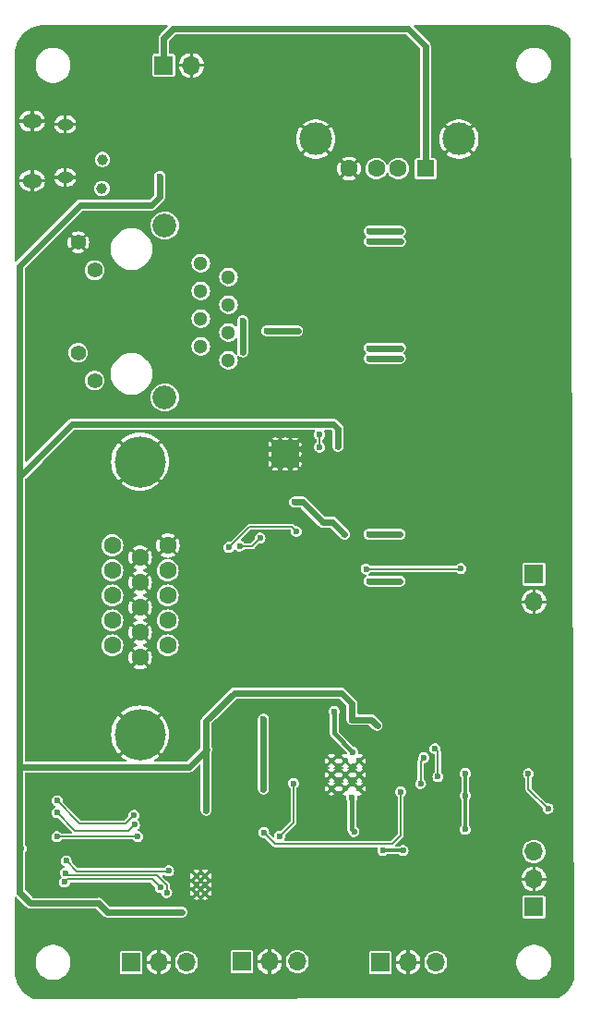
<source format=gbl>
G04 #@! TF.GenerationSoftware,KiCad,Pcbnew,8.0.1-8.0.1-1~ubuntu22.04.1*
G04 #@! TF.CreationDate,2024-06-13T00:54:24-07:00*
G04 #@! TF.ProjectId,emu_brd,656d755f-6272-4642-9e6b-696361645f70,REV1*
G04 #@! TF.SameCoordinates,Original*
G04 #@! TF.FileFunction,Copper,L2,Bot*
G04 #@! TF.FilePolarity,Positive*
%FSLAX46Y46*%
G04 Gerber Fmt 4.6, Leading zero omitted, Abs format (unit mm)*
G04 Created by KiCad (PCBNEW 8.0.1-8.0.1-1~ubuntu22.04.1) date 2024-06-13 00:54:24*
%MOMM*%
%LPD*%
G01*
G04 APERTURE LIST*
G04 #@! TA.AperFunction,ComponentPad*
%ADD10R,1.700000X1.700000*%
G04 #@! TD*
G04 #@! TA.AperFunction,ComponentPad*
%ADD11O,1.700000X1.700000*%
G04 #@! TD*
G04 #@! TA.AperFunction,ComponentPad*
%ADD12C,0.600000*%
G04 #@! TD*
G04 #@! TA.AperFunction,ComponentPad*
%ADD13C,1.408000*%
G04 #@! TD*
G04 #@! TA.AperFunction,ComponentPad*
%ADD14C,1.300000*%
G04 #@! TD*
G04 #@! TA.AperFunction,ComponentPad*
%ADD15C,2.184400*%
G04 #@! TD*
G04 #@! TA.AperFunction,ComponentPad*
%ADD16O,1.800000X1.300000*%
G04 #@! TD*
G04 #@! TA.AperFunction,ComponentPad*
%ADD17O,1.450000X1.050000*%
G04 #@! TD*
G04 #@! TA.AperFunction,ComponentPad*
%ADD18R,1.600000X1.500000*%
G04 #@! TD*
G04 #@! TA.AperFunction,ComponentPad*
%ADD19C,1.600000*%
G04 #@! TD*
G04 #@! TA.AperFunction,ComponentPad*
%ADD20C,3.000000*%
G04 #@! TD*
G04 #@! TA.AperFunction,ComponentPad*
%ADD21C,1.000000*%
G04 #@! TD*
G04 #@! TA.AperFunction,HeatsinkPad*
%ADD22C,0.600000*%
G04 #@! TD*
G04 #@! TA.AperFunction,HeatsinkPad*
%ADD23R,2.500000X2.500000*%
G04 #@! TD*
G04 #@! TA.AperFunction,ComponentPad*
%ADD24C,4.700000*%
G04 #@! TD*
G04 #@! TA.AperFunction,ComponentPad*
%ADD25C,1.600200*%
G04 #@! TD*
G04 #@! TA.AperFunction,ViaPad*
%ADD26C,0.600000*%
G04 #@! TD*
G04 #@! TA.AperFunction,Conductor*
%ADD27C,0.600000*%
G04 #@! TD*
G04 #@! TA.AperFunction,Conductor*
%ADD28C,0.400000*%
G04 #@! TD*
G04 #@! TA.AperFunction,Conductor*
%ADD29C,0.300000*%
G04 #@! TD*
G04 #@! TA.AperFunction,Conductor*
%ADD30C,0.200000*%
G04 #@! TD*
G04 #@! TA.AperFunction,Conductor*
%ADD31C,0.150000*%
G04 #@! TD*
G04 APERTURE END LIST*
D10*
X117290000Y-81620000D03*
D11*
X117290000Y-84160000D03*
D12*
X98725000Y-98725000D03*
X98725000Y-100000000D03*
X98725000Y-101275000D03*
X100000000Y-98725000D03*
X100000000Y-100000000D03*
X100000000Y-101275000D03*
X101275000Y-98725000D03*
X101275000Y-100000000D03*
X101275000Y-101275000D03*
D10*
X90510000Y-117105000D03*
D11*
X93050000Y-117105000D03*
X95590000Y-117105000D03*
D10*
X117290000Y-112100000D03*
D11*
X117290000Y-109560000D03*
X117290000Y-107020000D03*
D12*
X87127400Y-110854800D03*
X87127400Y-110067400D03*
X87127400Y-109280000D03*
X86340000Y-110854800D03*
X86340000Y-110067400D03*
X86340000Y-109280000D03*
D13*
X77011410Y-63881260D03*
X75491910Y-61339410D03*
X77011910Y-53769410D03*
X75491410Y-51231260D03*
D14*
X86740000Y-53110000D03*
X89280000Y-54380000D03*
X86740000Y-55650000D03*
X89280000Y-56919999D03*
X86740000Y-58189999D03*
X89280000Y-59460000D03*
X86740000Y-60730000D03*
X89280000Y-62000000D03*
D15*
X83440000Y-49680000D03*
X83440000Y-65430000D03*
D16*
X71270000Y-40125000D03*
D17*
X74300000Y-40425000D03*
X74300000Y-45275000D03*
D16*
X71270000Y-45575000D03*
D10*
X83350000Y-35000000D03*
D11*
X85890000Y-35000000D03*
D18*
X107350000Y-44470000D03*
D19*
X104850000Y-44470000D03*
X102850000Y-44470000D03*
X100350000Y-44470000D03*
D20*
X110420000Y-41760000D03*
X97280000Y-41760000D03*
D21*
X77720000Y-43640000D03*
D10*
X103210000Y-117180000D03*
D11*
X105750000Y-117180000D03*
X108290000Y-117180000D03*
D21*
X77680000Y-46280000D03*
D22*
X93580000Y-69710000D03*
X93580000Y-70610000D03*
X93580000Y-71510000D03*
X94480000Y-69710000D03*
X94480000Y-70610000D03*
D23*
X94480000Y-70610000D03*
D22*
X94480000Y-71510000D03*
X95380000Y-69710000D03*
X95380000Y-70610000D03*
X95380000Y-71510000D03*
D24*
X81170000Y-96305000D03*
X81170000Y-71315000D03*
D25*
X83710000Y-88139999D03*
X83710000Y-85850001D03*
X83710000Y-83560000D03*
X83710000Y-81270000D03*
X83710000Y-78980000D03*
X81170000Y-89249499D03*
X81170000Y-86959501D03*
X81170000Y-84669500D03*
X81170000Y-82379500D03*
X81170000Y-80089499D03*
X78630000Y-88139999D03*
X78630000Y-85850001D03*
X78630000Y-83560000D03*
X78630000Y-81270000D03*
X78630000Y-78980000D03*
D10*
X80350000Y-117180000D03*
D11*
X82890000Y-117180000D03*
X85430000Y-117180000D03*
D26*
X98015000Y-111705000D03*
X92815000Y-113205000D03*
X92710000Y-111030000D03*
X103050000Y-110990000D03*
X84900000Y-104030000D03*
X73515000Y-112530000D03*
X99619000Y-90497300D03*
X103050000Y-109210000D03*
X89140000Y-103890000D03*
X103065000Y-113230000D03*
X79790000Y-100200000D03*
X99410000Y-80430000D03*
X87270000Y-73160000D03*
X101397000Y-109052000D03*
X92740000Y-109150000D03*
X91565000Y-110680000D03*
X97390700Y-106965000D03*
X92789997Y-65159997D03*
X85275000Y-39855000D03*
X98370000Y-85040000D03*
X101422400Y-107553400D03*
X105544900Y-91179600D03*
X94697057Y-95875000D03*
X104749800Y-91678400D03*
X96760000Y-86930000D03*
X112190000Y-93300000D03*
X73259622Y-101069622D03*
X82200000Y-40055000D03*
X76480002Y-46459999D03*
X91280000Y-74060000D03*
X77365000Y-117830000D03*
X100120000Y-73890000D03*
X94790000Y-109000000D03*
X95420000Y-54970000D03*
X95240000Y-85020000D03*
X80390000Y-114100000D03*
X107379535Y-95872933D03*
X112513328Y-101581572D03*
X108165500Y-101423781D03*
X116490000Y-98400000D03*
X76480000Y-45360000D03*
X73197185Y-104600000D03*
X103771000Y-91716500D03*
X93990000Y-104183100D03*
X85310000Y-45240000D03*
X90400000Y-104230000D03*
X81325000Y-40055000D03*
X98323600Y-90573500D03*
X99330000Y-69900000D03*
X87230000Y-103240000D03*
X87970000Y-67900000D03*
X85008700Y-112570000D03*
X100606443Y-94936193D03*
X102921000Y-95463000D03*
X77365000Y-111755000D03*
X82975000Y-45155000D03*
X70290000Y-106770000D03*
X98984000Y-94193000D03*
X100800000Y-105200000D03*
X100599970Y-102100000D03*
X100689622Y-97910378D03*
X90600000Y-58400000D03*
X105290000Y-106930000D03*
X102200000Y-50200000D03*
X105050000Y-50200000D03*
X97930000Y-76850000D03*
X99920000Y-77960000D03*
X110990000Y-101900000D03*
X103440000Y-106930000D03*
X102170000Y-82250000D03*
X105020000Y-77960000D03*
X105050000Y-51150000D03*
X95330000Y-75020000D03*
X105050000Y-61850000D03*
X105050000Y-60900000D03*
X92790000Y-59330000D03*
X102170000Y-77960000D03*
X102200000Y-60900000D03*
X105020000Y-82250000D03*
X110990000Y-105005000D03*
X92500000Y-101290000D03*
X92490000Y-94900000D03*
X102200000Y-61850000D03*
X90599998Y-61250000D03*
X102200000Y-51150000D03*
X95640000Y-59330000D03*
X110990000Y-99875500D03*
X83034673Y-110327492D03*
X74250000Y-109820000D03*
X83615000Y-110805000D03*
X74357831Y-108987169D03*
X83790000Y-108805000D03*
X74390000Y-107880000D03*
X80965000Y-105655000D03*
X73540000Y-105675000D03*
X80670000Y-104580000D03*
X73565000Y-103475000D03*
X73565000Y-102375000D03*
X80620000Y-103700000D03*
X97625478Y-69985000D03*
X97640000Y-68835000D03*
X92510000Y-105270000D03*
X105080000Y-101559000D03*
X92170000Y-78315000D03*
X90308940Y-79054956D03*
X110590000Y-81100000D03*
X101900000Y-81140000D03*
X116790000Y-99900000D03*
X118590000Y-103100000D03*
X95507499Y-77705000D03*
X89320520Y-79170090D03*
X94000000Y-105605000D03*
X95240000Y-100780000D03*
X107220708Y-98428895D03*
X106898819Y-100799953D03*
X108490000Y-100167433D03*
X108210878Y-97600000D03*
D27*
X84160000Y-31660000D02*
X84160000Y-31710000D01*
X105770000Y-31660000D02*
X84160000Y-31660000D01*
X107350000Y-33240000D02*
X105770000Y-31660000D01*
X107350000Y-44470000D02*
X107350000Y-33240000D01*
X83350000Y-32520000D02*
X83350000Y-35000000D01*
X84160000Y-31710000D02*
X83350000Y-32520000D01*
X77340000Y-111780000D02*
X77365000Y-111755000D01*
X84998700Y-112580000D02*
X85008700Y-112570000D01*
X82975000Y-45155000D02*
X82975000Y-47035000D01*
X85655000Y-99290000D02*
X87285000Y-97660000D01*
X87980000Y-67890000D02*
X98930000Y-67890000D01*
X82975000Y-47035000D02*
X82200000Y-47810000D01*
X82200000Y-47810000D02*
X75690000Y-47810000D01*
X100606443Y-93476443D02*
X99620000Y-92490000D01*
X87960000Y-67890000D02*
X87970000Y-67900000D01*
X78190000Y-112580000D02*
X84998700Y-112580000D01*
X70130000Y-53370000D02*
X70130000Y-110770000D01*
X75690000Y-47810000D02*
X70290000Y-53210000D01*
X100606443Y-94936193D02*
X100606443Y-93476443D01*
X102394193Y-94936193D02*
X100606443Y-94936193D01*
X70130000Y-110770000D02*
X71140000Y-111780000D01*
X99620000Y-92490000D02*
X89810000Y-92490000D01*
X87970000Y-67900000D02*
X87980000Y-67890000D01*
X99330000Y-68290000D02*
X99330000Y-69900000D01*
X87230000Y-95070000D02*
X87230000Y-103240000D01*
X89810000Y-92490000D02*
X87230000Y-95070000D01*
X70290000Y-53210000D02*
X70130000Y-53370000D01*
X71140000Y-111780000D02*
X77340000Y-111780000D01*
X70290000Y-72500000D02*
X74900000Y-67890000D01*
X77365000Y-111755000D02*
X78190000Y-112580000D01*
X98930000Y-67890000D02*
X99330000Y-68290000D01*
X102921000Y-95463000D02*
X102394193Y-94936193D01*
X70290000Y-99290000D02*
X85655000Y-99290000D01*
X74900000Y-67890000D02*
X87960000Y-67890000D01*
D28*
X100590000Y-104990000D02*
X100590000Y-102109970D01*
X100800000Y-105200000D02*
X100590000Y-104990000D01*
X98984000Y-94193000D02*
X98984000Y-96194000D01*
X100689622Y-97899622D02*
X100689622Y-97910378D01*
X100590000Y-102109970D02*
X100599970Y-102100000D01*
X98984000Y-96194000D02*
X100689622Y-97899622D01*
D27*
X90600000Y-58400000D02*
X90600000Y-61249998D01*
D29*
X110990000Y-101900000D02*
X110990000Y-99875500D01*
D27*
X96100000Y-75020000D02*
X97930000Y-76850000D01*
X90600000Y-61249998D02*
X90599998Y-61250000D01*
X105050000Y-50200000D02*
X102200000Y-50200000D01*
X105020000Y-77960000D02*
X102170000Y-77960000D01*
X105050000Y-61850000D02*
X102200000Y-61850000D01*
X98810000Y-76850000D02*
X99920000Y-77960000D01*
X105020000Y-82250000D02*
X102170000Y-82250000D01*
X95640000Y-59330000D02*
X92790000Y-59330000D01*
D29*
X105290000Y-106930000D02*
X103440000Y-106930000D01*
D27*
X92490000Y-101280000D02*
X92500000Y-101290000D01*
X95330000Y-75020000D02*
X96100000Y-75020000D01*
X105050000Y-51150000D02*
X102200000Y-51150000D01*
X92490000Y-94900000D02*
X92490000Y-101280000D01*
X97930000Y-76850000D02*
X98810000Y-76850000D01*
D29*
X110990000Y-105005000D02*
X110990000Y-101900000D01*
D27*
X105050000Y-60900000D02*
X102200000Y-60900000D01*
D30*
X82267181Y-109560000D02*
X74510000Y-109560000D01*
X83034673Y-110327492D02*
X82267181Y-109560000D01*
X74510000Y-109560000D02*
X74250000Y-109820000D01*
X82695000Y-109210000D02*
X74580662Y-109210000D01*
X74580662Y-109210000D02*
X74357831Y-108987169D01*
X83615000Y-110130000D02*
X82695000Y-109210000D01*
X83615000Y-110805000D02*
X83615000Y-110130000D01*
X83790000Y-108805000D02*
X83735000Y-108860000D01*
X83735000Y-108860000D02*
X75370000Y-108860000D01*
X75370000Y-108860000D02*
X74390000Y-107880000D01*
D31*
X73540000Y-105675000D02*
X73560000Y-105655000D01*
X73560000Y-105655000D02*
X80965000Y-105655000D01*
X75220000Y-105130000D02*
X80120000Y-105130000D01*
X80120000Y-105130000D02*
X80670000Y-104580000D01*
X73565000Y-103475000D02*
X75220000Y-105130000D01*
X79871801Y-104448199D02*
X80620000Y-103700000D01*
X73565000Y-102375000D02*
X75638199Y-104448199D01*
X75638199Y-104448199D02*
X79871801Y-104448199D01*
X97625478Y-68849522D02*
X97625478Y-69985000D01*
X97640000Y-68835000D02*
X97625478Y-68849522D01*
X104280000Y-106340000D02*
X93580000Y-106340000D01*
X105080000Y-101559000D02*
X105080000Y-105540000D01*
X93580000Y-106340000D02*
X92510000Y-105270000D01*
X105080000Y-105540000D02*
X104280000Y-106340000D01*
X91430044Y-79054956D02*
X92170000Y-78315000D01*
X90308940Y-79054956D02*
X91430044Y-79054956D01*
X101900000Y-81140000D02*
X110550000Y-81140000D01*
X110550000Y-81140000D02*
X110590000Y-81100000D01*
X116790000Y-99900000D02*
X116790000Y-101300000D01*
X116790000Y-101300000D02*
X118590000Y-103100000D01*
X91230610Y-77260000D02*
X95062499Y-77260000D01*
X94000000Y-105605000D02*
X95240000Y-104365000D01*
X95062499Y-77260000D02*
X95507499Y-77705000D01*
X95240000Y-104365000D02*
X95240000Y-100780000D01*
X89320520Y-79170090D02*
X91230610Y-77260000D01*
X107220708Y-98428895D02*
X106898819Y-98750784D01*
X106898819Y-98750784D02*
X106898819Y-100799953D01*
X108490000Y-100167433D02*
X108490000Y-97879122D01*
X108490000Y-97879122D02*
X108210878Y-97600000D01*
G04 #@! TA.AperFunction,Conductor*
G36*
X83676348Y-31319407D02*
G01*
X83712312Y-31368907D01*
X83712312Y-31430093D01*
X83703889Y-31449007D01*
X83697713Y-31459702D01*
X83681985Y-31480198D01*
X83042686Y-32119499D01*
X82949500Y-32212685D01*
X82949496Y-32212690D01*
X82883609Y-32326809D01*
X82849500Y-32454109D01*
X82849500Y-33850500D01*
X82830593Y-33908691D01*
X82781093Y-33944655D01*
X82750500Y-33949500D01*
X82480252Y-33949500D01*
X82480251Y-33949500D01*
X82480241Y-33949501D01*
X82421772Y-33961132D01*
X82421766Y-33961134D01*
X82355451Y-34005445D01*
X82355445Y-34005451D01*
X82311134Y-34071766D01*
X82311132Y-34071772D01*
X82299501Y-34130241D01*
X82299500Y-34130253D01*
X82299500Y-35869746D01*
X82299501Y-35869758D01*
X82309823Y-35921647D01*
X82311133Y-35928231D01*
X82355448Y-35994552D01*
X82421769Y-36038867D01*
X82466231Y-36047711D01*
X82480241Y-36050498D01*
X82480246Y-36050498D01*
X82480252Y-36050500D01*
X82480253Y-36050500D01*
X84219747Y-36050500D01*
X84219748Y-36050500D01*
X84278231Y-36038867D01*
X84344552Y-35994552D01*
X84388867Y-35928231D01*
X84400500Y-35869748D01*
X84400500Y-35150000D01*
X84748973Y-35150000D01*
X84754738Y-35212216D01*
X84813064Y-35417210D01*
X84908057Y-35607983D01*
X84908062Y-35607992D01*
X85036496Y-35778064D01*
X85036506Y-35778075D01*
X85193995Y-35921647D01*
X85193994Y-35921647D01*
X85375206Y-36033847D01*
X85573941Y-36110838D01*
X85739999Y-36141880D01*
X85740000Y-36141880D01*
X85740000Y-35477445D01*
X85824174Y-35500000D01*
X85955826Y-35500000D01*
X86040000Y-35477445D01*
X86040000Y-36141880D01*
X86206058Y-36110838D01*
X86404793Y-36033847D01*
X86586004Y-35921647D01*
X86743493Y-35778075D01*
X86743503Y-35778064D01*
X86871937Y-35607992D01*
X86871942Y-35607983D01*
X86966935Y-35417210D01*
X87025261Y-35212216D01*
X87031027Y-35150000D01*
X86367445Y-35150000D01*
X86390000Y-35065826D01*
X86390000Y-34934174D01*
X86367445Y-34850000D01*
X87031026Y-34850000D01*
X87025261Y-34787783D01*
X86966935Y-34582789D01*
X86871942Y-34392016D01*
X86871937Y-34392007D01*
X86743503Y-34221935D01*
X86743493Y-34221924D01*
X86586004Y-34078352D01*
X86586005Y-34078352D01*
X86404793Y-33966152D01*
X86206061Y-33889162D01*
X86206055Y-33889160D01*
X86040000Y-33858118D01*
X86040000Y-34522554D01*
X85955826Y-34500000D01*
X85824174Y-34500000D01*
X85740000Y-34522554D01*
X85740000Y-33858119D01*
X85739999Y-33858118D01*
X85573944Y-33889160D01*
X85573938Y-33889162D01*
X85375206Y-33966152D01*
X85193995Y-34078352D01*
X85036506Y-34221924D01*
X85036496Y-34221935D01*
X84908062Y-34392007D01*
X84908057Y-34392016D01*
X84813064Y-34582789D01*
X84754738Y-34787783D01*
X84748973Y-34850000D01*
X85412555Y-34850000D01*
X85390000Y-34934174D01*
X85390000Y-35065826D01*
X85412555Y-35150000D01*
X84748973Y-35150000D01*
X84400500Y-35150000D01*
X84400500Y-34130252D01*
X84388867Y-34071769D01*
X84344552Y-34005448D01*
X84336399Y-34000000D01*
X84278233Y-33961134D01*
X84278231Y-33961133D01*
X84278228Y-33961132D01*
X84278227Y-33961132D01*
X84219758Y-33949501D01*
X84219748Y-33949500D01*
X84219747Y-33949500D01*
X83949500Y-33949500D01*
X83891309Y-33930593D01*
X83855345Y-33881093D01*
X83850500Y-33850500D01*
X83850500Y-32768322D01*
X83869407Y-32710131D01*
X83879496Y-32698318D01*
X84388318Y-32189496D01*
X84442835Y-32161719D01*
X84458322Y-32160500D01*
X105521678Y-32160500D01*
X105579869Y-32179407D01*
X105591682Y-32189496D01*
X106820504Y-33418318D01*
X106848281Y-33472835D01*
X106849500Y-33488322D01*
X106849500Y-43420500D01*
X106830593Y-43478691D01*
X106781093Y-43514655D01*
X106750500Y-43519500D01*
X106530252Y-43519500D01*
X106530251Y-43519500D01*
X106530241Y-43519501D01*
X106471772Y-43531132D01*
X106471766Y-43531134D01*
X106405451Y-43575445D01*
X106405445Y-43575451D01*
X106361134Y-43641766D01*
X106361132Y-43641772D01*
X106349501Y-43700241D01*
X106349500Y-43700253D01*
X106349500Y-45239746D01*
X106349501Y-45239758D01*
X106360476Y-45294930D01*
X106361133Y-45298231D01*
X106405448Y-45364552D01*
X106471769Y-45408867D01*
X106516231Y-45417711D01*
X106530241Y-45420498D01*
X106530246Y-45420498D01*
X106530252Y-45420500D01*
X106530253Y-45420500D01*
X108169747Y-45420500D01*
X108169748Y-45420500D01*
X108228231Y-45408867D01*
X108294552Y-45364552D01*
X108338867Y-45298231D01*
X108350500Y-45239748D01*
X108350500Y-43700252D01*
X108338867Y-43641769D01*
X108294552Y-43575448D01*
X108271433Y-43560000D01*
X108228233Y-43531134D01*
X108228231Y-43531133D01*
X108228228Y-43531132D01*
X108228227Y-43531132D01*
X108169758Y-43519501D01*
X108169748Y-43519500D01*
X108169747Y-43519500D01*
X107949500Y-43519500D01*
X107891309Y-43500593D01*
X107855345Y-43451093D01*
X107850500Y-43420500D01*
X107850500Y-41760002D01*
X108614953Y-41760002D01*
X108635113Y-42029022D01*
X108635115Y-42029032D01*
X108695146Y-42292049D01*
X108793706Y-42543174D01*
X108793715Y-42543193D01*
X108928600Y-42776820D01*
X109045038Y-42922827D01*
X109507422Y-42460442D01*
X109542829Y-42509175D01*
X109670825Y-42637171D01*
X109719555Y-42672575D01*
X109256351Y-43135780D01*
X109294569Y-43171240D01*
X109517484Y-43323220D01*
X109760541Y-43440270D01*
X110018334Y-43519789D01*
X110018344Y-43519791D01*
X110285105Y-43559999D01*
X110285114Y-43560000D01*
X110554886Y-43560000D01*
X110554894Y-43559999D01*
X110821655Y-43519791D01*
X110821665Y-43519789D01*
X111079458Y-43440270D01*
X111322516Y-43323220D01*
X111545434Y-43171237D01*
X111583647Y-43135780D01*
X111120443Y-42672576D01*
X111169175Y-42637171D01*
X111297171Y-42509175D01*
X111332576Y-42460443D01*
X111794960Y-42922827D01*
X111911399Y-42776820D01*
X112046284Y-42543193D01*
X112046293Y-42543174D01*
X112144853Y-42292049D01*
X112204884Y-42029032D01*
X112204886Y-42029022D01*
X112225047Y-41760002D01*
X112225047Y-41759997D01*
X112204886Y-41490977D01*
X112204884Y-41490967D01*
X112144853Y-41227950D01*
X112046293Y-40976825D01*
X112046284Y-40976806D01*
X111911399Y-40743179D01*
X111794960Y-40597171D01*
X111332575Y-41059555D01*
X111297171Y-41010825D01*
X111169175Y-40882829D01*
X111120442Y-40847422D01*
X111583647Y-40384218D01*
X111545430Y-40348759D01*
X111322516Y-40196779D01*
X111079458Y-40079729D01*
X110821665Y-40000210D01*
X110821655Y-40000208D01*
X110554894Y-39960000D01*
X110285105Y-39960000D01*
X110018344Y-40000208D01*
X110018334Y-40000210D01*
X109760541Y-40079729D01*
X109517484Y-40196779D01*
X109294569Y-40348759D01*
X109256351Y-40384218D01*
X109719556Y-40847423D01*
X109670825Y-40882829D01*
X109542829Y-41010825D01*
X109507423Y-41059556D01*
X109045038Y-40597171D01*
X108928606Y-40743172D01*
X108928596Y-40743187D01*
X108793715Y-40976806D01*
X108793706Y-40976825D01*
X108695146Y-41227950D01*
X108635115Y-41490967D01*
X108635113Y-41490977D01*
X108614953Y-41759997D01*
X108614953Y-41760002D01*
X107850500Y-41760002D01*
X107850500Y-35125965D01*
X115689500Y-35125965D01*
X115728908Y-35374780D01*
X115806759Y-35614379D01*
X115890160Y-35778064D01*
X115921130Y-35838845D01*
X116069207Y-36042656D01*
X116247344Y-36220793D01*
X116451155Y-36368870D01*
X116675621Y-36483241D01*
X116915215Y-36561090D01*
X116915216Y-36561090D01*
X116915219Y-36561091D01*
X117164035Y-36600500D01*
X117164038Y-36600500D01*
X117415965Y-36600500D01*
X117664780Y-36561091D01*
X117664781Y-36561090D01*
X117664785Y-36561090D01*
X117904379Y-36483241D01*
X118128845Y-36368870D01*
X118332656Y-36220793D01*
X118510793Y-36042656D01*
X118658870Y-35838845D01*
X118773241Y-35614379D01*
X118851090Y-35374785D01*
X118876839Y-35212216D01*
X118890500Y-35125965D01*
X118890500Y-34874034D01*
X118851091Y-34625219D01*
X118837305Y-34582789D01*
X118773241Y-34385621D01*
X118658870Y-34161155D01*
X118510793Y-33957344D01*
X118332656Y-33779207D01*
X118128845Y-33631130D01*
X118128844Y-33631129D01*
X118128842Y-33631128D01*
X117904379Y-33516759D01*
X117664780Y-33438908D01*
X117415965Y-33399500D01*
X117415962Y-33399500D01*
X117164038Y-33399500D01*
X117164035Y-33399500D01*
X116915219Y-33438908D01*
X116675620Y-33516759D01*
X116451157Y-33631128D01*
X116247345Y-33779206D01*
X116069206Y-33957345D01*
X115921128Y-34161157D01*
X115806759Y-34385620D01*
X115728908Y-34625219D01*
X115689500Y-34874034D01*
X115689500Y-35125965D01*
X107850500Y-35125965D01*
X107850500Y-33174108D01*
X107842592Y-33144596D01*
X107816392Y-33046814D01*
X107750500Y-32932686D01*
X107750499Y-32932685D01*
X107657314Y-32839499D01*
X107657314Y-32839500D01*
X106287318Y-31469504D01*
X106259541Y-31414987D01*
X106269112Y-31354555D01*
X106312377Y-31311290D01*
X106357322Y-31300500D01*
X118342405Y-31300500D01*
X118387227Y-31300500D01*
X118392777Y-31300655D01*
X118686701Y-31317162D01*
X118697724Y-31318404D01*
X118985224Y-31367252D01*
X118996018Y-31369715D01*
X119276251Y-31450449D01*
X119286722Y-31454113D01*
X119556134Y-31565708D01*
X119566136Y-31570525D01*
X119821354Y-31711578D01*
X119830755Y-31717485D01*
X120068575Y-31886228D01*
X120077254Y-31893149D01*
X120107388Y-31920078D01*
X120294697Y-32087467D01*
X120302532Y-32095302D01*
X120361886Y-32161719D01*
X120496850Y-32312745D01*
X120503771Y-32321424D01*
X120672512Y-32559241D01*
X120678420Y-32568643D01*
X120682130Y-32575356D01*
X120694481Y-32622910D01*
X120984005Y-118717629D01*
X120980137Y-118745368D01*
X120939552Y-118886244D01*
X120935885Y-118896724D01*
X120824291Y-119166134D01*
X120819474Y-119176136D01*
X120678421Y-119431354D01*
X120672514Y-119440755D01*
X120503771Y-119678575D01*
X120496850Y-119687254D01*
X120302540Y-119904689D01*
X120294689Y-119912540D01*
X120077254Y-120106850D01*
X120068575Y-120113771D01*
X119830755Y-120282514D01*
X119821354Y-120288421D01*
X119566134Y-120429476D01*
X119556131Y-120434293D01*
X119414177Y-120493091D01*
X119376331Y-120500627D01*
X71448820Y-120519298D01*
X71410895Y-120511762D01*
X71223865Y-120434291D01*
X71213863Y-120429474D01*
X70958645Y-120288421D01*
X70949244Y-120282514D01*
X70711424Y-120113771D01*
X70702745Y-120106850D01*
X70601695Y-120016547D01*
X70485302Y-119912532D01*
X70477467Y-119904697D01*
X70359745Y-119772966D01*
X70283149Y-119687254D01*
X70276228Y-119678575D01*
X70107485Y-119440755D01*
X70101578Y-119431354D01*
X69960525Y-119176136D01*
X69955708Y-119166134D01*
X69844115Y-118896726D01*
X69840448Y-118886247D01*
X69840447Y-118886244D01*
X69759715Y-118606018D01*
X69757252Y-118595224D01*
X69708404Y-118307724D01*
X69707162Y-118296697D01*
X69704364Y-118246880D01*
X69690656Y-118002777D01*
X69690500Y-117997226D01*
X69690500Y-117305965D01*
X71589500Y-117305965D01*
X71628908Y-117554780D01*
X71706759Y-117794379D01*
X71810114Y-117997226D01*
X71821130Y-118018845D01*
X71969207Y-118222656D01*
X72147344Y-118400793D01*
X72351155Y-118548870D01*
X72575621Y-118663241D01*
X72815215Y-118741090D01*
X72815216Y-118741090D01*
X72815219Y-118741091D01*
X73064035Y-118780500D01*
X73064038Y-118780500D01*
X73315965Y-118780500D01*
X73564780Y-118741091D01*
X73564781Y-118741090D01*
X73564785Y-118741090D01*
X73804379Y-118663241D01*
X74028845Y-118548870D01*
X74232656Y-118400793D01*
X74410793Y-118222656D01*
X74536419Y-118049746D01*
X79299500Y-118049746D01*
X79299501Y-118049758D01*
X79311132Y-118108227D01*
X79311134Y-118108233D01*
X79346114Y-118160583D01*
X79355448Y-118174552D01*
X79421769Y-118218867D01*
X79466231Y-118227711D01*
X79480241Y-118230498D01*
X79480246Y-118230498D01*
X79480252Y-118230500D01*
X79480253Y-118230500D01*
X81219747Y-118230500D01*
X81219748Y-118230500D01*
X81278231Y-118218867D01*
X81344552Y-118174552D01*
X81388867Y-118108231D01*
X81400500Y-118049748D01*
X81400500Y-117330000D01*
X81748973Y-117330000D01*
X81754738Y-117392216D01*
X81813064Y-117597210D01*
X81908057Y-117787983D01*
X81908062Y-117787992D01*
X82036496Y-117958064D01*
X82036506Y-117958075D01*
X82193995Y-118101647D01*
X82193994Y-118101647D01*
X82375206Y-118213847D01*
X82573941Y-118290838D01*
X82739999Y-118321880D01*
X82740000Y-118321880D01*
X82740000Y-117657445D01*
X82824174Y-117680000D01*
X82955826Y-117680000D01*
X83040000Y-117657445D01*
X83040000Y-118321880D01*
X83206058Y-118290838D01*
X83404793Y-118213847D01*
X83586004Y-118101647D01*
X83743493Y-117958075D01*
X83743503Y-117958064D01*
X83871937Y-117787992D01*
X83871942Y-117787983D01*
X83966935Y-117597210D01*
X84025261Y-117392216D01*
X84031027Y-117330000D01*
X83367445Y-117330000D01*
X83390000Y-117245826D01*
X83390000Y-117180003D01*
X84374417Y-117180003D01*
X84394698Y-117385929D01*
X84394699Y-117385934D01*
X84454768Y-117583954D01*
X84552316Y-117766452D01*
X84630628Y-117861875D01*
X84683590Y-117926410D01*
X84683595Y-117926414D01*
X84843547Y-118057683D01*
X84843548Y-118057683D01*
X84843550Y-118057685D01*
X85026046Y-118155232D01*
X85163997Y-118197078D01*
X85224065Y-118215300D01*
X85224070Y-118215301D01*
X85429997Y-118235583D01*
X85430000Y-118235583D01*
X85430003Y-118235583D01*
X85635929Y-118215301D01*
X85635934Y-118215300D01*
X85640724Y-118213847D01*
X85833954Y-118155232D01*
X86016450Y-118057685D01*
X86117512Y-117974746D01*
X89459500Y-117974746D01*
X89459501Y-117974758D01*
X89471132Y-118033227D01*
X89471134Y-118033233D01*
X89515445Y-118099548D01*
X89515448Y-118099552D01*
X89581769Y-118143867D01*
X89626231Y-118152711D01*
X89640241Y-118155498D01*
X89640246Y-118155498D01*
X89640252Y-118155500D01*
X89640253Y-118155500D01*
X91379747Y-118155500D01*
X91379748Y-118155500D01*
X91438231Y-118143867D01*
X91504552Y-118099552D01*
X91548867Y-118033231D01*
X91560500Y-117974748D01*
X91560500Y-117255000D01*
X91908973Y-117255000D01*
X91914738Y-117317216D01*
X91973064Y-117522210D01*
X92068057Y-117712983D01*
X92068062Y-117712992D01*
X92196496Y-117883064D01*
X92196506Y-117883075D01*
X92353995Y-118026647D01*
X92353994Y-118026647D01*
X92535206Y-118138847D01*
X92733941Y-118215838D01*
X92899999Y-118246880D01*
X92900000Y-118246880D01*
X92900000Y-117582445D01*
X92984174Y-117605000D01*
X93115826Y-117605000D01*
X93200000Y-117582445D01*
X93200000Y-118246880D01*
X93366058Y-118215838D01*
X93564793Y-118138847D01*
X93746004Y-118026647D01*
X93903493Y-117883075D01*
X93903503Y-117883064D01*
X94031937Y-117712992D01*
X94031942Y-117712983D01*
X94126935Y-117522210D01*
X94185261Y-117317216D01*
X94191027Y-117255000D01*
X93527445Y-117255000D01*
X93550000Y-117170826D01*
X93550000Y-117105003D01*
X94534417Y-117105003D01*
X94554698Y-117310929D01*
X94554699Y-117310934D01*
X94614768Y-117508954D01*
X94712316Y-117691452D01*
X94796786Y-117794379D01*
X94843590Y-117851410D01*
X94843595Y-117851414D01*
X95003547Y-117982683D01*
X95003548Y-117982683D01*
X95003550Y-117982685D01*
X95186046Y-118080232D01*
X95323997Y-118122078D01*
X95384065Y-118140300D01*
X95384070Y-118140301D01*
X95589997Y-118160583D01*
X95590000Y-118160583D01*
X95590003Y-118160583D01*
X95795929Y-118140301D01*
X95795934Y-118140300D01*
X95800724Y-118138847D01*
X95993954Y-118080232D01*
X96050989Y-118049746D01*
X102159500Y-118049746D01*
X102159501Y-118049758D01*
X102171132Y-118108227D01*
X102171134Y-118108233D01*
X102206114Y-118160583D01*
X102215448Y-118174552D01*
X102281769Y-118218867D01*
X102326231Y-118227711D01*
X102340241Y-118230498D01*
X102340246Y-118230498D01*
X102340252Y-118230500D01*
X102340253Y-118230500D01*
X104079747Y-118230500D01*
X104079748Y-118230500D01*
X104138231Y-118218867D01*
X104204552Y-118174552D01*
X104248867Y-118108231D01*
X104260500Y-118049748D01*
X104260500Y-117330000D01*
X104608973Y-117330000D01*
X104614738Y-117392216D01*
X104673064Y-117597210D01*
X104768057Y-117787983D01*
X104768062Y-117787992D01*
X104896496Y-117958064D01*
X104896506Y-117958075D01*
X105053995Y-118101647D01*
X105053994Y-118101647D01*
X105235206Y-118213847D01*
X105433941Y-118290838D01*
X105599999Y-118321880D01*
X105600000Y-118321880D01*
X105600000Y-117657445D01*
X105684174Y-117680000D01*
X105815826Y-117680000D01*
X105900000Y-117657445D01*
X105900000Y-118321880D01*
X106066058Y-118290838D01*
X106264793Y-118213847D01*
X106446004Y-118101647D01*
X106603493Y-117958075D01*
X106603503Y-117958064D01*
X106731937Y-117787992D01*
X106731942Y-117787983D01*
X106826935Y-117597210D01*
X106885261Y-117392216D01*
X106891027Y-117330000D01*
X106227445Y-117330000D01*
X106250000Y-117245826D01*
X106250000Y-117180003D01*
X107234417Y-117180003D01*
X107254698Y-117385929D01*
X107254699Y-117385934D01*
X107314768Y-117583954D01*
X107412316Y-117766452D01*
X107490628Y-117861875D01*
X107543590Y-117926410D01*
X107543595Y-117926414D01*
X107703547Y-118057683D01*
X107703548Y-118057683D01*
X107703550Y-118057685D01*
X107886046Y-118155232D01*
X108023997Y-118197078D01*
X108084065Y-118215300D01*
X108084070Y-118215301D01*
X108289997Y-118235583D01*
X108290000Y-118235583D01*
X108290003Y-118235583D01*
X108495929Y-118215301D01*
X108495934Y-118215300D01*
X108500724Y-118213847D01*
X108693954Y-118155232D01*
X108876450Y-118057685D01*
X109036410Y-117926410D01*
X109167685Y-117766450D01*
X109265232Y-117583954D01*
X109325300Y-117385934D01*
X109325301Y-117385929D01*
X109333177Y-117305965D01*
X115689500Y-117305965D01*
X115728908Y-117554780D01*
X115806759Y-117794379D01*
X115910114Y-117997226D01*
X115921130Y-118018845D01*
X116069207Y-118222656D01*
X116247344Y-118400793D01*
X116451155Y-118548870D01*
X116675621Y-118663241D01*
X116915215Y-118741090D01*
X116915216Y-118741090D01*
X116915219Y-118741091D01*
X117164035Y-118780500D01*
X117164038Y-118780500D01*
X117415965Y-118780500D01*
X117664780Y-118741091D01*
X117664781Y-118741090D01*
X117664785Y-118741090D01*
X117904379Y-118663241D01*
X118128845Y-118548870D01*
X118332656Y-118400793D01*
X118510793Y-118222656D01*
X118658870Y-118018845D01*
X118773241Y-117794379D01*
X118851090Y-117554785D01*
X118851091Y-117554780D01*
X118890500Y-117305965D01*
X118890500Y-117054034D01*
X118851091Y-116805219D01*
X118837305Y-116762789D01*
X118773241Y-116565621D01*
X118658870Y-116341155D01*
X118510793Y-116137344D01*
X118332656Y-115959207D01*
X118128845Y-115811130D01*
X118128844Y-115811129D01*
X118128842Y-115811128D01*
X117904379Y-115696759D01*
X117664780Y-115618908D01*
X117415965Y-115579500D01*
X117415962Y-115579500D01*
X117164038Y-115579500D01*
X117164035Y-115579500D01*
X116915219Y-115618908D01*
X116675620Y-115696759D01*
X116451157Y-115811128D01*
X116247345Y-115959206D01*
X116069206Y-116137345D01*
X115921128Y-116341157D01*
X115806759Y-116565620D01*
X115728908Y-116805219D01*
X115689500Y-117054034D01*
X115689500Y-117305965D01*
X109333177Y-117305965D01*
X109345583Y-117180003D01*
X109345583Y-117179996D01*
X109325301Y-116974070D01*
X109325300Y-116974065D01*
X109266401Y-116779901D01*
X109265232Y-116776046D01*
X109167685Y-116593550D01*
X109150005Y-116572007D01*
X109036414Y-116433595D01*
X109036410Y-116433590D01*
X108945016Y-116358585D01*
X108876452Y-116302316D01*
X108693954Y-116204768D01*
X108495934Y-116144699D01*
X108495929Y-116144698D01*
X108290003Y-116124417D01*
X108289997Y-116124417D01*
X108084070Y-116144698D01*
X108084065Y-116144699D01*
X107886045Y-116204768D01*
X107703547Y-116302316D01*
X107543595Y-116433585D01*
X107543585Y-116433595D01*
X107412316Y-116593547D01*
X107314768Y-116776045D01*
X107254699Y-116974065D01*
X107254698Y-116974070D01*
X107234417Y-117179996D01*
X107234417Y-117180003D01*
X106250000Y-117180003D01*
X106250000Y-117114174D01*
X106227445Y-117030000D01*
X106891026Y-117030000D01*
X106885261Y-116967783D01*
X106826935Y-116762789D01*
X106731942Y-116572016D01*
X106731937Y-116572007D01*
X106603503Y-116401935D01*
X106603493Y-116401924D01*
X106446004Y-116258352D01*
X106446005Y-116258352D01*
X106264793Y-116146152D01*
X106066061Y-116069162D01*
X106066055Y-116069160D01*
X105900000Y-116038118D01*
X105900000Y-116702554D01*
X105815826Y-116680000D01*
X105684174Y-116680000D01*
X105600000Y-116702554D01*
X105600000Y-116038119D01*
X105599999Y-116038118D01*
X105433944Y-116069160D01*
X105433938Y-116069162D01*
X105235206Y-116146152D01*
X105053995Y-116258352D01*
X104896506Y-116401924D01*
X104896496Y-116401935D01*
X104768062Y-116572007D01*
X104768057Y-116572016D01*
X104673064Y-116762789D01*
X104614738Y-116967783D01*
X104608973Y-117030000D01*
X105272555Y-117030000D01*
X105250000Y-117114174D01*
X105250000Y-117245826D01*
X105272555Y-117330000D01*
X104608973Y-117330000D01*
X104260500Y-117330000D01*
X104260500Y-116310252D01*
X104258921Y-116302316D01*
X104250176Y-116258352D01*
X104248867Y-116251769D01*
X104204552Y-116185448D01*
X104204548Y-116185445D01*
X104138233Y-116141134D01*
X104138231Y-116141133D01*
X104138228Y-116141132D01*
X104138227Y-116141132D01*
X104079758Y-116129501D01*
X104079748Y-116129500D01*
X102340252Y-116129500D01*
X102340251Y-116129500D01*
X102340241Y-116129501D01*
X102281772Y-116141132D01*
X102281766Y-116141134D01*
X102215451Y-116185445D01*
X102215445Y-116185451D01*
X102171134Y-116251766D01*
X102171132Y-116251772D01*
X102159501Y-116310241D01*
X102159500Y-116310253D01*
X102159500Y-118049746D01*
X96050989Y-118049746D01*
X96176450Y-117982685D01*
X96336410Y-117851410D01*
X96467685Y-117691450D01*
X96565232Y-117508954D01*
X96625300Y-117310934D01*
X96625301Y-117310929D01*
X96645583Y-117105003D01*
X96645583Y-117104996D01*
X96625301Y-116899070D01*
X96625300Y-116899065D01*
X96589152Y-116779901D01*
X96565232Y-116701046D01*
X96467685Y-116518550D01*
X96450005Y-116497007D01*
X96336414Y-116358595D01*
X96336410Y-116358590D01*
X96277510Y-116310252D01*
X96176452Y-116227316D01*
X95993954Y-116129768D01*
X95795934Y-116069699D01*
X95795929Y-116069698D01*
X95590003Y-116049417D01*
X95589997Y-116049417D01*
X95384070Y-116069698D01*
X95384065Y-116069699D01*
X95186045Y-116129768D01*
X95003547Y-116227316D01*
X94843595Y-116358585D01*
X94843585Y-116358595D01*
X94712316Y-116518547D01*
X94614768Y-116701045D01*
X94554699Y-116899065D01*
X94554698Y-116899070D01*
X94534417Y-117104996D01*
X94534417Y-117105003D01*
X93550000Y-117105003D01*
X93550000Y-117039174D01*
X93527445Y-116955000D01*
X94191026Y-116955000D01*
X94185261Y-116892783D01*
X94126935Y-116687789D01*
X94031942Y-116497016D01*
X94031937Y-116497007D01*
X93903503Y-116326935D01*
X93903493Y-116326924D01*
X93746004Y-116183352D01*
X93746005Y-116183352D01*
X93564793Y-116071152D01*
X93366061Y-115994162D01*
X93366055Y-115994160D01*
X93200000Y-115963118D01*
X93200000Y-116627554D01*
X93115826Y-116605000D01*
X92984174Y-116605000D01*
X92900000Y-116627554D01*
X92900000Y-115963119D01*
X92899999Y-115963118D01*
X92733944Y-115994160D01*
X92733938Y-115994162D01*
X92535206Y-116071152D01*
X92353995Y-116183352D01*
X92196506Y-116326924D01*
X92196496Y-116326935D01*
X92068062Y-116497007D01*
X92068057Y-116497016D01*
X91973064Y-116687789D01*
X91914738Y-116892783D01*
X91908973Y-116955000D01*
X92572555Y-116955000D01*
X92550000Y-117039174D01*
X92550000Y-117170826D01*
X92572555Y-117255000D01*
X91908973Y-117255000D01*
X91560500Y-117255000D01*
X91560500Y-116235252D01*
X91558921Y-116227316D01*
X91554436Y-116204768D01*
X91548867Y-116176769D01*
X91504552Y-116110448D01*
X91504548Y-116110445D01*
X91438233Y-116066134D01*
X91438231Y-116066133D01*
X91438228Y-116066132D01*
X91438227Y-116066132D01*
X91379758Y-116054501D01*
X91379748Y-116054500D01*
X89640252Y-116054500D01*
X89640251Y-116054500D01*
X89640241Y-116054501D01*
X89581772Y-116066132D01*
X89581766Y-116066134D01*
X89515451Y-116110445D01*
X89515445Y-116110451D01*
X89471134Y-116176766D01*
X89471132Y-116176772D01*
X89459501Y-116235241D01*
X89459500Y-116235253D01*
X89459500Y-117974746D01*
X86117512Y-117974746D01*
X86176410Y-117926410D01*
X86307685Y-117766450D01*
X86405232Y-117583954D01*
X86465300Y-117385934D01*
X86465301Y-117385929D01*
X86485583Y-117180003D01*
X86485583Y-117179996D01*
X86465301Y-116974070D01*
X86465300Y-116974065D01*
X86406401Y-116779901D01*
X86405232Y-116776046D01*
X86307685Y-116593550D01*
X86290005Y-116572007D01*
X86176414Y-116433595D01*
X86176410Y-116433590D01*
X86085016Y-116358585D01*
X86016452Y-116302316D01*
X85833954Y-116204768D01*
X85635934Y-116144699D01*
X85635929Y-116144698D01*
X85430003Y-116124417D01*
X85429997Y-116124417D01*
X85224070Y-116144698D01*
X85224065Y-116144699D01*
X85026045Y-116204768D01*
X84843547Y-116302316D01*
X84683595Y-116433585D01*
X84683585Y-116433595D01*
X84552316Y-116593547D01*
X84454768Y-116776045D01*
X84394699Y-116974065D01*
X84394698Y-116974070D01*
X84374417Y-117179996D01*
X84374417Y-117180003D01*
X83390000Y-117180003D01*
X83390000Y-117114174D01*
X83367445Y-117030000D01*
X84031026Y-117030000D01*
X84025261Y-116967783D01*
X83966935Y-116762789D01*
X83871942Y-116572016D01*
X83871937Y-116572007D01*
X83743503Y-116401935D01*
X83743493Y-116401924D01*
X83586004Y-116258352D01*
X83586005Y-116258352D01*
X83404793Y-116146152D01*
X83206061Y-116069162D01*
X83206055Y-116069160D01*
X83040000Y-116038118D01*
X83040000Y-116702554D01*
X82955826Y-116680000D01*
X82824174Y-116680000D01*
X82740000Y-116702554D01*
X82740000Y-116038119D01*
X82739999Y-116038118D01*
X82573944Y-116069160D01*
X82573938Y-116069162D01*
X82375206Y-116146152D01*
X82193995Y-116258352D01*
X82036506Y-116401924D01*
X82036496Y-116401935D01*
X81908062Y-116572007D01*
X81908057Y-116572016D01*
X81813064Y-116762789D01*
X81754738Y-116967783D01*
X81748973Y-117030000D01*
X82412555Y-117030000D01*
X82390000Y-117114174D01*
X82390000Y-117245826D01*
X82412555Y-117330000D01*
X81748973Y-117330000D01*
X81400500Y-117330000D01*
X81400500Y-116310252D01*
X81398921Y-116302316D01*
X81390176Y-116258352D01*
X81388867Y-116251769D01*
X81344552Y-116185448D01*
X81344548Y-116185445D01*
X81278233Y-116141134D01*
X81278231Y-116141133D01*
X81278228Y-116141132D01*
X81278227Y-116141132D01*
X81219758Y-116129501D01*
X81219748Y-116129500D01*
X79480252Y-116129500D01*
X79480251Y-116129500D01*
X79480241Y-116129501D01*
X79421772Y-116141132D01*
X79421766Y-116141134D01*
X79355451Y-116185445D01*
X79355445Y-116185451D01*
X79311134Y-116251766D01*
X79311132Y-116251772D01*
X79299501Y-116310241D01*
X79299500Y-116310253D01*
X79299500Y-118049746D01*
X74536419Y-118049746D01*
X74558870Y-118018845D01*
X74673241Y-117794379D01*
X74751090Y-117554785D01*
X74751091Y-117554780D01*
X74790500Y-117305965D01*
X74790500Y-117054034D01*
X74751091Y-116805219D01*
X74737305Y-116762789D01*
X74673241Y-116565621D01*
X74558870Y-116341155D01*
X74410793Y-116137344D01*
X74232656Y-115959207D01*
X74028845Y-115811130D01*
X74028844Y-115811129D01*
X74028842Y-115811128D01*
X73804379Y-115696759D01*
X73564780Y-115618908D01*
X73315965Y-115579500D01*
X73315962Y-115579500D01*
X73064038Y-115579500D01*
X73064035Y-115579500D01*
X72815219Y-115618908D01*
X72575620Y-115696759D01*
X72351157Y-115811128D01*
X72147345Y-115959206D01*
X71969206Y-116137345D01*
X71821128Y-116341157D01*
X71706759Y-116565620D01*
X71628908Y-116805219D01*
X71589500Y-117054034D01*
X71589500Y-117305965D01*
X69690500Y-117305965D01*
X69690500Y-111277321D01*
X69709407Y-111219130D01*
X69758907Y-111183166D01*
X69820093Y-111183166D01*
X69859501Y-111207315D01*
X70739500Y-112087314D01*
X70739499Y-112087314D01*
X70832685Y-112180499D01*
X70832690Y-112180503D01*
X70946810Y-112246390D01*
X70946808Y-112246390D01*
X70946812Y-112246391D01*
X70946814Y-112246392D01*
X71074108Y-112280500D01*
X77141678Y-112280500D01*
X77199869Y-112299407D01*
X77211682Y-112309496D01*
X77789498Y-112887311D01*
X77789500Y-112887314D01*
X77882686Y-112980500D01*
X77968341Y-113029953D01*
X77968343Y-113029954D01*
X77996810Y-113046390D01*
X77996811Y-113046390D01*
X77996814Y-113046392D01*
X78124107Y-113080500D01*
X78124108Y-113080500D01*
X78124109Y-113080500D01*
X85064590Y-113080500D01*
X85064592Y-113080500D01*
X85191886Y-113046392D01*
X85191888Y-113046390D01*
X85191890Y-113046390D01*
X85237537Y-113020035D01*
X85306014Y-112980500D01*
X85316767Y-112969746D01*
X116239500Y-112969746D01*
X116239501Y-112969758D01*
X116251132Y-113028227D01*
X116251134Y-113028233D01*
X116295445Y-113094548D01*
X116295448Y-113094552D01*
X116361769Y-113138867D01*
X116406231Y-113147711D01*
X116420241Y-113150498D01*
X116420246Y-113150498D01*
X116420252Y-113150500D01*
X116420253Y-113150500D01*
X118159747Y-113150500D01*
X118159748Y-113150500D01*
X118218231Y-113138867D01*
X118284552Y-113094552D01*
X118328867Y-113028231D01*
X118340500Y-112969748D01*
X118340500Y-111230252D01*
X118328867Y-111171769D01*
X118284552Y-111105448D01*
X118284548Y-111105445D01*
X118218233Y-111061134D01*
X118218231Y-111061133D01*
X118218228Y-111061132D01*
X118218227Y-111061132D01*
X118159758Y-111049501D01*
X118159748Y-111049500D01*
X116420252Y-111049500D01*
X116420251Y-111049500D01*
X116420241Y-111049501D01*
X116361772Y-111061132D01*
X116361766Y-111061134D01*
X116295451Y-111105445D01*
X116295445Y-111105451D01*
X116251134Y-111171766D01*
X116251132Y-111171772D01*
X116239501Y-111230241D01*
X116239500Y-111230253D01*
X116239500Y-112969746D01*
X85316767Y-112969746D01*
X85317030Y-112969483D01*
X85333508Y-112956203D01*
X85339828Y-112952143D01*
X85372936Y-112913932D01*
X85377725Y-112908787D01*
X85409200Y-112877314D01*
X85413518Y-112869833D01*
X85424444Y-112854489D01*
X85434077Y-112843373D01*
X85452112Y-112803880D01*
X85456413Y-112795537D01*
X85475092Y-112763186D01*
X85479191Y-112747885D01*
X85484764Y-112732383D01*
X85493865Y-112712457D01*
X85499026Y-112676555D01*
X85501386Y-112665053D01*
X85509200Y-112635893D01*
X85509200Y-112612876D01*
X85510208Y-112598786D01*
X85514347Y-112570001D01*
X85514347Y-112569998D01*
X85510208Y-112541211D01*
X85509200Y-112527122D01*
X85509200Y-112504109D01*
X85509200Y-112504108D01*
X85501388Y-112474953D01*
X85499024Y-112463431D01*
X85493865Y-112427543D01*
X85484758Y-112407603D01*
X85479189Y-112392106D01*
X85475094Y-112376819D01*
X85475091Y-112376813D01*
X85456420Y-112344472D01*
X85452104Y-112336099D01*
X85434077Y-112296627D01*
X85424442Y-112285508D01*
X85413523Y-112270174D01*
X85409200Y-112262686D01*
X85377744Y-112231230D01*
X85372930Y-112226058D01*
X85339829Y-112187858D01*
X85339827Y-112187856D01*
X85333507Y-112183794D01*
X85317038Y-112170523D01*
X85316018Y-112169503D01*
X85316009Y-112169496D01*
X85271313Y-112143691D01*
X85267289Y-112141239D01*
X85218754Y-112110047D01*
X85218470Y-112109964D01*
X85208108Y-112105528D01*
X85207876Y-112106089D01*
X85201887Y-112103608D01*
X85145121Y-112088398D01*
X85142853Y-112087761D01*
X85080664Y-112069500D01*
X85080661Y-112069500D01*
X84936739Y-112069500D01*
X84936737Y-112069500D01*
X84916339Y-112075490D01*
X84888447Y-112079500D01*
X78438321Y-112079500D01*
X78380130Y-112060593D01*
X78368317Y-112050504D01*
X77734038Y-111416224D01*
X77729222Y-111411050D01*
X77701362Y-111378898D01*
X77697834Y-111374826D01*
X86032104Y-111374826D01*
X86037412Y-111378899D01*
X86183368Y-111439355D01*
X86183369Y-111439356D01*
X86339999Y-111459977D01*
X86340001Y-111459977D01*
X86496630Y-111439356D01*
X86496630Y-111439355D01*
X86642591Y-111378898D01*
X86647894Y-111374827D01*
X86647893Y-111374826D01*
X86819503Y-111374826D01*
X86824811Y-111378899D01*
X86970768Y-111439355D01*
X86970769Y-111439356D01*
X87127399Y-111459977D01*
X87127401Y-111459977D01*
X87284030Y-111439356D01*
X87284030Y-111439355D01*
X87429990Y-111378898D01*
X87435294Y-111374827D01*
X87127399Y-111066932D01*
X86819503Y-111374826D01*
X86647893Y-111374826D01*
X86339999Y-111066932D01*
X86032104Y-111374826D01*
X77697834Y-111374826D01*
X77696128Y-111372857D01*
X77696127Y-111372856D01*
X77689807Y-111368794D01*
X77673338Y-111355523D01*
X77672318Y-111354503D01*
X77672309Y-111354496D01*
X77627613Y-111328691D01*
X77623589Y-111326239D01*
X77575054Y-111295047D01*
X77574770Y-111294964D01*
X77564408Y-111290528D01*
X77564176Y-111291089D01*
X77558187Y-111288608D01*
X77501421Y-111273398D01*
X77499153Y-111272761D01*
X77436964Y-111254500D01*
X77436961Y-111254500D01*
X77293039Y-111254500D01*
X77293037Y-111254500D01*
X77293033Y-111254501D01*
X77230862Y-111272755D01*
X77228605Y-111273389D01*
X77218402Y-111276124D01*
X77192769Y-111279500D01*
X71388322Y-111279500D01*
X71330131Y-111260593D01*
X71318318Y-111250504D01*
X70659496Y-110591682D01*
X70631719Y-110537165D01*
X70630500Y-110521678D01*
X70630500Y-109820002D01*
X73744353Y-109820002D01*
X73764834Y-109962456D01*
X73788377Y-110014007D01*
X73824623Y-110093373D01*
X73918872Y-110202143D01*
X73918873Y-110202144D01*
X74039293Y-110279533D01*
X74039947Y-110279953D01*
X74128680Y-110306007D01*
X74178035Y-110320499D01*
X74178036Y-110320499D01*
X74178039Y-110320500D01*
X74178041Y-110320500D01*
X74321959Y-110320500D01*
X74321961Y-110320500D01*
X74460053Y-110279953D01*
X74581128Y-110202143D01*
X74675377Y-110093373D01*
X74735165Y-109962457D01*
X74737615Y-109945411D01*
X74764610Y-109890505D01*
X74818724Y-109861950D01*
X74835608Y-109860500D01*
X82101702Y-109860500D01*
X82159893Y-109879407D01*
X82171706Y-109889496D01*
X82504126Y-110221916D01*
X82531903Y-110276433D01*
X82532114Y-110306006D01*
X82530032Y-110320499D01*
X82529026Y-110327494D01*
X82549507Y-110469948D01*
X82584653Y-110546905D01*
X82609296Y-110600865D01*
X82696825Y-110701880D01*
X82703546Y-110709636D01*
X82824615Y-110787442D01*
X82824620Y-110787445D01*
X82931076Y-110818703D01*
X82962708Y-110827991D01*
X82962709Y-110827991D01*
X82962712Y-110827992D01*
X82962714Y-110827992D01*
X83026874Y-110827992D01*
X83085065Y-110846899D01*
X83121029Y-110896399D01*
X83124866Y-110912903D01*
X83129834Y-110947455D01*
X83129835Y-110947457D01*
X83189623Y-111078373D01*
X83270553Y-111171772D01*
X83283873Y-111187144D01*
X83404942Y-111264950D01*
X83404947Y-111264953D01*
X83507156Y-111294964D01*
X83543035Y-111305499D01*
X83543036Y-111305499D01*
X83543039Y-111305500D01*
X83543041Y-111305500D01*
X83686959Y-111305500D01*
X83686961Y-111305500D01*
X83825053Y-111264953D01*
X83946128Y-111187143D01*
X84040377Y-111078373D01*
X84100165Y-110947457D01*
X84113487Y-110854800D01*
X85734823Y-110854800D01*
X85755443Y-111011430D01*
X85755444Y-111011431D01*
X85815899Y-111157386D01*
X85819972Y-111162695D01*
X86093057Y-110889610D01*
X86165000Y-110889610D01*
X86191643Y-110953929D01*
X86240871Y-111003157D01*
X86305190Y-111029800D01*
X86374810Y-111029800D01*
X86439129Y-111003157D01*
X86488357Y-110953929D01*
X86515000Y-110889610D01*
X86515000Y-110854800D01*
X86552133Y-110854800D01*
X86733700Y-111036367D01*
X86880457Y-110889610D01*
X86952400Y-110889610D01*
X86979043Y-110953929D01*
X87028271Y-111003157D01*
X87092590Y-111029800D01*
X87162210Y-111029800D01*
X87226529Y-111003157D01*
X87275757Y-110953929D01*
X87302400Y-110889610D01*
X87302400Y-110854799D01*
X87339532Y-110854799D01*
X87647427Y-111162694D01*
X87651498Y-111157390D01*
X87711955Y-111011430D01*
X87711956Y-111011430D01*
X87732577Y-110854800D01*
X87732577Y-110854799D01*
X87711956Y-110698172D01*
X87711954Y-110698164D01*
X87651501Y-110552216D01*
X87651499Y-110552213D01*
X87647425Y-110546904D01*
X87339532Y-110854799D01*
X87302400Y-110854799D01*
X87302400Y-110819990D01*
X87275757Y-110755671D01*
X87226529Y-110706443D01*
X87162210Y-110679800D01*
X87092590Y-110679800D01*
X87028271Y-110706443D01*
X86979043Y-110755671D01*
X86952400Y-110819990D01*
X86952400Y-110889610D01*
X86880457Y-110889610D01*
X86915267Y-110854800D01*
X86733700Y-110673233D01*
X86552133Y-110854800D01*
X86515000Y-110854800D01*
X86515000Y-110819990D01*
X86488357Y-110755671D01*
X86439129Y-110706443D01*
X86374810Y-110679800D01*
X86305190Y-110679800D01*
X86240871Y-110706443D01*
X86191643Y-110755671D01*
X86165000Y-110819990D01*
X86165000Y-110889610D01*
X86093057Y-110889610D01*
X86127867Y-110854800D01*
X85819972Y-110546905D01*
X85815900Y-110552213D01*
X85755445Y-110698164D01*
X85755443Y-110698172D01*
X85734823Y-110854799D01*
X85734823Y-110854800D01*
X84113487Y-110854800D01*
X84114623Y-110846899D01*
X84120647Y-110805002D01*
X84120647Y-110804997D01*
X84100165Y-110662543D01*
X84068792Y-110593847D01*
X84040377Y-110531627D01*
X83979265Y-110461100D01*
X86158433Y-110461100D01*
X86340000Y-110642667D01*
X86521567Y-110461100D01*
X86945833Y-110461100D01*
X87127400Y-110642667D01*
X87308967Y-110461100D01*
X87127400Y-110279533D01*
X86945833Y-110461100D01*
X86521567Y-110461100D01*
X86340000Y-110279533D01*
X86158433Y-110461100D01*
X83979265Y-110461100D01*
X83946128Y-110422857D01*
X83946127Y-110422856D01*
X83941491Y-110417506D01*
X83943524Y-110415743D01*
X83918067Y-110373505D01*
X83915500Y-110351105D01*
X83915500Y-110090437D01*
X83915499Y-110090435D01*
X83909326Y-110067400D01*
X85734823Y-110067400D01*
X85755443Y-110224030D01*
X85755444Y-110224031D01*
X85815899Y-110369986D01*
X85815898Y-110369986D01*
X85819971Y-110375294D01*
X86093057Y-110102210D01*
X86165000Y-110102210D01*
X86191643Y-110166529D01*
X86240871Y-110215757D01*
X86305190Y-110242400D01*
X86374810Y-110242400D01*
X86439129Y-110215757D01*
X86488357Y-110166529D01*
X86515000Y-110102210D01*
X86515000Y-110067400D01*
X86552133Y-110067400D01*
X86733700Y-110248967D01*
X86880457Y-110102210D01*
X86952400Y-110102210D01*
X86979043Y-110166529D01*
X87028271Y-110215757D01*
X87092590Y-110242400D01*
X87162210Y-110242400D01*
X87226529Y-110215757D01*
X87275757Y-110166529D01*
X87302400Y-110102210D01*
X87302400Y-110067399D01*
X87339532Y-110067399D01*
X87647427Y-110375294D01*
X87651498Y-110369991D01*
X87711955Y-110224030D01*
X87711956Y-110224030D01*
X87732577Y-110067400D01*
X87732577Y-110067399D01*
X87711956Y-109910772D01*
X87711954Y-109910764D01*
X87651501Y-109764816D01*
X87651499Y-109764813D01*
X87647425Y-109759504D01*
X87339532Y-110067399D01*
X87302400Y-110067399D01*
X87302400Y-110032590D01*
X87275757Y-109968271D01*
X87226529Y-109919043D01*
X87162210Y-109892400D01*
X87092590Y-109892400D01*
X87028271Y-109919043D01*
X86979043Y-109968271D01*
X86952400Y-110032590D01*
X86952400Y-110102210D01*
X86880457Y-110102210D01*
X86915267Y-110067400D01*
X86733700Y-109885833D01*
X86552133Y-110067400D01*
X86515000Y-110067400D01*
X86515000Y-110032590D01*
X86488357Y-109968271D01*
X86439129Y-109919043D01*
X86374810Y-109892400D01*
X86305190Y-109892400D01*
X86240871Y-109919043D01*
X86191643Y-109968271D01*
X86165000Y-110032590D01*
X86165000Y-110102210D01*
X86093057Y-110102210D01*
X86127867Y-110067400D01*
X85819972Y-109759505D01*
X85815900Y-109764813D01*
X85755445Y-109910764D01*
X85755443Y-109910772D01*
X85734823Y-110067399D01*
X85734823Y-110067400D01*
X83909326Y-110067400D01*
X83909326Y-110067399D01*
X83895021Y-110014011D01*
X83865256Y-109962457D01*
X83855460Y-109945489D01*
X83799511Y-109889539D01*
X83799511Y-109889540D01*
X83583671Y-109673700D01*
X86158433Y-109673700D01*
X86340000Y-109855267D01*
X86521567Y-109673700D01*
X86945833Y-109673700D01*
X87127400Y-109855267D01*
X87272667Y-109710000D01*
X116148973Y-109710000D01*
X116154738Y-109772216D01*
X116213064Y-109977210D01*
X116308057Y-110167983D01*
X116308062Y-110167992D01*
X116436496Y-110338064D01*
X116436506Y-110338075D01*
X116593995Y-110481647D01*
X116593994Y-110481647D01*
X116775206Y-110593847D01*
X116973941Y-110670838D01*
X117139999Y-110701880D01*
X117140000Y-110701880D01*
X117140000Y-110037445D01*
X117224174Y-110060000D01*
X117355826Y-110060000D01*
X117440000Y-110037445D01*
X117440000Y-110701880D01*
X117606058Y-110670838D01*
X117804793Y-110593847D01*
X117986004Y-110481647D01*
X118143493Y-110338075D01*
X118143503Y-110338064D01*
X118271937Y-110167992D01*
X118271942Y-110167983D01*
X118366935Y-109977210D01*
X118425261Y-109772216D01*
X118431027Y-109710000D01*
X117767445Y-109710000D01*
X117790000Y-109625826D01*
X117790000Y-109494174D01*
X117767445Y-109410000D01*
X118431026Y-109410000D01*
X118425261Y-109347783D01*
X118366935Y-109142789D01*
X118271942Y-108952016D01*
X118271937Y-108952007D01*
X118143503Y-108781935D01*
X118143493Y-108781924D01*
X117986004Y-108638352D01*
X117986005Y-108638352D01*
X117804793Y-108526152D01*
X117606061Y-108449162D01*
X117606055Y-108449160D01*
X117440000Y-108418118D01*
X117440000Y-109082554D01*
X117355826Y-109060000D01*
X117224174Y-109060000D01*
X117140000Y-109082554D01*
X117140000Y-108418119D01*
X117139999Y-108418118D01*
X116973944Y-108449160D01*
X116973938Y-108449162D01*
X116775206Y-108526152D01*
X116593995Y-108638352D01*
X116436506Y-108781924D01*
X116436496Y-108781935D01*
X116308062Y-108952007D01*
X116308057Y-108952016D01*
X116213064Y-109142789D01*
X116154738Y-109347783D01*
X116148973Y-109410000D01*
X116812555Y-109410000D01*
X116790000Y-109494174D01*
X116790000Y-109625826D01*
X116812555Y-109710000D01*
X116148973Y-109710000D01*
X87272667Y-109710000D01*
X87308967Y-109673700D01*
X87127400Y-109492133D01*
X86945833Y-109673700D01*
X86521567Y-109673700D01*
X86340000Y-109492133D01*
X86158433Y-109673700D01*
X83583671Y-109673700D01*
X83239475Y-109329504D01*
X83211698Y-109274987D01*
X83221269Y-109214555D01*
X83264534Y-109171290D01*
X83309479Y-109160500D01*
X83391199Y-109160500D01*
X83449390Y-109179407D01*
X83456029Y-109184680D01*
X83458871Y-109187143D01*
X83573083Y-109260542D01*
X83579947Y-109264953D01*
X83639643Y-109282481D01*
X83718035Y-109305499D01*
X83718036Y-109305499D01*
X83718039Y-109305500D01*
X83718041Y-109305500D01*
X83861959Y-109305500D01*
X83861961Y-109305500D01*
X83948807Y-109280000D01*
X85734823Y-109280000D01*
X85755443Y-109436630D01*
X85755444Y-109436631D01*
X85815899Y-109582586D01*
X85815898Y-109582586D01*
X85819971Y-109587894D01*
X86093057Y-109314810D01*
X86165000Y-109314810D01*
X86191643Y-109379129D01*
X86240871Y-109428357D01*
X86305190Y-109455000D01*
X86374810Y-109455000D01*
X86439129Y-109428357D01*
X86488357Y-109379129D01*
X86515000Y-109314810D01*
X86515000Y-109280000D01*
X86552133Y-109280000D01*
X86733700Y-109461567D01*
X86880457Y-109314810D01*
X86952400Y-109314810D01*
X86979043Y-109379129D01*
X87028271Y-109428357D01*
X87092590Y-109455000D01*
X87162210Y-109455000D01*
X87226529Y-109428357D01*
X87275757Y-109379129D01*
X87302400Y-109314810D01*
X87302400Y-109279999D01*
X87339532Y-109279999D01*
X87647427Y-109587894D01*
X87651498Y-109582591D01*
X87711955Y-109436630D01*
X87711956Y-109436630D01*
X87732577Y-109280000D01*
X87732577Y-109279999D01*
X87711956Y-109123372D01*
X87711954Y-109123364D01*
X87651501Y-108977416D01*
X87651499Y-108977413D01*
X87647425Y-108972105D01*
X87339532Y-109279999D01*
X87302400Y-109279999D01*
X87302400Y-109245190D01*
X87275757Y-109180871D01*
X87226529Y-109131643D01*
X87162210Y-109105000D01*
X87092590Y-109105000D01*
X87028271Y-109131643D01*
X86979043Y-109180871D01*
X86952400Y-109245190D01*
X86952400Y-109314810D01*
X86880457Y-109314810D01*
X86915267Y-109280000D01*
X86733700Y-109098433D01*
X86552133Y-109280000D01*
X86515000Y-109280000D01*
X86515000Y-109245190D01*
X86488357Y-109180871D01*
X86439129Y-109131643D01*
X86374810Y-109105000D01*
X86305190Y-109105000D01*
X86240871Y-109131643D01*
X86191643Y-109180871D01*
X86165000Y-109245190D01*
X86165000Y-109314810D01*
X86093057Y-109314810D01*
X86127867Y-109280000D01*
X85819972Y-108972105D01*
X85815900Y-108977413D01*
X85755445Y-109123364D01*
X85755443Y-109123372D01*
X85734823Y-109279999D01*
X85734823Y-109280000D01*
X83948807Y-109280000D01*
X84000053Y-109264953D01*
X84121128Y-109187143D01*
X84215377Y-109078373D01*
X84275165Y-108947457D01*
X84281992Y-108899971D01*
X84295647Y-108805002D01*
X84295647Y-108804997D01*
X84289173Y-108759972D01*
X86032105Y-108759972D01*
X86340000Y-109067867D01*
X86647893Y-108759972D01*
X86819505Y-108759972D01*
X87127400Y-109067867D01*
X87435295Y-108759972D01*
X87435295Y-108759971D01*
X87429986Y-108755899D01*
X87284031Y-108695444D01*
X87284030Y-108695443D01*
X87127401Y-108674823D01*
X87127399Y-108674823D01*
X86970772Y-108695443D01*
X86970764Y-108695445D01*
X86824813Y-108755900D01*
X86819505Y-108759972D01*
X86647893Y-108759972D01*
X86647894Y-108759971D01*
X86642586Y-108755899D01*
X86496631Y-108695444D01*
X86496630Y-108695443D01*
X86340001Y-108674823D01*
X86339999Y-108674823D01*
X86183372Y-108695443D01*
X86183364Y-108695445D01*
X86037413Y-108755900D01*
X86032105Y-108759972D01*
X84289173Y-108759972D01*
X84275165Y-108662543D01*
X84264117Y-108638352D01*
X84215377Y-108531627D01*
X84121128Y-108422857D01*
X84121127Y-108422856D01*
X84121126Y-108422855D01*
X84000057Y-108345049D01*
X84000054Y-108345047D01*
X84000053Y-108345047D01*
X84000050Y-108345046D01*
X83861964Y-108304500D01*
X83861961Y-108304500D01*
X83718039Y-108304500D01*
X83718035Y-108304500D01*
X83579949Y-108345046D01*
X83579942Y-108345049D01*
X83458873Y-108422855D01*
X83407253Y-108482428D01*
X83370077Y-108525331D01*
X83317683Y-108556927D01*
X83295259Y-108559500D01*
X75535479Y-108559500D01*
X75477288Y-108540593D01*
X75465475Y-108530504D01*
X74920546Y-107985575D01*
X74892769Y-107931058D01*
X74892558Y-107901482D01*
X74895647Y-107880000D01*
X74875165Y-107737543D01*
X74815377Y-107606627D01*
X74721128Y-107497857D01*
X74721127Y-107497856D01*
X74721126Y-107497855D01*
X74600057Y-107420049D01*
X74600054Y-107420047D01*
X74600053Y-107420047D01*
X74600050Y-107420046D01*
X74461964Y-107379500D01*
X74461961Y-107379500D01*
X74318039Y-107379500D01*
X74318035Y-107379500D01*
X74179949Y-107420046D01*
X74179942Y-107420049D01*
X74058873Y-107497855D01*
X73964622Y-107606628D01*
X73904834Y-107737543D01*
X73884353Y-107879997D01*
X73884353Y-107880002D01*
X73904834Y-108022456D01*
X73929097Y-108075583D01*
X73964623Y-108153373D01*
X74058872Y-108262143D01*
X74058873Y-108262144D01*
X74185903Y-108343781D01*
X74184409Y-108346105D01*
X74220566Y-108379279D01*
X74232725Y-108439244D01*
X74207316Y-108494904D01*
X74162264Y-108522962D01*
X74147780Y-108527215D01*
X74147773Y-108527218D01*
X74026704Y-108605024D01*
X73932453Y-108713797D01*
X73872665Y-108844712D01*
X73852184Y-108987166D01*
X73852184Y-108987171D01*
X73872665Y-109129625D01*
X73932454Y-109260542D01*
X73951464Y-109282481D01*
X73975282Y-109338840D01*
X73961424Y-109398435D01*
X73930170Y-109430595D01*
X73918874Y-109437854D01*
X73824622Y-109546628D01*
X73764834Y-109677543D01*
X73744353Y-109819997D01*
X73744353Y-109820002D01*
X70630500Y-109820002D01*
X70630500Y-107178251D01*
X70649407Y-107120060D01*
X70654681Y-107113420D01*
X70715377Y-107043373D01*
X70775165Y-106912457D01*
X70789311Y-106814066D01*
X70795647Y-106770002D01*
X70795647Y-106769997D01*
X70775165Y-106627543D01*
X70753224Y-106579500D01*
X70715377Y-106496627D01*
X70710325Y-106490797D01*
X70654680Y-106426576D01*
X70630863Y-106370216D01*
X70630500Y-106361746D01*
X70630500Y-105675002D01*
X73034353Y-105675002D01*
X73054834Y-105817456D01*
X73107636Y-105933073D01*
X73114623Y-105948373D01*
X73190122Y-106035504D01*
X73208873Y-106057144D01*
X73298826Y-106114953D01*
X73329947Y-106134953D01*
X73436403Y-106166211D01*
X73468035Y-106175499D01*
X73468036Y-106175499D01*
X73468039Y-106175500D01*
X73468041Y-106175500D01*
X73611959Y-106175500D01*
X73611961Y-106175500D01*
X73750053Y-106134953D01*
X73871128Y-106057143D01*
X73951257Y-105964668D01*
X74003652Y-105933073D01*
X74026076Y-105930500D01*
X80496254Y-105930500D01*
X80554445Y-105949407D01*
X80571071Y-105964666D01*
X80632452Y-106035504D01*
X80633873Y-106037144D01*
X80676440Y-106064500D01*
X80754947Y-106114953D01*
X80848138Y-106142316D01*
X80893035Y-106155499D01*
X80893036Y-106155499D01*
X80893039Y-106155500D01*
X80893041Y-106155500D01*
X81036959Y-106155500D01*
X81036961Y-106155500D01*
X81175053Y-106114953D01*
X81296128Y-106037143D01*
X81390377Y-105928373D01*
X81450165Y-105797457D01*
X81467771Y-105675002D01*
X81470647Y-105655002D01*
X81470647Y-105654997D01*
X81450165Y-105512543D01*
X81432276Y-105473373D01*
X81390377Y-105381627D01*
X81296128Y-105272857D01*
X81296127Y-105272856D01*
X81296126Y-105272855D01*
X81291687Y-105270002D01*
X92004353Y-105270002D01*
X92024834Y-105412456D01*
X92067326Y-105505499D01*
X92084623Y-105543373D01*
X92145767Y-105613937D01*
X92178873Y-105652144D01*
X92254117Y-105700500D01*
X92299947Y-105729953D01*
X92406403Y-105761211D01*
X92438035Y-105770499D01*
X92438036Y-105770499D01*
X92438039Y-105770500D01*
X92438041Y-105770500D01*
X92579876Y-105770500D01*
X92638067Y-105789407D01*
X92649880Y-105799496D01*
X93423942Y-106573558D01*
X93423943Y-106573558D01*
X93423944Y-106573559D01*
X93525198Y-106615500D01*
X93525200Y-106615500D01*
X93634800Y-106615500D01*
X102879357Y-106615500D01*
X102937548Y-106634407D01*
X102973512Y-106683907D01*
X102973512Y-106745093D01*
X102969411Y-106755626D01*
X102954833Y-106787545D01*
X102934353Y-106929997D01*
X102934353Y-106930002D01*
X102954834Y-107072456D01*
X102986287Y-107141327D01*
X103014623Y-107203373D01*
X103083682Y-107283072D01*
X103108873Y-107312144D01*
X103229942Y-107389950D01*
X103229947Y-107389953D01*
X103332436Y-107420046D01*
X103368035Y-107430499D01*
X103368036Y-107430499D01*
X103368039Y-107430500D01*
X103368041Y-107430500D01*
X103511959Y-107430500D01*
X103511961Y-107430500D01*
X103650053Y-107389953D01*
X103771128Y-107312143D01*
X103776480Y-107307506D01*
X103777968Y-107309223D01*
X103821341Y-107283072D01*
X103843759Y-107280500D01*
X104886241Y-107280500D01*
X104944432Y-107299407D01*
X104953403Y-107307640D01*
X104953520Y-107307506D01*
X104958871Y-107312143D01*
X105079942Y-107389950D01*
X105079947Y-107389953D01*
X105182436Y-107420046D01*
X105218035Y-107430499D01*
X105218036Y-107430499D01*
X105218039Y-107430500D01*
X105218041Y-107430500D01*
X105361959Y-107430500D01*
X105361961Y-107430500D01*
X105500053Y-107389953D01*
X105621128Y-107312143D01*
X105715377Y-107203373D01*
X105775165Y-107072457D01*
X105782707Y-107020003D01*
X116234417Y-107020003D01*
X116254698Y-107225929D01*
X116254699Y-107225934D01*
X116314768Y-107423954D01*
X116412316Y-107606452D01*
X116543585Y-107766404D01*
X116543590Y-107766410D01*
X116543595Y-107766414D01*
X116703547Y-107897683D01*
X116703548Y-107897683D01*
X116703550Y-107897685D01*
X116886046Y-107995232D01*
X117023997Y-108037078D01*
X117084065Y-108055300D01*
X117084070Y-108055301D01*
X117289997Y-108075583D01*
X117290000Y-108075583D01*
X117290003Y-108075583D01*
X117495929Y-108055301D01*
X117495934Y-108055300D01*
X117693954Y-107995232D01*
X117876450Y-107897685D01*
X118036410Y-107766410D01*
X118167685Y-107606450D01*
X118265232Y-107423954D01*
X118325300Y-107225934D01*
X118325301Y-107225929D01*
X118345583Y-107020003D01*
X118345583Y-107019996D01*
X118325301Y-106814070D01*
X118325300Y-106814065D01*
X118307078Y-106753997D01*
X118265232Y-106616046D01*
X118167685Y-106433550D01*
X118164361Y-106429500D01*
X118036414Y-106273595D01*
X118036410Y-106273590D01*
X118036404Y-106273585D01*
X117876452Y-106142316D01*
X117693954Y-106044768D01*
X117495934Y-105984699D01*
X117495929Y-105984698D01*
X117290003Y-105964417D01*
X117289997Y-105964417D01*
X117084070Y-105984698D01*
X117084065Y-105984699D01*
X116886045Y-106044768D01*
X116703547Y-106142316D01*
X116543595Y-106273585D01*
X116543585Y-106273595D01*
X116412316Y-106433547D01*
X116314768Y-106616045D01*
X116254699Y-106814065D01*
X116254698Y-106814070D01*
X116234417Y-107019996D01*
X116234417Y-107020003D01*
X105782707Y-107020003D01*
X105795647Y-106930000D01*
X105775165Y-106787543D01*
X105715377Y-106656627D01*
X105621128Y-106547857D01*
X105621127Y-106547856D01*
X105621126Y-106547855D01*
X105500057Y-106470049D01*
X105500054Y-106470047D01*
X105500053Y-106470047D01*
X105500050Y-106470046D01*
X105361964Y-106429500D01*
X105361961Y-106429500D01*
X105218039Y-106429500D01*
X105218035Y-106429500D01*
X105079949Y-106470046D01*
X105079942Y-106470049D01*
X104958871Y-106547856D01*
X104953520Y-106552494D01*
X104952031Y-106550776D01*
X104908659Y-106576928D01*
X104886241Y-106579500D01*
X104669123Y-106579500D01*
X104610932Y-106560593D01*
X104574968Y-106511093D01*
X104574968Y-106449907D01*
X104599119Y-106410496D01*
X104736030Y-106273585D01*
X105313557Y-105696058D01*
X105355500Y-105594800D01*
X105355500Y-105485200D01*
X105355500Y-105005002D01*
X110484353Y-105005002D01*
X110504834Y-105147456D01*
X110560798Y-105269997D01*
X110564623Y-105278373D01*
X110654093Y-105381628D01*
X110658873Y-105387144D01*
X110776197Y-105462543D01*
X110779947Y-105464953D01*
X110848903Y-105485200D01*
X110918035Y-105505499D01*
X110918036Y-105505499D01*
X110918039Y-105505500D01*
X110918041Y-105505500D01*
X111061959Y-105505500D01*
X111061961Y-105505500D01*
X111200053Y-105464953D01*
X111321128Y-105387143D01*
X111415377Y-105278373D01*
X111475165Y-105147457D01*
X111495647Y-105005000D01*
X111494443Y-104996628D01*
X111475165Y-104862543D01*
X111454757Y-104817857D01*
X111415377Y-104731627D01*
X111411019Y-104726597D01*
X111364680Y-104673117D01*
X111340863Y-104616757D01*
X111340500Y-104608287D01*
X111340500Y-102296710D01*
X111359407Y-102238519D01*
X111364666Y-102231896D01*
X111415377Y-102173373D01*
X111475165Y-102042457D01*
X111489732Y-101941143D01*
X111495647Y-101900002D01*
X111495647Y-101899997D01*
X111475165Y-101757543D01*
X111471697Y-101749950D01*
X111415377Y-101626627D01*
X111389978Y-101597314D01*
X111364680Y-101568117D01*
X111340863Y-101511757D01*
X111340500Y-101503287D01*
X111340500Y-100272210D01*
X111359407Y-100214019D01*
X111364666Y-100207396D01*
X111415377Y-100148873D01*
X111475165Y-100017957D01*
X111492124Y-99900002D01*
X116284353Y-99900002D01*
X116304834Y-100042456D01*
X116353198Y-100148357D01*
X116364623Y-100173373D01*
X116458872Y-100282143D01*
X116466963Y-100287343D01*
X116469022Y-100288666D01*
X116507754Y-100336032D01*
X116514500Y-100371951D01*
X116514500Y-101354800D01*
X116546667Y-101432457D01*
X116556443Y-101456058D01*
X117699884Y-102599500D01*
X118063897Y-102963513D01*
X118091674Y-103018030D01*
X118091885Y-103047604D01*
X118084354Y-103099997D01*
X118084353Y-103100003D01*
X118104834Y-103242456D01*
X118149718Y-103340737D01*
X118164623Y-103373373D01*
X118258872Y-103482143D01*
X118258873Y-103482144D01*
X118376197Y-103557543D01*
X118379947Y-103559953D01*
X118486403Y-103591211D01*
X118518035Y-103600499D01*
X118518036Y-103600499D01*
X118518039Y-103600500D01*
X118518041Y-103600500D01*
X118661959Y-103600500D01*
X118661961Y-103600500D01*
X118800053Y-103559953D01*
X118921128Y-103482143D01*
X119015377Y-103373373D01*
X119075165Y-103242457D01*
X119095647Y-103100000D01*
X119082882Y-103011219D01*
X119075165Y-102957543D01*
X119033662Y-102866665D01*
X119015377Y-102826627D01*
X118921128Y-102717857D01*
X118921127Y-102717856D01*
X118921126Y-102717855D01*
X118800057Y-102640049D01*
X118800054Y-102640047D01*
X118800053Y-102640047D01*
X118800050Y-102640046D01*
X118661964Y-102599500D01*
X118661961Y-102599500D01*
X118520124Y-102599500D01*
X118461933Y-102580593D01*
X118450120Y-102570504D01*
X117094496Y-101214880D01*
X117066719Y-101160363D01*
X117065500Y-101144876D01*
X117065500Y-100371951D01*
X117084407Y-100313760D01*
X117110978Y-100288666D01*
X117112123Y-100287929D01*
X117121128Y-100282143D01*
X117215377Y-100173373D01*
X117275165Y-100042457D01*
X117295647Y-99900000D01*
X117294793Y-99894061D01*
X117275165Y-99757543D01*
X117263226Y-99731400D01*
X117215377Y-99626627D01*
X117121128Y-99517857D01*
X117121127Y-99517856D01*
X117121126Y-99517855D01*
X117000057Y-99440049D01*
X117000054Y-99440047D01*
X117000053Y-99440047D01*
X117000050Y-99440046D01*
X116861964Y-99399500D01*
X116861961Y-99399500D01*
X116718039Y-99399500D01*
X116718035Y-99399500D01*
X116579949Y-99440046D01*
X116579942Y-99440049D01*
X116458873Y-99517855D01*
X116364622Y-99626628D01*
X116304834Y-99757543D01*
X116284353Y-99899997D01*
X116284353Y-99900002D01*
X111492124Y-99900002D01*
X111495647Y-99875502D01*
X111495647Y-99875497D01*
X111475165Y-99733043D01*
X111474415Y-99731400D01*
X111415377Y-99602127D01*
X111321128Y-99493357D01*
X111321127Y-99493356D01*
X111321126Y-99493355D01*
X111200057Y-99415549D01*
X111200054Y-99415547D01*
X111200053Y-99415547D01*
X111200050Y-99415546D01*
X111061964Y-99375000D01*
X111061961Y-99375000D01*
X110918039Y-99375000D01*
X110918035Y-99375000D01*
X110779949Y-99415546D01*
X110779942Y-99415549D01*
X110658873Y-99493355D01*
X110564622Y-99602128D01*
X110504834Y-99733043D01*
X110484353Y-99875497D01*
X110484353Y-99875502D01*
X110504834Y-100017956D01*
X110541905Y-100099129D01*
X110564623Y-100148873D01*
X110615320Y-100207380D01*
X110639137Y-100263738D01*
X110639500Y-100272210D01*
X110639500Y-101503287D01*
X110620593Y-101561478D01*
X110615320Y-101568117D01*
X110564623Y-101626626D01*
X110504834Y-101757543D01*
X110484353Y-101899997D01*
X110484353Y-101900002D01*
X110504834Y-102042456D01*
X110564622Y-102173371D01*
X110564623Y-102173373D01*
X110615320Y-102231880D01*
X110639137Y-102288238D01*
X110639500Y-102296710D01*
X110639500Y-104608287D01*
X110620593Y-104666478D01*
X110615320Y-104673117D01*
X110564623Y-104731626D01*
X110504834Y-104862543D01*
X110484353Y-105004997D01*
X110484353Y-105005002D01*
X105355500Y-105005002D01*
X105355500Y-102030951D01*
X105374407Y-101972760D01*
X105400978Y-101947666D01*
X105402123Y-101946929D01*
X105411128Y-101941143D01*
X105505377Y-101832373D01*
X105565165Y-101701457D01*
X105579824Y-101599500D01*
X105585647Y-101559002D01*
X105585647Y-101558997D01*
X105565165Y-101416543D01*
X105537465Y-101355889D01*
X105505377Y-101285627D01*
X105411128Y-101176857D01*
X105411127Y-101176856D01*
X105411126Y-101176855D01*
X105290057Y-101099049D01*
X105290054Y-101099047D01*
X105290053Y-101099047D01*
X105290050Y-101099046D01*
X105151964Y-101058500D01*
X105151961Y-101058500D01*
X105008039Y-101058500D01*
X105008035Y-101058500D01*
X104869949Y-101099046D01*
X104869942Y-101099049D01*
X104748873Y-101176855D01*
X104654622Y-101285628D01*
X104594834Y-101416543D01*
X104574353Y-101558997D01*
X104574353Y-101559002D01*
X104594834Y-101701456D01*
X104635500Y-101790500D01*
X104654623Y-101832373D01*
X104748872Y-101941143D01*
X104756963Y-101946343D01*
X104759022Y-101947666D01*
X104797754Y-101995032D01*
X104804500Y-102030951D01*
X104804500Y-105384877D01*
X104785593Y-105443068D01*
X104775504Y-105454881D01*
X104194881Y-106035504D01*
X104140364Y-106063281D01*
X104124877Y-106064500D01*
X94480877Y-106064500D01*
X94422686Y-106045593D01*
X94386722Y-105996093D01*
X94386722Y-105934907D01*
X94406055Y-105900670D01*
X94425377Y-105878373D01*
X94485165Y-105747457D01*
X94497746Y-105659953D01*
X94505647Y-105605002D01*
X94505647Y-105605000D01*
X94504180Y-105594799D01*
X94498113Y-105552603D01*
X94508545Y-105492318D01*
X94526098Y-105468515D01*
X95473557Y-104521058D01*
X95515500Y-104419800D01*
X95515500Y-104310200D01*
X95515500Y-101795026D01*
X98417104Y-101795026D01*
X98422412Y-101799099D01*
X98568368Y-101859555D01*
X98568369Y-101859556D01*
X98724999Y-101880177D01*
X98725001Y-101880177D01*
X98881630Y-101859556D01*
X98881630Y-101859555D01*
X99027590Y-101799098D01*
X99032894Y-101795027D01*
X99692104Y-101795027D01*
X99697412Y-101799099D01*
X99843368Y-101859555D01*
X99843369Y-101859556D01*
X99999999Y-101880177D01*
X100006489Y-101880177D01*
X100006489Y-101881745D01*
X100058999Y-101891469D01*
X100101124Y-101935844D01*
X100109768Y-101992568D01*
X100094323Y-102099995D01*
X100094323Y-102100002D01*
X100114804Y-102242456D01*
X100114804Y-102242458D01*
X100177534Y-102379815D01*
X100176220Y-102380415D01*
X100189500Y-102425638D01*
X100189500Y-104937273D01*
X100189500Y-105042727D01*
X100199621Y-105080500D01*
X100216794Y-105144592D01*
X100269516Y-105235908D01*
X100269518Y-105235910D01*
X100269520Y-105235913D01*
X100281255Y-105247648D01*
X100309031Y-105302163D01*
X100309242Y-105303561D01*
X100314834Y-105342456D01*
X100360783Y-105443068D01*
X100374623Y-105473373D01*
X100408564Y-105512543D01*
X100468873Y-105582144D01*
X100577794Y-105652143D01*
X100589947Y-105659953D01*
X100696403Y-105691211D01*
X100728035Y-105700499D01*
X100728036Y-105700499D01*
X100728039Y-105700500D01*
X100728041Y-105700500D01*
X100871959Y-105700500D01*
X100871961Y-105700500D01*
X101010053Y-105659953D01*
X101131128Y-105582143D01*
X101225377Y-105473373D01*
X101285165Y-105342457D01*
X101302361Y-105222855D01*
X101305647Y-105200002D01*
X101305647Y-105199997D01*
X101285165Y-105057543D01*
X101246197Y-104972216D01*
X101225377Y-104926627D01*
X101131128Y-104817857D01*
X101055883Y-104769500D01*
X101035976Y-104756706D01*
X100997245Y-104709339D01*
X100990500Y-104673422D01*
X100990500Y-102450514D01*
X101009407Y-102392323D01*
X101014682Y-102385682D01*
X101025345Y-102373375D01*
X101025344Y-102373375D01*
X101025347Y-102373373D01*
X101085135Y-102242457D01*
X101105617Y-102100000D01*
X101105616Y-102099995D01*
X101088723Y-101982497D01*
X101099156Y-101922208D01*
X101143034Y-101879566D01*
X101199638Y-101870255D01*
X101275000Y-101880176D01*
X101431630Y-101859556D01*
X101431630Y-101859555D01*
X101577590Y-101799098D01*
X101582894Y-101795027D01*
X101582895Y-101795026D01*
X101275000Y-101487131D01*
X101275000Y-101487132D01*
X101236225Y-101448357D01*
X101240190Y-101450000D01*
X101309810Y-101450000D01*
X101374129Y-101423357D01*
X101423357Y-101374129D01*
X101450000Y-101309810D01*
X101450000Y-101274999D01*
X101487132Y-101274999D01*
X101795027Y-101582894D01*
X101799098Y-101577590D01*
X101859555Y-101431630D01*
X101859556Y-101431630D01*
X101880177Y-101275000D01*
X101880177Y-101274999D01*
X101859556Y-101118372D01*
X101859554Y-101118364D01*
X101799101Y-100972416D01*
X101799099Y-100972413D01*
X101795025Y-100967105D01*
X101487132Y-101274999D01*
X101450000Y-101274999D01*
X101450000Y-101240190D01*
X101423357Y-101175871D01*
X101374129Y-101126643D01*
X101309810Y-101100000D01*
X101240190Y-101100000D01*
X101175871Y-101126643D01*
X101126643Y-101175871D01*
X101100000Y-101240190D01*
X101100000Y-101309810D01*
X101101642Y-101313774D01*
X100754972Y-100967105D01*
X100750901Y-100972412D01*
X100728964Y-101025373D01*
X100689227Y-101071898D01*
X100629732Y-101086182D01*
X100573205Y-101062767D01*
X100546036Y-101025372D01*
X100524101Y-100972416D01*
X100524099Y-100972413D01*
X100520026Y-100967105D01*
X100173358Y-101313772D01*
X100175000Y-101309810D01*
X100175000Y-101240190D01*
X100148357Y-101175871D01*
X100099129Y-101126643D01*
X100034810Y-101100000D01*
X99965190Y-101100000D01*
X99900871Y-101126643D01*
X99851643Y-101175871D01*
X99825000Y-101240190D01*
X99825000Y-101309810D01*
X99851643Y-101374129D01*
X99900871Y-101423357D01*
X99965190Y-101450000D01*
X100034810Y-101450000D01*
X100038772Y-101448358D01*
X99692104Y-101795027D01*
X99032894Y-101795027D01*
X98724999Y-101487132D01*
X98417104Y-101795026D01*
X95515500Y-101795026D01*
X95515500Y-101275000D01*
X98119823Y-101275000D01*
X98140443Y-101431630D01*
X98140444Y-101431631D01*
X98200899Y-101577586D01*
X98204972Y-101582895D01*
X98478057Y-101309810D01*
X98550000Y-101309810D01*
X98576643Y-101374129D01*
X98625871Y-101423357D01*
X98690190Y-101450000D01*
X98759810Y-101450000D01*
X98824129Y-101423357D01*
X98873357Y-101374129D01*
X98900000Y-101309810D01*
X98900000Y-101274999D01*
X98937132Y-101274999D01*
X99245027Y-101582894D01*
X99249096Y-101577592D01*
X99271034Y-101524629D01*
X99310770Y-101478103D01*
X99370265Y-101463818D01*
X99426793Y-101487232D01*
X99453963Y-101524627D01*
X99475900Y-101577587D01*
X99479972Y-101582895D01*
X99787867Y-101275000D01*
X99479972Y-100967105D01*
X99475901Y-100972412D01*
X99453964Y-101025373D01*
X99414227Y-101071898D01*
X99354732Y-101086182D01*
X99298205Y-101062767D01*
X99271036Y-101025372D01*
X99249101Y-100972416D01*
X99249099Y-100972413D01*
X99245025Y-100967105D01*
X98937132Y-101274999D01*
X98900000Y-101274999D01*
X98900000Y-101240190D01*
X98873357Y-101175871D01*
X98824129Y-101126643D01*
X98759810Y-101100000D01*
X98690190Y-101100000D01*
X98625871Y-101126643D01*
X98576643Y-101175871D01*
X98550000Y-101240190D01*
X98550000Y-101309810D01*
X98478057Y-101309810D01*
X98512867Y-101275000D01*
X98204972Y-100967105D01*
X98200900Y-100972413D01*
X98140445Y-101118364D01*
X98140443Y-101118372D01*
X98119823Y-101274999D01*
X98119823Y-101275000D01*
X95515500Y-101275000D01*
X95515500Y-101251951D01*
X95534407Y-101193760D01*
X95560978Y-101168666D01*
X95562123Y-101167929D01*
X95571128Y-101162143D01*
X95665377Y-101053373D01*
X95725165Y-100922457D01*
X95745647Y-100780000D01*
X95742048Y-100754971D01*
X95725165Y-100637543D01*
X95684991Y-100549576D01*
X95671496Y-100520026D01*
X98417104Y-100520026D01*
X98422412Y-100524099D01*
X98475372Y-100546036D01*
X98521898Y-100585772D01*
X98536182Y-100645267D01*
X98512768Y-100701795D01*
X98475373Y-100728964D01*
X98422412Y-100750901D01*
X98417105Y-100754972D01*
X98725000Y-101062867D01*
X99032895Y-100754972D01*
X99032895Y-100754971D01*
X99027587Y-100750900D01*
X98974627Y-100728963D01*
X98928102Y-100689226D01*
X98913818Y-100629731D01*
X98937233Y-100573204D01*
X98974629Y-100546034D01*
X99027592Y-100524096D01*
X99032894Y-100520027D01*
X99032893Y-100520026D01*
X99692104Y-100520026D01*
X99697412Y-100524099D01*
X99750372Y-100546036D01*
X99796898Y-100585772D01*
X99811182Y-100645267D01*
X99787768Y-100701795D01*
X99750373Y-100728964D01*
X99697412Y-100750901D01*
X99692105Y-100754972D01*
X100000000Y-101062867D01*
X100307895Y-100754972D01*
X100307895Y-100754971D01*
X100302587Y-100750900D01*
X100249627Y-100728963D01*
X100203102Y-100689226D01*
X100188818Y-100629731D01*
X100212233Y-100573204D01*
X100249629Y-100546034D01*
X100302592Y-100524096D01*
X100307894Y-100520027D01*
X100307893Y-100520026D01*
X100967104Y-100520026D01*
X100972412Y-100524099D01*
X101025372Y-100546036D01*
X101071898Y-100585772D01*
X101086182Y-100645267D01*
X101062768Y-100701795D01*
X101025373Y-100728964D01*
X100972412Y-100750901D01*
X100967105Y-100754972D01*
X101275000Y-101062867D01*
X101537912Y-100799955D01*
X106393172Y-100799955D01*
X106413653Y-100942409D01*
X106427356Y-100972413D01*
X106473442Y-101073326D01*
X106567691Y-101182096D01*
X106567692Y-101182097D01*
X106688761Y-101259903D01*
X106688766Y-101259906D01*
X106776365Y-101285627D01*
X106826854Y-101300452D01*
X106826855Y-101300452D01*
X106826858Y-101300453D01*
X106826860Y-101300453D01*
X106970778Y-101300453D01*
X106970780Y-101300453D01*
X107108872Y-101259906D01*
X107229947Y-101182096D01*
X107324196Y-101073326D01*
X107383984Y-100942410D01*
X107404466Y-100799953D01*
X107401597Y-100780000D01*
X107383984Y-100657496D01*
X107351228Y-100585772D01*
X107324196Y-100526580D01*
X107229947Y-100417810D01*
X107219794Y-100411285D01*
X107181064Y-100363920D01*
X107174319Y-100328002D01*
X107174319Y-99028395D01*
X107193226Y-98970204D01*
X107242726Y-98934240D01*
X107273319Y-98929395D01*
X107292667Y-98929395D01*
X107292669Y-98929395D01*
X107430761Y-98888848D01*
X107551836Y-98811038D01*
X107646085Y-98702268D01*
X107705873Y-98571352D01*
X107726355Y-98428895D01*
X107726354Y-98428891D01*
X107705873Y-98286438D01*
X107705170Y-98284899D01*
X107646085Y-98155522D01*
X107551836Y-98046752D01*
X107551835Y-98046751D01*
X107551834Y-98046750D01*
X107430765Y-97968944D01*
X107430762Y-97968942D01*
X107430761Y-97968942D01*
X107430145Y-97968761D01*
X107292672Y-97928395D01*
X107292669Y-97928395D01*
X107148747Y-97928395D01*
X107148743Y-97928395D01*
X107010657Y-97968941D01*
X107010650Y-97968944D01*
X106889581Y-98046750D01*
X106795330Y-98155523D01*
X106735542Y-98286438D01*
X106715061Y-98428891D01*
X106715061Y-98428892D01*
X106715061Y-98428895D01*
X106721743Y-98475372D01*
X106722594Y-98481290D01*
X106712159Y-98541579D01*
X106694607Y-98565380D01*
X106665261Y-98594727D01*
X106623319Y-98695984D01*
X106623319Y-100328002D01*
X106604412Y-100386193D01*
X106577843Y-100411286D01*
X106567691Y-100417810D01*
X106473441Y-100526581D01*
X106413653Y-100657496D01*
X106393172Y-100799950D01*
X106393172Y-100799955D01*
X101537912Y-100799955D01*
X101582895Y-100754972D01*
X101582895Y-100754971D01*
X101577587Y-100750900D01*
X101524627Y-100728963D01*
X101478102Y-100689226D01*
X101463818Y-100629731D01*
X101487233Y-100573204D01*
X101524629Y-100546034D01*
X101577592Y-100524096D01*
X101582894Y-100520027D01*
X101274999Y-100212132D01*
X100967104Y-100520026D01*
X100307893Y-100520026D01*
X99999999Y-100212132D01*
X99692104Y-100520026D01*
X99032893Y-100520026D01*
X98724999Y-100212132D01*
X98417104Y-100520026D01*
X95671496Y-100520026D01*
X95665377Y-100506627D01*
X95571128Y-100397857D01*
X95571127Y-100397856D01*
X95571126Y-100397855D01*
X95450057Y-100320049D01*
X95450054Y-100320047D01*
X95450053Y-100320047D01*
X95442714Y-100317892D01*
X95311964Y-100279500D01*
X95311961Y-100279500D01*
X95168039Y-100279500D01*
X95168035Y-100279500D01*
X95029949Y-100320046D01*
X95029942Y-100320049D01*
X94908873Y-100397855D01*
X94814622Y-100506628D01*
X94754834Y-100637543D01*
X94734353Y-100779997D01*
X94734353Y-100780002D01*
X94754834Y-100922456D01*
X94801835Y-101025372D01*
X94814623Y-101053373D01*
X94908872Y-101162143D01*
X94916963Y-101167343D01*
X94919022Y-101168666D01*
X94957754Y-101216032D01*
X94964500Y-101251951D01*
X94964500Y-104209876D01*
X94945593Y-104268067D01*
X94935504Y-104279880D01*
X94139880Y-105075504D01*
X94085363Y-105103281D01*
X94069876Y-105104500D01*
X93928035Y-105104500D01*
X93789949Y-105145046D01*
X93789942Y-105145049D01*
X93668873Y-105222855D01*
X93574622Y-105331628D01*
X93514834Y-105462543D01*
X93494353Y-105604997D01*
X93494353Y-105605003D01*
X93495637Y-105613937D01*
X93485201Y-105674226D01*
X93441320Y-105716866D01*
X93380757Y-105725570D01*
X93327640Y-105698025D01*
X93036101Y-105406486D01*
X93008324Y-105351969D01*
X93008113Y-105322398D01*
X93015647Y-105270000D01*
X93010745Y-105235908D01*
X92995165Y-105127543D01*
X92969646Y-105071665D01*
X92935377Y-104996627D01*
X92841128Y-104887857D01*
X92841127Y-104887856D01*
X92841126Y-104887855D01*
X92720057Y-104810049D01*
X92720054Y-104810047D01*
X92720053Y-104810047D01*
X92720050Y-104810046D01*
X92581964Y-104769500D01*
X92581961Y-104769500D01*
X92438039Y-104769500D01*
X92438035Y-104769500D01*
X92299949Y-104810046D01*
X92299942Y-104810049D01*
X92178873Y-104887855D01*
X92084622Y-104996628D01*
X92024834Y-105127543D01*
X92004353Y-105269997D01*
X92004353Y-105270002D01*
X81291687Y-105270002D01*
X81175057Y-105195049D01*
X81175054Y-105195047D01*
X81175053Y-105195047D01*
X81175050Y-105195046D01*
X81036964Y-105154500D01*
X81029954Y-105153493D01*
X81030218Y-105151653D01*
X80980787Y-105135593D01*
X80944823Y-105086093D01*
X80944823Y-105024907D01*
X80980787Y-104975407D01*
X80985454Y-104972216D01*
X81001128Y-104962143D01*
X81095377Y-104853373D01*
X81155165Y-104722457D01*
X81162259Y-104673117D01*
X81175647Y-104580002D01*
X81175647Y-104579997D01*
X81155165Y-104437543D01*
X81147061Y-104419799D01*
X81095377Y-104306627D01*
X81001128Y-104197857D01*
X81000722Y-104197596D01*
X81000467Y-104197284D01*
X80995778Y-104193221D01*
X80996481Y-104192409D01*
X80961992Y-104150231D01*
X80958500Y-104089145D01*
X80979426Y-104049484D01*
X81045377Y-103973373D01*
X81105165Y-103842457D01*
X81118692Y-103748373D01*
X81125647Y-103700002D01*
X81125647Y-103699997D01*
X81105165Y-103557543D01*
X81104903Y-103556969D01*
X81045377Y-103426627D01*
X80951128Y-103317857D01*
X80951127Y-103317856D01*
X80951126Y-103317855D01*
X80830057Y-103240049D01*
X80830054Y-103240047D01*
X80830053Y-103240047D01*
X80830050Y-103240046D01*
X80691964Y-103199500D01*
X80691961Y-103199500D01*
X80548039Y-103199500D01*
X80548035Y-103199500D01*
X80409949Y-103240046D01*
X80409942Y-103240049D01*
X80288873Y-103317855D01*
X80194622Y-103426628D01*
X80134834Y-103557543D01*
X80114353Y-103699997D01*
X80114353Y-103700003D01*
X80121885Y-103752394D01*
X80111451Y-103812683D01*
X80093897Y-103836485D01*
X79786683Y-104143702D01*
X79732166Y-104171480D01*
X79716679Y-104172699D01*
X75793323Y-104172699D01*
X75735132Y-104153792D01*
X75723319Y-104143703D01*
X74091101Y-102511486D01*
X74063324Y-102456969D01*
X74063113Y-102427398D01*
X74070647Y-102375000D01*
X74070413Y-102373375D01*
X74050165Y-102232543D01*
X74049861Y-102231878D01*
X73990377Y-102101627D01*
X73896128Y-101992857D01*
X73896127Y-101992856D01*
X73896126Y-101992855D01*
X73775057Y-101915049D01*
X73775054Y-101915047D01*
X73775053Y-101915047D01*
X73775050Y-101915046D01*
X73636964Y-101874500D01*
X73636961Y-101874500D01*
X73493039Y-101874500D01*
X73493035Y-101874500D01*
X73354949Y-101915046D01*
X73354942Y-101915049D01*
X73233873Y-101992855D01*
X73139622Y-102101628D01*
X73079834Y-102232543D01*
X73059353Y-102374997D01*
X73059353Y-102375002D01*
X73079834Y-102517456D01*
X73139622Y-102648371D01*
X73139623Y-102648373D01*
X73199829Y-102717855D01*
X73233873Y-102757144D01*
X73360903Y-102838781D01*
X73360238Y-102839815D01*
X73400012Y-102876322D01*
X73412160Y-102936290D01*
X73386740Y-102991945D01*
X73360682Y-103010876D01*
X73360903Y-103011219D01*
X73233873Y-103092855D01*
X73139622Y-103201628D01*
X73079834Y-103332543D01*
X73059353Y-103474997D01*
X73059353Y-103475002D01*
X73079834Y-103617456D01*
X73127687Y-103722237D01*
X73139623Y-103748373D01*
X73215972Y-103836485D01*
X73233873Y-103857144D01*
X73354942Y-103934950D01*
X73354947Y-103934953D01*
X73461403Y-103966211D01*
X73493035Y-103975499D01*
X73493036Y-103975499D01*
X73493039Y-103975500D01*
X73493041Y-103975500D01*
X73634876Y-103975500D01*
X73693067Y-103994407D01*
X73704880Y-104004496D01*
X74910882Y-105210498D01*
X74938658Y-105265013D01*
X74929087Y-105325445D01*
X74885822Y-105368710D01*
X74840877Y-105379500D01*
X73991416Y-105379500D01*
X73933225Y-105360593D01*
X73916599Y-105345333D01*
X73871128Y-105292857D01*
X73871127Y-105292856D01*
X73871126Y-105292855D01*
X73750057Y-105215049D01*
X73750054Y-105215047D01*
X73750053Y-105215047D01*
X73734554Y-105210496D01*
X73611964Y-105174500D01*
X73611961Y-105174500D01*
X73468039Y-105174500D01*
X73468035Y-105174500D01*
X73329949Y-105215046D01*
X73329942Y-105215049D01*
X73208873Y-105292855D01*
X73114622Y-105401628D01*
X73054834Y-105532543D01*
X73034353Y-105674997D01*
X73034353Y-105675002D01*
X70630500Y-105675002D01*
X70630500Y-99889500D01*
X70649407Y-99831309D01*
X70698907Y-99795345D01*
X70729500Y-99790500D01*
X85720890Y-99790500D01*
X85720892Y-99790500D01*
X85848186Y-99756392D01*
X85848188Y-99756390D01*
X85848190Y-99756390D01*
X85962309Y-99690503D01*
X85962309Y-99690502D01*
X85962314Y-99690500D01*
X86560498Y-99092315D01*
X86615013Y-99064540D01*
X86675445Y-99074111D01*
X86718710Y-99117376D01*
X86729500Y-99162321D01*
X86729500Y-103197122D01*
X86728492Y-103211211D01*
X86724353Y-103239998D01*
X86724353Y-103240001D01*
X86728492Y-103268786D01*
X86729500Y-103282876D01*
X86729500Y-103305893D01*
X86737310Y-103335042D01*
X86739675Y-103346572D01*
X86744835Y-103382457D01*
X86753937Y-103402388D01*
X86759506Y-103417881D01*
X86761851Y-103426628D01*
X86763608Y-103433186D01*
X86782277Y-103465523D01*
X86786592Y-103473893D01*
X86804622Y-103513373D01*
X86814259Y-103524494D01*
X86825172Y-103539820D01*
X86829497Y-103547310D01*
X86829498Y-103547311D01*
X86829500Y-103547314D01*
X86858632Y-103576446D01*
X86860961Y-103578775D01*
X86865764Y-103583934D01*
X86898872Y-103622143D01*
X86905186Y-103626201D01*
X86921662Y-103639476D01*
X86922686Y-103640500D01*
X86963256Y-103663923D01*
X86967392Y-103666311D01*
X86971414Y-103668763D01*
X87019947Y-103699953D01*
X87020046Y-103699982D01*
X87020215Y-103700032D01*
X87030584Y-103704474D01*
X87030819Y-103703909D01*
X87036809Y-103706389D01*
X87036814Y-103706392D01*
X87093579Y-103721601D01*
X87095813Y-103722228D01*
X87106814Y-103725458D01*
X87158033Y-103740499D01*
X87158038Y-103740499D01*
X87158039Y-103740500D01*
X87158040Y-103740500D01*
X87301958Y-103740500D01*
X87301961Y-103740500D01*
X87364190Y-103722227D01*
X87366393Y-103721608D01*
X87423186Y-103706392D01*
X87423192Y-103706388D01*
X87429188Y-103703906D01*
X87429424Y-103704476D01*
X87439792Y-103700029D01*
X87440053Y-103699953D01*
X87488605Y-103668749D01*
X87492580Y-103666326D01*
X87537314Y-103640500D01*
X87538326Y-103639487D01*
X87554808Y-103626203D01*
X87561128Y-103622143D01*
X87594236Y-103583932D01*
X87599025Y-103578787D01*
X87630500Y-103547314D01*
X87634818Y-103539833D01*
X87645744Y-103524489D01*
X87655377Y-103513373D01*
X87673412Y-103473880D01*
X87677713Y-103465537D01*
X87696392Y-103433186D01*
X87700491Y-103417885D01*
X87706064Y-103402383D01*
X87715165Y-103382457D01*
X87720326Y-103346557D01*
X87722683Y-103335061D01*
X87730500Y-103305892D01*
X87730500Y-103282876D01*
X87731508Y-103268786D01*
X87735647Y-103240001D01*
X87735647Y-103239998D01*
X87731508Y-103211211D01*
X87730500Y-103197122D01*
X87730500Y-97915898D01*
X87743764Y-97866396D01*
X87751392Y-97853186D01*
X87785500Y-97725893D01*
X87785500Y-97594108D01*
X87751392Y-97466814D01*
X87749544Y-97463614D01*
X87743762Y-97453597D01*
X87730500Y-97404100D01*
X87730500Y-95318322D01*
X87749407Y-95260131D01*
X87759496Y-95248318D01*
X88107813Y-94900001D01*
X91984353Y-94900001D01*
X91988492Y-94928786D01*
X91989500Y-94942876D01*
X91989500Y-101214108D01*
X91989500Y-101345892D01*
X92012694Y-101432454D01*
X92023609Y-101473190D01*
X92068271Y-101550545D01*
X92072587Y-101558916D01*
X92074622Y-101563371D01*
X92078451Y-101569330D01*
X92078364Y-101569385D01*
X92082509Y-101575206D01*
X92089498Y-101587311D01*
X92089500Y-101587314D01*
X92130974Y-101628788D01*
X92135750Y-101633918D01*
X92168872Y-101672143D01*
X92175186Y-101676201D01*
X92191662Y-101689476D01*
X92192686Y-101690500D01*
X92233256Y-101713923D01*
X92237392Y-101716311D01*
X92241414Y-101718763D01*
X92289947Y-101749953D01*
X92290221Y-101750033D01*
X92300591Y-101754474D01*
X92300825Y-101753911D01*
X92306811Y-101756390D01*
X92306814Y-101756392D01*
X92363618Y-101771612D01*
X92365826Y-101772232D01*
X92384252Y-101777643D01*
X92428033Y-101790499D01*
X92428038Y-101790499D01*
X92428039Y-101790500D01*
X92428040Y-101790500D01*
X92571958Y-101790500D01*
X92571961Y-101790500D01*
X92634190Y-101772227D01*
X92636393Y-101771608D01*
X92693186Y-101756392D01*
X92693192Y-101756388D01*
X92699188Y-101753906D01*
X92699424Y-101754476D01*
X92709792Y-101750029D01*
X92710053Y-101749953D01*
X92758605Y-101718749D01*
X92762580Y-101716326D01*
X92807314Y-101690500D01*
X92808326Y-101689487D01*
X92824808Y-101676203D01*
X92831128Y-101672143D01*
X92864236Y-101633932D01*
X92869025Y-101628787D01*
X92900500Y-101597314D01*
X92904818Y-101589833D01*
X92915744Y-101574489D01*
X92920167Y-101569385D01*
X92925377Y-101563373D01*
X92943412Y-101523880D01*
X92947713Y-101515537D01*
X92966392Y-101483186D01*
X92970491Y-101467885D01*
X92976064Y-101452383D01*
X92985165Y-101432457D01*
X92990326Y-101396557D01*
X92992683Y-101385061D01*
X93000500Y-101355892D01*
X93000500Y-101332876D01*
X93001508Y-101318786D01*
X93005647Y-101290001D01*
X93005647Y-101289998D01*
X93001508Y-101261211D01*
X93000500Y-101247122D01*
X93000500Y-101224108D01*
X93000500Y-101224107D01*
X92993873Y-101199374D01*
X92990500Y-101173752D01*
X92990500Y-100000000D01*
X98119823Y-100000000D01*
X98140443Y-100156630D01*
X98140444Y-100156631D01*
X98200899Y-100302586D01*
X98204972Y-100307895D01*
X98478057Y-100034810D01*
X98550000Y-100034810D01*
X98576643Y-100099129D01*
X98625871Y-100148357D01*
X98690190Y-100175000D01*
X98759810Y-100175000D01*
X98824129Y-100148357D01*
X98873357Y-100099129D01*
X98900000Y-100034810D01*
X98900000Y-99999999D01*
X98937132Y-99999999D01*
X99245027Y-100307894D01*
X99249096Y-100302592D01*
X99271034Y-100249629D01*
X99310770Y-100203103D01*
X99370265Y-100188818D01*
X99426793Y-100212232D01*
X99453963Y-100249627D01*
X99475900Y-100302587D01*
X99479972Y-100307895D01*
X99753057Y-100034810D01*
X99825000Y-100034810D01*
X99851643Y-100099129D01*
X99900871Y-100148357D01*
X99965190Y-100175000D01*
X100034810Y-100175000D01*
X100099129Y-100148357D01*
X100148357Y-100099129D01*
X100175000Y-100034810D01*
X100175000Y-99999999D01*
X100212132Y-99999999D01*
X100520027Y-100307894D01*
X100524096Y-100302592D01*
X100546034Y-100249629D01*
X100585770Y-100203103D01*
X100645265Y-100188818D01*
X100701793Y-100212232D01*
X100728963Y-100249627D01*
X100750900Y-100302587D01*
X100754972Y-100307895D01*
X101028057Y-100034810D01*
X101100000Y-100034810D01*
X101126643Y-100099129D01*
X101175871Y-100148357D01*
X101240190Y-100175000D01*
X101309810Y-100175000D01*
X101374129Y-100148357D01*
X101423357Y-100099129D01*
X101450000Y-100034810D01*
X101450000Y-99999999D01*
X101487132Y-99999999D01*
X101795027Y-100307894D01*
X101799098Y-100302590D01*
X101859555Y-100156630D01*
X101859556Y-100156630D01*
X101880177Y-100000000D01*
X101880177Y-99999999D01*
X101859556Y-99843372D01*
X101859554Y-99843364D01*
X101799101Y-99697416D01*
X101799099Y-99697413D01*
X101795025Y-99692105D01*
X101487132Y-99999999D01*
X101450000Y-99999999D01*
X101450000Y-99965190D01*
X101423357Y-99900871D01*
X101374129Y-99851643D01*
X101309810Y-99825000D01*
X101240190Y-99825000D01*
X101175871Y-99851643D01*
X101126643Y-99900871D01*
X101100000Y-99965190D01*
X101100000Y-100034810D01*
X101028057Y-100034810D01*
X101062867Y-100000000D01*
X100754972Y-99692105D01*
X100750901Y-99697412D01*
X100728964Y-99750373D01*
X100689227Y-99796898D01*
X100629732Y-99811182D01*
X100573205Y-99787767D01*
X100546036Y-99750372D01*
X100524101Y-99697416D01*
X100524099Y-99697413D01*
X100520025Y-99692105D01*
X100212132Y-99999999D01*
X100175000Y-99999999D01*
X100175000Y-99965190D01*
X100148357Y-99900871D01*
X100099129Y-99851643D01*
X100034810Y-99825000D01*
X99965190Y-99825000D01*
X99900871Y-99851643D01*
X99851643Y-99900871D01*
X99825000Y-99965190D01*
X99825000Y-100034810D01*
X99753057Y-100034810D01*
X99787867Y-100000000D01*
X99479972Y-99692105D01*
X99475901Y-99697412D01*
X99453964Y-99750373D01*
X99414227Y-99796898D01*
X99354732Y-99811182D01*
X99298205Y-99787767D01*
X99271036Y-99750372D01*
X99249101Y-99697416D01*
X99249099Y-99697413D01*
X99245025Y-99692105D01*
X98937132Y-99999999D01*
X98900000Y-99999999D01*
X98900000Y-99965190D01*
X98873357Y-99900871D01*
X98824129Y-99851643D01*
X98759810Y-99825000D01*
X98690190Y-99825000D01*
X98625871Y-99851643D01*
X98576643Y-99900871D01*
X98550000Y-99965190D01*
X98550000Y-100034810D01*
X98478057Y-100034810D01*
X98512867Y-100000000D01*
X98204972Y-99692105D01*
X98200900Y-99697413D01*
X98140445Y-99843364D01*
X98140443Y-99843372D01*
X98119823Y-99999999D01*
X98119823Y-100000000D01*
X92990500Y-100000000D01*
X92990500Y-99245026D01*
X98417104Y-99245026D01*
X98422412Y-99249099D01*
X98475372Y-99271036D01*
X98521898Y-99310772D01*
X98536182Y-99370267D01*
X98512768Y-99426795D01*
X98475373Y-99453964D01*
X98422412Y-99475901D01*
X98417105Y-99479972D01*
X98725000Y-99787867D01*
X99032895Y-99479972D01*
X99032895Y-99479971D01*
X99027587Y-99475900D01*
X98974627Y-99453963D01*
X98928102Y-99414226D01*
X98913818Y-99354731D01*
X98937233Y-99298204D01*
X98974629Y-99271034D01*
X99027592Y-99249096D01*
X99032894Y-99245027D01*
X99032893Y-99245026D01*
X99692104Y-99245026D01*
X99697412Y-99249099D01*
X99750372Y-99271036D01*
X99796898Y-99310772D01*
X99811182Y-99370267D01*
X99787768Y-99426795D01*
X99750373Y-99453964D01*
X99697412Y-99475901D01*
X99692105Y-99479972D01*
X100000000Y-99787867D01*
X100307895Y-99479972D01*
X100307895Y-99479971D01*
X100302587Y-99475900D01*
X100249627Y-99453963D01*
X100203102Y-99414226D01*
X100188818Y-99354731D01*
X100212233Y-99298204D01*
X100249629Y-99271034D01*
X100302592Y-99249096D01*
X100307894Y-99245027D01*
X100307893Y-99245026D01*
X100967104Y-99245026D01*
X100972412Y-99249099D01*
X101025372Y-99271036D01*
X101071898Y-99310772D01*
X101086182Y-99370267D01*
X101062768Y-99426795D01*
X101025373Y-99453964D01*
X100972412Y-99475901D01*
X100967105Y-99479972D01*
X101275000Y-99787867D01*
X101582895Y-99479972D01*
X101582895Y-99479971D01*
X101577587Y-99475900D01*
X101524627Y-99453963D01*
X101478102Y-99414226D01*
X101463818Y-99354731D01*
X101487233Y-99298204D01*
X101524629Y-99271034D01*
X101577592Y-99249096D01*
X101582894Y-99245027D01*
X101274999Y-98937132D01*
X100967104Y-99245026D01*
X100307893Y-99245026D01*
X99999999Y-98937132D01*
X99692104Y-99245026D01*
X99032893Y-99245026D01*
X98724999Y-98937132D01*
X98417104Y-99245026D01*
X92990500Y-99245026D01*
X92990500Y-98725000D01*
X98119823Y-98725000D01*
X98140443Y-98881630D01*
X98140444Y-98881631D01*
X98200899Y-99027586D01*
X98204972Y-99032895D01*
X98478057Y-98759810D01*
X98550000Y-98759810D01*
X98576643Y-98824129D01*
X98625871Y-98873357D01*
X98690190Y-98900000D01*
X98759810Y-98900000D01*
X98824129Y-98873357D01*
X98873357Y-98824129D01*
X98900000Y-98759810D01*
X98900000Y-98724999D01*
X98937132Y-98724999D01*
X99245027Y-99032894D01*
X99249096Y-99027592D01*
X99271034Y-98974629D01*
X99310770Y-98928103D01*
X99370265Y-98913818D01*
X99426793Y-98937232D01*
X99453963Y-98974627D01*
X99475900Y-99027587D01*
X99479972Y-99032895D01*
X99787867Y-98725000D01*
X99479972Y-98417105D01*
X99475901Y-98422412D01*
X99453964Y-98475373D01*
X99414227Y-98521898D01*
X99354732Y-98536182D01*
X99298205Y-98512767D01*
X99271036Y-98475372D01*
X99249101Y-98422416D01*
X99249099Y-98422413D01*
X99245025Y-98417105D01*
X98937132Y-98724999D01*
X98900000Y-98724999D01*
X98900000Y-98690190D01*
X98873357Y-98625871D01*
X98824129Y-98576643D01*
X98759810Y-98550000D01*
X98690190Y-98550000D01*
X98625871Y-98576643D01*
X98576643Y-98625871D01*
X98550000Y-98690190D01*
X98550000Y-98759810D01*
X98478057Y-98759810D01*
X98512867Y-98725000D01*
X98204972Y-98417105D01*
X98200900Y-98422413D01*
X98140445Y-98568364D01*
X98140443Y-98568372D01*
X98119823Y-98724999D01*
X98119823Y-98725000D01*
X92990500Y-98725000D01*
X92990500Y-98204972D01*
X98417105Y-98204972D01*
X98725000Y-98512867D01*
X99032895Y-98204972D01*
X99032895Y-98204971D01*
X99027586Y-98200899D01*
X98881631Y-98140444D01*
X98881630Y-98140443D01*
X98725001Y-98119823D01*
X98724999Y-98119823D01*
X98568372Y-98140443D01*
X98568364Y-98140445D01*
X98422413Y-98200900D01*
X98417105Y-98204972D01*
X92990500Y-98204972D01*
X92990500Y-94942876D01*
X92991508Y-94928786D01*
X92995647Y-94900001D01*
X92995647Y-94899998D01*
X92991508Y-94871211D01*
X92990500Y-94857122D01*
X92990500Y-94834109D01*
X92990500Y-94834108D01*
X92982688Y-94804953D01*
X92980324Y-94793431D01*
X92975165Y-94757543D01*
X92966058Y-94737603D01*
X92960489Y-94722106D01*
X92956394Y-94706819D01*
X92956391Y-94706813D01*
X92955344Y-94705000D01*
X92948492Y-94693131D01*
X92937720Y-94674472D01*
X92933404Y-94666099D01*
X92915377Y-94626627D01*
X92905742Y-94615508D01*
X92894823Y-94600174D01*
X92890500Y-94592686D01*
X92859041Y-94561227D01*
X92854230Y-94556058D01*
X92821129Y-94517858D01*
X92821127Y-94517856D01*
X92814807Y-94513794D01*
X92798338Y-94500523D01*
X92797318Y-94499503D01*
X92797309Y-94499496D01*
X92752613Y-94473691D01*
X92748589Y-94471239D01*
X92748587Y-94471238D01*
X92741017Y-94466373D01*
X92700054Y-94440047D01*
X92699770Y-94439964D01*
X92689408Y-94435528D01*
X92689176Y-94436089D01*
X92683187Y-94433608D01*
X92626421Y-94418398D01*
X92624153Y-94417761D01*
X92561964Y-94399500D01*
X92561961Y-94399500D01*
X92418039Y-94399500D01*
X92418035Y-94399500D01*
X92355845Y-94417761D01*
X92353579Y-94418397D01*
X92296815Y-94433607D01*
X92290818Y-94436091D01*
X92290589Y-94435539D01*
X92280245Y-94439958D01*
X92279954Y-94440043D01*
X92279944Y-94440048D01*
X92231410Y-94471238D01*
X92227391Y-94473688D01*
X92182684Y-94499500D01*
X92182682Y-94499502D01*
X92181658Y-94500527D01*
X92165200Y-94513789D01*
X92158872Y-94517856D01*
X92158871Y-94517857D01*
X92125768Y-94556059D01*
X92120956Y-94561227D01*
X92089500Y-94592685D01*
X92089499Y-94592686D01*
X92085172Y-94600180D01*
X92074266Y-94615496D01*
X92064622Y-94626627D01*
X92064621Y-94626628D01*
X92046591Y-94666107D01*
X92042277Y-94674475D01*
X92023608Y-94706813D01*
X92023607Y-94706813D01*
X92019507Y-94722117D01*
X92013938Y-94737608D01*
X92004835Y-94757543D01*
X91999674Y-94793430D01*
X91997310Y-94804953D01*
X91989500Y-94834104D01*
X91989500Y-94857122D01*
X91988492Y-94871211D01*
X91984353Y-94899998D01*
X91984353Y-94900001D01*
X88107813Y-94900001D01*
X88814812Y-94193002D01*
X98478353Y-94193002D01*
X98498834Y-94335456D01*
X98558623Y-94466373D01*
X98559316Y-94467173D01*
X98559660Y-94467989D01*
X98562453Y-94472334D01*
X98561701Y-94472816D01*
X98583136Y-94523531D01*
X98583500Y-94532008D01*
X98583500Y-96141273D01*
X98583500Y-96246727D01*
X98607570Y-96336559D01*
X98610794Y-96348592D01*
X98663516Y-96439908D01*
X98663518Y-96439910D01*
X98663520Y-96439913D01*
X99441463Y-97217855D01*
X100169070Y-97945462D01*
X100196847Y-97999979D01*
X100197058Y-98001378D01*
X100199629Y-98019261D01*
X100189195Y-98079550D01*
X100145317Y-98122192D01*
X100088715Y-98131502D01*
X100000001Y-98119823D01*
X99999999Y-98119823D01*
X99843372Y-98140443D01*
X99843364Y-98140445D01*
X99697413Y-98200900D01*
X99692104Y-98204973D01*
X99999999Y-98512868D01*
X100000000Y-98512868D01*
X100038774Y-98551642D01*
X100034810Y-98550000D01*
X99965190Y-98550000D01*
X99900871Y-98576643D01*
X99851643Y-98625871D01*
X99825000Y-98690190D01*
X99825000Y-98759810D01*
X99851643Y-98824129D01*
X99900871Y-98873357D01*
X99965190Y-98900000D01*
X100034810Y-98900000D01*
X100099129Y-98873357D01*
X100148357Y-98824129D01*
X100175000Y-98759810D01*
X100175000Y-98690190D01*
X100173357Y-98686225D01*
X100520027Y-99032894D01*
X100524096Y-99027592D01*
X100546034Y-98974629D01*
X100585770Y-98928103D01*
X100645265Y-98913818D01*
X100701793Y-98937232D01*
X100728963Y-98974627D01*
X100750900Y-99027587D01*
X100754972Y-99032895D01*
X101101641Y-98686226D01*
X101100000Y-98690190D01*
X101100000Y-98759810D01*
X101126643Y-98824129D01*
X101175871Y-98873357D01*
X101240190Y-98900000D01*
X101309810Y-98900000D01*
X101374129Y-98873357D01*
X101423357Y-98824129D01*
X101450000Y-98759810D01*
X101450000Y-98724999D01*
X101487132Y-98724999D01*
X101795027Y-99032894D01*
X101799098Y-99027590D01*
X101859555Y-98881630D01*
X101859556Y-98881630D01*
X101880177Y-98725000D01*
X101880177Y-98724999D01*
X101859556Y-98568372D01*
X101859554Y-98568364D01*
X101799101Y-98422416D01*
X101799099Y-98422413D01*
X101795025Y-98417105D01*
X101487132Y-98724999D01*
X101450000Y-98724999D01*
X101450000Y-98690190D01*
X101423357Y-98625871D01*
X101374129Y-98576643D01*
X101309810Y-98550000D01*
X101240190Y-98550000D01*
X101236227Y-98551641D01*
X101275001Y-98512868D01*
X101582895Y-98204972D01*
X101582895Y-98204971D01*
X101577586Y-98200899D01*
X101431631Y-98140444D01*
X101431630Y-98140443D01*
X101268567Y-98118976D01*
X101268904Y-98116410D01*
X101221217Y-98100916D01*
X101185253Y-98051416D01*
X101181416Y-98006734D01*
X101195269Y-97910381D01*
X101195269Y-97910375D01*
X101174787Y-97767921D01*
X101131640Y-97673443D01*
X101114999Y-97637005D01*
X101082936Y-97600002D01*
X107705231Y-97600002D01*
X107725712Y-97742456D01*
X107782314Y-97866395D01*
X107785501Y-97873373D01*
X107868313Y-97968944D01*
X107879751Y-97982144D01*
X107987541Y-98051416D01*
X108000825Y-98059953D01*
X108138917Y-98100500D01*
X108138919Y-98100500D01*
X108143391Y-98101813D01*
X108193898Y-98136348D01*
X108214460Y-98193975D01*
X108214500Y-98196803D01*
X108214500Y-99695482D01*
X108195593Y-99753673D01*
X108169024Y-99778766D01*
X108158872Y-99785290D01*
X108064622Y-99894061D01*
X108004834Y-100024976D01*
X107984353Y-100167430D01*
X107984353Y-100167435D01*
X108004834Y-100309889D01*
X108054121Y-100417810D01*
X108064623Y-100440806D01*
X108138946Y-100526580D01*
X108158873Y-100549577D01*
X108215194Y-100585772D01*
X108279947Y-100627386D01*
X108386403Y-100658644D01*
X108418035Y-100667932D01*
X108418036Y-100667932D01*
X108418039Y-100667933D01*
X108418041Y-100667933D01*
X108561959Y-100667933D01*
X108561961Y-100667933D01*
X108700053Y-100627386D01*
X108821128Y-100549576D01*
X108915377Y-100440806D01*
X108975165Y-100309890D01*
X108989904Y-100207378D01*
X108995647Y-100167435D01*
X108995647Y-100167430D01*
X108975165Y-100024976D01*
X108947861Y-99965190D01*
X108915377Y-99894060D01*
X108821128Y-99785290D01*
X108810975Y-99778765D01*
X108772245Y-99731400D01*
X108765500Y-99695482D01*
X108765500Y-97824322D01*
X108732658Y-97745034D01*
X108719826Y-97714054D01*
X108721268Y-97713456D01*
X108707676Y-97665264D01*
X108708608Y-97655060D01*
X108716525Y-97600001D01*
X108716525Y-97599997D01*
X108696043Y-97457543D01*
X108678416Y-97418945D01*
X108636255Y-97326627D01*
X108542006Y-97217857D01*
X108542005Y-97217856D01*
X108542004Y-97217855D01*
X108420935Y-97140049D01*
X108420932Y-97140047D01*
X108420931Y-97140047D01*
X108420928Y-97140046D01*
X108282842Y-97099500D01*
X108282839Y-97099500D01*
X108138917Y-97099500D01*
X108138913Y-97099500D01*
X108000827Y-97140046D01*
X108000820Y-97140049D01*
X107879751Y-97217855D01*
X107785500Y-97326628D01*
X107725712Y-97457543D01*
X107705231Y-97599997D01*
X107705231Y-97600002D01*
X101082936Y-97600002D01*
X101020750Y-97528235D01*
X101020749Y-97528234D01*
X101020748Y-97528233D01*
X100899679Y-97450427D01*
X100899676Y-97450426D01*
X100899675Y-97450425D01*
X100792462Y-97418944D01*
X100750351Y-97393959D01*
X99413496Y-96057103D01*
X99385719Y-96002586D01*
X99384500Y-95987099D01*
X99384500Y-94532008D01*
X99403407Y-94473817D01*
X99408684Y-94467173D01*
X99408807Y-94467029D01*
X99409377Y-94466373D01*
X99469165Y-94335457D01*
X99489647Y-94193000D01*
X99469165Y-94050543D01*
X99409377Y-93919627D01*
X99315128Y-93810857D01*
X99315127Y-93810856D01*
X99315126Y-93810855D01*
X99194057Y-93733049D01*
X99194054Y-93733047D01*
X99194053Y-93733047D01*
X99194050Y-93733046D01*
X99055964Y-93692500D01*
X99055961Y-93692500D01*
X98912039Y-93692500D01*
X98912035Y-93692500D01*
X98773949Y-93733046D01*
X98773942Y-93733049D01*
X98652873Y-93810855D01*
X98558622Y-93919628D01*
X98498834Y-94050543D01*
X98478353Y-94192997D01*
X98478353Y-94193002D01*
X88814812Y-94193002D01*
X89988318Y-93019496D01*
X90042835Y-92991719D01*
X90058322Y-92990500D01*
X99371678Y-92990500D01*
X99429869Y-93009407D01*
X99441682Y-93019496D01*
X100076947Y-93654761D01*
X100104724Y-93709278D01*
X100105943Y-93724765D01*
X100105943Y-94893315D01*
X100104935Y-94907404D01*
X100100796Y-94936191D01*
X100100796Y-94936194D01*
X100104935Y-94964979D01*
X100105943Y-94979069D01*
X100105943Y-95002086D01*
X100113753Y-95031235D01*
X100116118Y-95042765D01*
X100121278Y-95078650D01*
X100130380Y-95098581D01*
X100135949Y-95114074D01*
X100140051Y-95129379D01*
X100158720Y-95161716D01*
X100163035Y-95170086D01*
X100181065Y-95209566D01*
X100190702Y-95220687D01*
X100201615Y-95236013D01*
X100205940Y-95243503D01*
X100205941Y-95243504D01*
X100205943Y-95243507D01*
X100222567Y-95260131D01*
X100237404Y-95274968D01*
X100242207Y-95280127D01*
X100275315Y-95318336D01*
X100281629Y-95322394D01*
X100298105Y-95335669D01*
X100299129Y-95336693D01*
X100333294Y-95356418D01*
X100343835Y-95362504D01*
X100347857Y-95364956D01*
X100396385Y-95396143D01*
X100396390Y-95396146D01*
X100396489Y-95396175D01*
X100396658Y-95396225D01*
X100407027Y-95400667D01*
X100407262Y-95400102D01*
X100413252Y-95402582D01*
X100413257Y-95402585D01*
X100470022Y-95417794D01*
X100472256Y-95418421D01*
X100478048Y-95420122D01*
X100534476Y-95436692D01*
X100534481Y-95436692D01*
X100534482Y-95436693D01*
X100540551Y-95436693D01*
X102145871Y-95436693D01*
X102204062Y-95455600D01*
X102215875Y-95465689D01*
X102551961Y-95801775D01*
X102556777Y-95806949D01*
X102589870Y-95845142D01*
X102589872Y-95845143D01*
X102596186Y-95849201D01*
X102612662Y-95862476D01*
X102613686Y-95863500D01*
X102654256Y-95886923D01*
X102658392Y-95889311D01*
X102662414Y-95891763D01*
X102710947Y-95922953D01*
X102711046Y-95922982D01*
X102711215Y-95923032D01*
X102721584Y-95927474D01*
X102721819Y-95926909D01*
X102727809Y-95929389D01*
X102727814Y-95929392D01*
X102784579Y-95944601D01*
X102786813Y-95945228D01*
X102797814Y-95948458D01*
X102849033Y-95963499D01*
X102849038Y-95963499D01*
X102849039Y-95963500D01*
X102849040Y-95963500D01*
X102992960Y-95963500D01*
X102992961Y-95963500D01*
X102992962Y-95963499D01*
X102992966Y-95963499D01*
X103039381Y-95949869D01*
X103055180Y-95945230D01*
X103057372Y-95944614D01*
X103114186Y-95929392D01*
X103114192Y-95929388D01*
X103120185Y-95926907D01*
X103120421Y-95927477D01*
X103130792Y-95923029D01*
X103131053Y-95922953D01*
X103179623Y-95891737D01*
X103183545Y-95889346D01*
X103228315Y-95863500D01*
X103229330Y-95862484D01*
X103245807Y-95849204D01*
X103252128Y-95845143D01*
X103285230Y-95806939D01*
X103290019Y-95801794D01*
X103321500Y-95770315D01*
X103325826Y-95762822D01*
X103336743Y-95747489D01*
X103346377Y-95736373D01*
X103364410Y-95696882D01*
X103368712Y-95688537D01*
X103387392Y-95656186D01*
X103391491Y-95640885D01*
X103397064Y-95625383D01*
X103406165Y-95605457D01*
X103411326Y-95569555D01*
X103413686Y-95558053D01*
X103421500Y-95528893D01*
X103421500Y-95505876D01*
X103422508Y-95491786D01*
X103426647Y-95463001D01*
X103426647Y-95462998D01*
X103422508Y-95434211D01*
X103421500Y-95420122D01*
X103421500Y-95397109D01*
X103421500Y-95397108D01*
X103413688Y-95367953D01*
X103411324Y-95356431D01*
X103406165Y-95320543D01*
X103397058Y-95300603D01*
X103391489Y-95285106D01*
X103387394Y-95269819D01*
X103387391Y-95269813D01*
X103381801Y-95260131D01*
X103379492Y-95256131D01*
X103368720Y-95237472D01*
X103364404Y-95229099D01*
X103346377Y-95189627D01*
X103336742Y-95178508D01*
X103325823Y-95163174D01*
X103321500Y-95155686D01*
X103290044Y-95124230D01*
X103285230Y-95119058D01*
X103252129Y-95080858D01*
X103252127Y-95080856D01*
X103245810Y-95076796D01*
X103229332Y-95063518D01*
X102970767Y-94804953D01*
X102701507Y-94535693D01*
X102701504Y-94535691D01*
X102701503Y-94535690D01*
X102701502Y-94535689D01*
X102587382Y-94469802D01*
X102587384Y-94469802D01*
X102537992Y-94456568D01*
X102460085Y-94435693D01*
X102460083Y-94435693D01*
X101205943Y-94435693D01*
X101147752Y-94416786D01*
X101111788Y-94367286D01*
X101106943Y-94336693D01*
X101106943Y-93410552D01*
X101106943Y-93410551D01*
X101072835Y-93283257D01*
X101072833Y-93283254D01*
X101072833Y-93283252D01*
X101006946Y-93169133D01*
X101006942Y-93169128D01*
X100913757Y-93075942D01*
X100913757Y-93075943D01*
X99927314Y-92089500D01*
X99927311Y-92089498D01*
X99927310Y-92089497D01*
X99927309Y-92089496D01*
X99813189Y-92023609D01*
X99813191Y-92023609D01*
X99763799Y-92010375D01*
X99685892Y-91989500D01*
X89875892Y-91989500D01*
X89744108Y-91989500D01*
X89666200Y-92010375D01*
X89616809Y-92023609D01*
X89502690Y-92089496D01*
X86922686Y-94669500D01*
X86922685Y-94669499D01*
X86829500Y-94762685D01*
X86829496Y-94762690D01*
X86763609Y-94876809D01*
X86749682Y-94928786D01*
X86739985Y-94964979D01*
X86729500Y-95004109D01*
X86729500Y-97466678D01*
X86710593Y-97524869D01*
X86700504Y-97536682D01*
X85476682Y-98760504D01*
X85422165Y-98788281D01*
X85406678Y-98789500D01*
X82537645Y-98789500D01*
X82479454Y-98770593D01*
X82443490Y-98721093D01*
X82443490Y-98659907D01*
X82479454Y-98610407D01*
X82486429Y-98605778D01*
X82678116Y-98489899D01*
X82930480Y-98292183D01*
X82930483Y-98292181D01*
X82937766Y-98284899D01*
X82192607Y-97539740D01*
X82212330Y-97525412D01*
X82390412Y-97347330D01*
X82404740Y-97327607D01*
X83149899Y-98072766D01*
X83157181Y-98065483D01*
X83157183Y-98065480D01*
X83354899Y-97813116D01*
X83520739Y-97538782D01*
X83520750Y-97538761D01*
X83652321Y-97246422D01*
X83747699Y-96940344D01*
X83747699Y-96940342D01*
X83805487Y-96625007D01*
X83824844Y-96305006D01*
X83824844Y-96304993D01*
X83805487Y-95984992D01*
X83747699Y-95669657D01*
X83747699Y-95669655D01*
X83652321Y-95363577D01*
X83520750Y-95071238D01*
X83520739Y-95071217D01*
X83354899Y-94796883D01*
X83157183Y-94544519D01*
X83157181Y-94544516D01*
X83149899Y-94537234D01*
X82404740Y-95282392D01*
X82390412Y-95262670D01*
X82212330Y-95084588D01*
X82192607Y-95070259D01*
X82937766Y-94325101D01*
X82930483Y-94317818D01*
X82930480Y-94317816D01*
X82678116Y-94120100D01*
X82403782Y-93954260D01*
X82403761Y-93954249D01*
X82111422Y-93822678D01*
X81805343Y-93727300D01*
X81490006Y-93669512D01*
X81490008Y-93669512D01*
X81170006Y-93650156D01*
X81169994Y-93650156D01*
X80849992Y-93669512D01*
X80534657Y-93727300D01*
X80534655Y-93727300D01*
X80228577Y-93822678D01*
X79936238Y-93954249D01*
X79936217Y-93954260D01*
X79661883Y-94120100D01*
X79409519Y-94317816D01*
X79409516Y-94317818D01*
X79402234Y-94325101D01*
X80147392Y-95070259D01*
X80127670Y-95084588D01*
X79949588Y-95262670D01*
X79935259Y-95282392D01*
X79190101Y-94537234D01*
X79182818Y-94544516D01*
X79182816Y-94544519D01*
X78985100Y-94796883D01*
X78819260Y-95071217D01*
X78819249Y-95071238D01*
X78687678Y-95363577D01*
X78592300Y-95669655D01*
X78592300Y-95669657D01*
X78534512Y-95984992D01*
X78515156Y-96304993D01*
X78515156Y-96305006D01*
X78534512Y-96625007D01*
X78592300Y-96940342D01*
X78592300Y-96940344D01*
X78687678Y-97246422D01*
X78819249Y-97538761D01*
X78819260Y-97538782D01*
X78985100Y-97813116D01*
X79182816Y-98065480D01*
X79182818Y-98065483D01*
X79190101Y-98072766D01*
X79935259Y-97327607D01*
X79949588Y-97347330D01*
X80127670Y-97525412D01*
X80147392Y-97539740D01*
X79402234Y-98284899D01*
X79409516Y-98292181D01*
X79409519Y-98292183D01*
X79661883Y-98489899D01*
X79853571Y-98605778D01*
X79893588Y-98652062D01*
X79898758Y-98713029D01*
X79867104Y-98765390D01*
X79810719Y-98789146D01*
X79802355Y-98789500D01*
X70729500Y-98789500D01*
X70671309Y-98770593D01*
X70635345Y-98721093D01*
X70630500Y-98690500D01*
X70630500Y-89249499D01*
X80065187Y-89249499D01*
X80083999Y-89452507D01*
X80139794Y-89648605D01*
X80230665Y-89831100D01*
X80230670Y-89831109D01*
X80293309Y-89914055D01*
X80692580Y-89514783D01*
X80733011Y-89584812D01*
X80834687Y-89686488D01*
X80904712Y-89726917D01*
X80502250Y-90129380D01*
X80504199Y-90131157D01*
X80677543Y-90238486D01*
X80867656Y-90312136D01*
X81068061Y-90349599D01*
X81271939Y-90349599D01*
X81472343Y-90312136D01*
X81662456Y-90238486D01*
X81835799Y-90131158D01*
X81837748Y-90129380D01*
X81435286Y-89726918D01*
X81505313Y-89686488D01*
X81606989Y-89584812D01*
X81647419Y-89514785D01*
X82046691Y-89914057D01*
X82109323Y-89831119D01*
X82109332Y-89831104D01*
X82200205Y-89648605D01*
X82256000Y-89452507D01*
X82274812Y-89249499D01*
X82256000Y-89046490D01*
X82200205Y-88850392D01*
X82109334Y-88667897D01*
X82109329Y-88667888D01*
X82046689Y-88584941D01*
X81647418Y-88984211D01*
X81606989Y-88914186D01*
X81505313Y-88812510D01*
X81435284Y-88772079D01*
X81837748Y-88369616D01*
X81835799Y-88367839D01*
X81662457Y-88260511D01*
X81498036Y-88196815D01*
X81450605Y-88158164D01*
X81445798Y-88140002D01*
X82704559Y-88140002D01*
X82723876Y-88336145D01*
X82723877Y-88336148D01*
X82781095Y-88524768D01*
X82781096Y-88524770D01*
X82874001Y-88698584D01*
X82874004Y-88698589D01*
X82874006Y-88698592D01*
X82908494Y-88740615D01*
X82999041Y-88850948D01*
X82999050Y-88850957D01*
X83070106Y-88909271D01*
X83151407Y-88975993D01*
X83151412Y-88975995D01*
X83151414Y-88975997D01*
X83283298Y-89046490D01*
X83325234Y-89068905D01*
X83513848Y-89126121D01*
X83513850Y-89126121D01*
X83513853Y-89126122D01*
X83709997Y-89145440D01*
X83710000Y-89145440D01*
X83710003Y-89145440D01*
X83906146Y-89126122D01*
X83906147Y-89126121D01*
X83906152Y-89126121D01*
X84094766Y-89068905D01*
X84268593Y-88975993D01*
X84420954Y-88850953D01*
X84545994Y-88698592D01*
X84638906Y-88524765D01*
X84696122Y-88336151D01*
X84709846Y-88196815D01*
X84715441Y-88140002D01*
X84715441Y-88139995D01*
X84696123Y-87943852D01*
X84696122Y-87943849D01*
X84696122Y-87943847D01*
X84638906Y-87755233D01*
X84638903Y-87755227D01*
X84545998Y-87581413D01*
X84545996Y-87581411D01*
X84545994Y-87581406D01*
X84453240Y-87468385D01*
X84420958Y-87429049D01*
X84420949Y-87429040D01*
X84332128Y-87356147D01*
X84268593Y-87304005D01*
X84268590Y-87304003D01*
X84268585Y-87304000D01*
X84094771Y-87211095D01*
X84094769Y-87211094D01*
X83906149Y-87153876D01*
X83906146Y-87153875D01*
X83710003Y-87134558D01*
X83709997Y-87134558D01*
X83513853Y-87153875D01*
X83513850Y-87153876D01*
X83325230Y-87211094D01*
X83325228Y-87211095D01*
X83151414Y-87304000D01*
X83151408Y-87304004D01*
X82999050Y-87429040D01*
X82999041Y-87429049D01*
X82874005Y-87581407D01*
X82874001Y-87581413D01*
X82781096Y-87755227D01*
X82781095Y-87755229D01*
X82723877Y-87943849D01*
X82723876Y-87943852D01*
X82704559Y-88139995D01*
X82704559Y-88140002D01*
X81445798Y-88140002D01*
X81434951Y-88099015D01*
X81457054Y-88041961D01*
X81498036Y-88012185D01*
X81662457Y-87948488D01*
X81835799Y-87841160D01*
X81837748Y-87839382D01*
X81435286Y-87436920D01*
X81505313Y-87396490D01*
X81606989Y-87294814D01*
X81647419Y-87224787D01*
X82046691Y-87624059D01*
X82109323Y-87541121D01*
X82109332Y-87541106D01*
X82200205Y-87358607D01*
X82256000Y-87162509D01*
X82274812Y-86959501D01*
X82256000Y-86756492D01*
X82200205Y-86560394D01*
X82109334Y-86377899D01*
X82109329Y-86377890D01*
X82046689Y-86294943D01*
X81647418Y-86694213D01*
X81606989Y-86624188D01*
X81505313Y-86522512D01*
X81435284Y-86482081D01*
X81837748Y-86079618D01*
X81835799Y-86077841D01*
X81662456Y-85970513D01*
X81498032Y-85906815D01*
X81450601Y-85868163D01*
X81445795Y-85850004D01*
X82704559Y-85850004D01*
X82723876Y-86046147D01*
X82723877Y-86046150D01*
X82781095Y-86234770D01*
X82781096Y-86234772D01*
X82874001Y-86408586D01*
X82874004Y-86408591D01*
X82874006Y-86408594D01*
X82908494Y-86450617D01*
X82999041Y-86560950D01*
X82999050Y-86560959D01*
X83070106Y-86619273D01*
X83151407Y-86685995D01*
X83151412Y-86685997D01*
X83151414Y-86685999D01*
X83283298Y-86756492D01*
X83325234Y-86778907D01*
X83513848Y-86836123D01*
X83513850Y-86836123D01*
X83513853Y-86836124D01*
X83709997Y-86855442D01*
X83710000Y-86855442D01*
X83710003Y-86855442D01*
X83906146Y-86836124D01*
X83906147Y-86836123D01*
X83906152Y-86836123D01*
X84094766Y-86778907D01*
X84268593Y-86685995D01*
X84420954Y-86560955D01*
X84545994Y-86408594D01*
X84638906Y-86234767D01*
X84696122Y-86046153D01*
X84709846Y-85906815D01*
X84715441Y-85850004D01*
X84715441Y-85849997D01*
X84696123Y-85653854D01*
X84696122Y-85653851D01*
X84696122Y-85653849D01*
X84638906Y-85465235D01*
X84568790Y-85334056D01*
X84545998Y-85291415D01*
X84545996Y-85291413D01*
X84545994Y-85291408D01*
X84479272Y-85210107D01*
X84420958Y-85139051D01*
X84420949Y-85139042D01*
X84332128Y-85066149D01*
X84268593Y-85014007D01*
X84268590Y-85014005D01*
X84268585Y-85014002D01*
X84094771Y-84921097D01*
X84094769Y-84921096D01*
X83906149Y-84863878D01*
X83906146Y-84863877D01*
X83710003Y-84844560D01*
X83709997Y-84844560D01*
X83513853Y-84863877D01*
X83513850Y-84863878D01*
X83325230Y-84921096D01*
X83325228Y-84921097D01*
X83151414Y-85014002D01*
X83151408Y-85014006D01*
X82999050Y-85139042D01*
X82999041Y-85139051D01*
X82874005Y-85291409D01*
X82874001Y-85291415D01*
X82781096Y-85465229D01*
X82781095Y-85465231D01*
X82723877Y-85653851D01*
X82723876Y-85653854D01*
X82704559Y-85849997D01*
X82704559Y-85850004D01*
X81445795Y-85850004D01*
X81434947Y-85809014D01*
X81457050Y-85751961D01*
X81498033Y-85722185D01*
X81662455Y-85658488D01*
X81835799Y-85551159D01*
X81837748Y-85549381D01*
X81435286Y-85146919D01*
X81505313Y-85106489D01*
X81606989Y-85004813D01*
X81647419Y-84934786D01*
X82046691Y-85334058D01*
X82109323Y-85251120D01*
X82109332Y-85251105D01*
X82200205Y-85068606D01*
X82256000Y-84872508D01*
X82274812Y-84669500D01*
X82256000Y-84466491D01*
X82200205Y-84270393D01*
X82109334Y-84087898D01*
X82109329Y-84087889D01*
X82046689Y-84004942D01*
X81647418Y-84404212D01*
X81606989Y-84334187D01*
X81505313Y-84232511D01*
X81435284Y-84192080D01*
X81837748Y-83789617D01*
X81835799Y-83787840D01*
X81662457Y-83680512D01*
X81498034Y-83616815D01*
X81450603Y-83578164D01*
X81445797Y-83560003D01*
X82704559Y-83560003D01*
X82723876Y-83756146D01*
X82723877Y-83756149D01*
X82781095Y-83944769D01*
X82781096Y-83944771D01*
X82874001Y-84118585D01*
X82874004Y-84118590D01*
X82874006Y-84118593D01*
X82908494Y-84160616D01*
X82999041Y-84270949D01*
X82999050Y-84270958D01*
X83070106Y-84329272D01*
X83151407Y-84395994D01*
X83151412Y-84395996D01*
X83151414Y-84395998D01*
X83325228Y-84488903D01*
X83325234Y-84488906D01*
X83513848Y-84546122D01*
X83513850Y-84546122D01*
X83513853Y-84546123D01*
X83709997Y-84565441D01*
X83710000Y-84565441D01*
X83710003Y-84565441D01*
X83906146Y-84546123D01*
X83906147Y-84546122D01*
X83906152Y-84546122D01*
X84094766Y-84488906D01*
X84268593Y-84395994D01*
X84373377Y-84310000D01*
X116148973Y-84310000D01*
X116154738Y-84372216D01*
X116213064Y-84577210D01*
X116308057Y-84767983D01*
X116308062Y-84767992D01*
X116436496Y-84938064D01*
X116436506Y-84938075D01*
X116593995Y-85081647D01*
X116593994Y-85081647D01*
X116775206Y-85193847D01*
X116973941Y-85270838D01*
X117139999Y-85301880D01*
X117140000Y-85301880D01*
X117140000Y-84637445D01*
X117224174Y-84660000D01*
X117355826Y-84660000D01*
X117440000Y-84637445D01*
X117440000Y-85301880D01*
X117606058Y-85270838D01*
X117804793Y-85193847D01*
X117986004Y-85081647D01*
X118143493Y-84938075D01*
X118143503Y-84938064D01*
X118271937Y-84767992D01*
X118271942Y-84767983D01*
X118366935Y-84577210D01*
X118425261Y-84372216D01*
X118431027Y-84310000D01*
X117767445Y-84310000D01*
X117790000Y-84225826D01*
X117790000Y-84094174D01*
X117767445Y-84010000D01*
X118431026Y-84010000D01*
X118425261Y-83947783D01*
X118366935Y-83742789D01*
X118271942Y-83552016D01*
X118271937Y-83552007D01*
X118143503Y-83381935D01*
X118143493Y-83381924D01*
X117986004Y-83238352D01*
X117986005Y-83238352D01*
X117804793Y-83126152D01*
X117606061Y-83049162D01*
X117606055Y-83049160D01*
X117440000Y-83018118D01*
X117440000Y-83682554D01*
X117355826Y-83660000D01*
X117224174Y-83660000D01*
X117140000Y-83682554D01*
X117140000Y-83018119D01*
X117139999Y-83018118D01*
X116973944Y-83049160D01*
X116973938Y-83049162D01*
X116775206Y-83126152D01*
X116593995Y-83238352D01*
X116436506Y-83381924D01*
X116436496Y-83381935D01*
X116308062Y-83552007D01*
X116308057Y-83552016D01*
X116213064Y-83742789D01*
X116154738Y-83947783D01*
X116148973Y-84010000D01*
X116812555Y-84010000D01*
X116790000Y-84094174D01*
X116790000Y-84225826D01*
X116812555Y-84310000D01*
X116148973Y-84310000D01*
X84373377Y-84310000D01*
X84420954Y-84270954D01*
X84545994Y-84118593D01*
X84638906Y-83944766D01*
X84696122Y-83756152D01*
X84697439Y-83742789D01*
X84715441Y-83560003D01*
X84715441Y-83559996D01*
X84696123Y-83363853D01*
X84696122Y-83363850D01*
X84696122Y-83363848D01*
X84638906Y-83175234D01*
X84612671Y-83126152D01*
X84545998Y-83001414D01*
X84545996Y-83001412D01*
X84545994Y-83001407D01*
X84453238Y-82888384D01*
X84420958Y-82849050D01*
X84420949Y-82849041D01*
X84300876Y-82750500D01*
X84268593Y-82724006D01*
X84268590Y-82724004D01*
X84268585Y-82724001D01*
X84094771Y-82631096D01*
X84094769Y-82631095D01*
X83906149Y-82573877D01*
X83906146Y-82573876D01*
X83710003Y-82554559D01*
X83709997Y-82554559D01*
X83513853Y-82573876D01*
X83513850Y-82573877D01*
X83325230Y-82631095D01*
X83325228Y-82631096D01*
X83151414Y-82724001D01*
X83151408Y-82724005D01*
X82999050Y-82849041D01*
X82999041Y-82849050D01*
X82874005Y-83001408D01*
X82874001Y-83001414D01*
X82781096Y-83175228D01*
X82781095Y-83175230D01*
X82723877Y-83363850D01*
X82723876Y-83363853D01*
X82704559Y-83559996D01*
X82704559Y-83560003D01*
X81445797Y-83560003D01*
X81434949Y-83519015D01*
X81457052Y-83461961D01*
X81498034Y-83432185D01*
X81662456Y-83368487D01*
X81835799Y-83261159D01*
X81837748Y-83259381D01*
X81435286Y-82856919D01*
X81505313Y-82816489D01*
X81606989Y-82714813D01*
X81647419Y-82644786D01*
X82046691Y-83044058D01*
X82109323Y-82961120D01*
X82109332Y-82961105D01*
X82200205Y-82778606D01*
X82256000Y-82582508D01*
X82274812Y-82379500D01*
X82256000Y-82176491D01*
X82200205Y-81980393D01*
X82109334Y-81797898D01*
X82109329Y-81797889D01*
X82046689Y-81714942D01*
X81647418Y-82114212D01*
X81606989Y-82044187D01*
X81505313Y-81942511D01*
X81435284Y-81902080D01*
X81837748Y-81499617D01*
X81835799Y-81497840D01*
X81662456Y-81390512D01*
X81498032Y-81326814D01*
X81450601Y-81288162D01*
X81434947Y-81229013D01*
X81457050Y-81171960D01*
X81498033Y-81142184D01*
X81662455Y-81078487D01*
X81835799Y-80971158D01*
X81837748Y-80969380D01*
X81435286Y-80566918D01*
X81505313Y-80526488D01*
X81606989Y-80424812D01*
X81647419Y-80354785D01*
X82046691Y-80754057D01*
X82109323Y-80671119D01*
X82109332Y-80671104D01*
X82200205Y-80488605D01*
X82256000Y-80292507D01*
X82274812Y-80089499D01*
X82256000Y-79886490D01*
X82200205Y-79690392D01*
X82109334Y-79507897D01*
X82109329Y-79507888D01*
X82046689Y-79424941D01*
X81647418Y-79824211D01*
X81606989Y-79754186D01*
X81505313Y-79652510D01*
X81435284Y-79612079D01*
X81837748Y-79209616D01*
X81835799Y-79207839D01*
X81662456Y-79100511D01*
X81472343Y-79026861D01*
X81271939Y-78989399D01*
X81068061Y-78989399D01*
X80867656Y-79026861D01*
X80677543Y-79100511D01*
X80504199Y-79207840D01*
X80502250Y-79209616D01*
X80904713Y-79612079D01*
X80834687Y-79652510D01*
X80733011Y-79754186D01*
X80692580Y-79824212D01*
X80293308Y-79424940D01*
X80230674Y-79507882D01*
X80230665Y-79507897D01*
X80139794Y-79690392D01*
X80083999Y-79886490D01*
X80065187Y-80089499D01*
X80083999Y-80292507D01*
X80139794Y-80488605D01*
X80230665Y-80671100D01*
X80230670Y-80671109D01*
X80293309Y-80754055D01*
X80692580Y-80354783D01*
X80733011Y-80424812D01*
X80834687Y-80526488D01*
X80904712Y-80566917D01*
X80502250Y-80969380D01*
X80504199Y-80971157D01*
X80677544Y-81078487D01*
X80841966Y-81142184D01*
X80889398Y-81180835D01*
X80905052Y-81239984D01*
X80882950Y-81297038D01*
X80841967Y-81326814D01*
X80677543Y-81390512D01*
X80504199Y-81497841D01*
X80502250Y-81499617D01*
X80904713Y-81902080D01*
X80834687Y-81942511D01*
X80733011Y-82044187D01*
X80692580Y-82114213D01*
X80293308Y-81714941D01*
X80230674Y-81797883D01*
X80230665Y-81797898D01*
X80139794Y-81980393D01*
X80083999Y-82176491D01*
X80065187Y-82379500D01*
X80083999Y-82582508D01*
X80139794Y-82778606D01*
X80230665Y-82961101D01*
X80230670Y-82961110D01*
X80293309Y-83044056D01*
X80692580Y-82644784D01*
X80733011Y-82714813D01*
X80834687Y-82816489D01*
X80904712Y-82856918D01*
X80502250Y-83259381D01*
X80504199Y-83261158D01*
X80677543Y-83368487D01*
X80841965Y-83432185D01*
X80889396Y-83470837D01*
X80905050Y-83529986D01*
X80882947Y-83587039D01*
X80841965Y-83616815D01*
X80677543Y-83680512D01*
X80504199Y-83787841D01*
X80502250Y-83789617D01*
X80904713Y-84192080D01*
X80834687Y-84232511D01*
X80733011Y-84334187D01*
X80692580Y-84404213D01*
X80293308Y-84004941D01*
X80230674Y-84087883D01*
X80230665Y-84087898D01*
X80139794Y-84270393D01*
X80083999Y-84466491D01*
X80065187Y-84669500D01*
X80083999Y-84872508D01*
X80139794Y-85068606D01*
X80230665Y-85251101D01*
X80230670Y-85251110D01*
X80293309Y-85334056D01*
X80692580Y-84934784D01*
X80733011Y-85004813D01*
X80834687Y-85106489D01*
X80904712Y-85146918D01*
X80502250Y-85549381D01*
X80504199Y-85551158D01*
X80677544Y-85658488D01*
X80841966Y-85722185D01*
X80889398Y-85760836D01*
X80905052Y-85819985D01*
X80882950Y-85877039D01*
X80841967Y-85906815D01*
X80677543Y-85970513D01*
X80504199Y-86077842D01*
X80502250Y-86079618D01*
X80904713Y-86482081D01*
X80834687Y-86522512D01*
X80733011Y-86624188D01*
X80692580Y-86694214D01*
X80293308Y-86294942D01*
X80230674Y-86377884D01*
X80230665Y-86377899D01*
X80139794Y-86560394D01*
X80083999Y-86756492D01*
X80065187Y-86959501D01*
X80083999Y-87162509D01*
X80139794Y-87358607D01*
X80230665Y-87541102D01*
X80230670Y-87541111D01*
X80293309Y-87624057D01*
X80692580Y-87224785D01*
X80733011Y-87294814D01*
X80834687Y-87396490D01*
X80904712Y-87436919D01*
X80502250Y-87839382D01*
X80504199Y-87841159D01*
X80677543Y-87948488D01*
X80841963Y-88012185D01*
X80889394Y-88050837D01*
X80905048Y-88109985D01*
X80882945Y-88167039D01*
X80841963Y-88196815D01*
X80677543Y-88260511D01*
X80504199Y-88367840D01*
X80502250Y-88369616D01*
X80904713Y-88772079D01*
X80834687Y-88812510D01*
X80733011Y-88914186D01*
X80692580Y-88984212D01*
X80293308Y-88584940D01*
X80230674Y-88667882D01*
X80230665Y-88667897D01*
X80139794Y-88850392D01*
X80083999Y-89046490D01*
X80065187Y-89249499D01*
X70630500Y-89249499D01*
X70630500Y-88140002D01*
X77624559Y-88140002D01*
X77643876Y-88336145D01*
X77643877Y-88336148D01*
X77701095Y-88524768D01*
X77701096Y-88524770D01*
X77794001Y-88698584D01*
X77794004Y-88698589D01*
X77794006Y-88698592D01*
X77828494Y-88740615D01*
X77919041Y-88850948D01*
X77919050Y-88850957D01*
X77990106Y-88909271D01*
X78071407Y-88975993D01*
X78071412Y-88975995D01*
X78071414Y-88975997D01*
X78203298Y-89046490D01*
X78245234Y-89068905D01*
X78433848Y-89126121D01*
X78433850Y-89126121D01*
X78433853Y-89126122D01*
X78629997Y-89145440D01*
X78630000Y-89145440D01*
X78630003Y-89145440D01*
X78826146Y-89126122D01*
X78826147Y-89126121D01*
X78826152Y-89126121D01*
X79014766Y-89068905D01*
X79188593Y-88975993D01*
X79340954Y-88850953D01*
X79465994Y-88698592D01*
X79558906Y-88524765D01*
X79616122Y-88336151D01*
X79629846Y-88196815D01*
X79635441Y-88140002D01*
X79635441Y-88139995D01*
X79616123Y-87943852D01*
X79616122Y-87943849D01*
X79616122Y-87943847D01*
X79558906Y-87755233D01*
X79558903Y-87755227D01*
X79465998Y-87581413D01*
X79465996Y-87581411D01*
X79465994Y-87581406D01*
X79373240Y-87468385D01*
X79340958Y-87429049D01*
X79340949Y-87429040D01*
X79252128Y-87356147D01*
X79188593Y-87304005D01*
X79188590Y-87304003D01*
X79188585Y-87304000D01*
X79014771Y-87211095D01*
X79014769Y-87211094D01*
X78826149Y-87153876D01*
X78826146Y-87153875D01*
X78630003Y-87134558D01*
X78629997Y-87134558D01*
X78433853Y-87153875D01*
X78433850Y-87153876D01*
X78245230Y-87211094D01*
X78245228Y-87211095D01*
X78071414Y-87304000D01*
X78071408Y-87304004D01*
X77919050Y-87429040D01*
X77919041Y-87429049D01*
X77794005Y-87581407D01*
X77794001Y-87581413D01*
X77701096Y-87755227D01*
X77701095Y-87755229D01*
X77643877Y-87943849D01*
X77643876Y-87943852D01*
X77624559Y-88139995D01*
X77624559Y-88140002D01*
X70630500Y-88140002D01*
X70630500Y-85850004D01*
X77624559Y-85850004D01*
X77643876Y-86046147D01*
X77643877Y-86046150D01*
X77701095Y-86234770D01*
X77701096Y-86234772D01*
X77794001Y-86408586D01*
X77794004Y-86408591D01*
X77794006Y-86408594D01*
X77828494Y-86450617D01*
X77919041Y-86560950D01*
X77919050Y-86560959D01*
X77990106Y-86619273D01*
X78071407Y-86685995D01*
X78071412Y-86685997D01*
X78071414Y-86685999D01*
X78203298Y-86756492D01*
X78245234Y-86778907D01*
X78433848Y-86836123D01*
X78433850Y-86836123D01*
X78433853Y-86836124D01*
X78629997Y-86855442D01*
X78630000Y-86855442D01*
X78630003Y-86855442D01*
X78826146Y-86836124D01*
X78826147Y-86836123D01*
X78826152Y-86836123D01*
X79014766Y-86778907D01*
X79188593Y-86685995D01*
X79340954Y-86560955D01*
X79465994Y-86408594D01*
X79558906Y-86234767D01*
X79616122Y-86046153D01*
X79629846Y-85906815D01*
X79635441Y-85850004D01*
X79635441Y-85849997D01*
X79616123Y-85653854D01*
X79616122Y-85653851D01*
X79616122Y-85653849D01*
X79558906Y-85465235D01*
X79488790Y-85334056D01*
X79465998Y-85291415D01*
X79465996Y-85291413D01*
X79465994Y-85291408D01*
X79399272Y-85210107D01*
X79340958Y-85139051D01*
X79340949Y-85139042D01*
X79252128Y-85066149D01*
X79188593Y-85014007D01*
X79188590Y-85014005D01*
X79188585Y-85014002D01*
X79014771Y-84921097D01*
X79014769Y-84921096D01*
X78826149Y-84863878D01*
X78826146Y-84863877D01*
X78630003Y-84844560D01*
X78629997Y-84844560D01*
X78433853Y-84863877D01*
X78433850Y-84863878D01*
X78245230Y-84921096D01*
X78245228Y-84921097D01*
X78071414Y-85014002D01*
X78071408Y-85014006D01*
X77919050Y-85139042D01*
X77919041Y-85139051D01*
X77794005Y-85291409D01*
X77794001Y-85291415D01*
X77701096Y-85465229D01*
X77701095Y-85465231D01*
X77643877Y-85653851D01*
X77643876Y-85653854D01*
X77624559Y-85849997D01*
X77624559Y-85850004D01*
X70630500Y-85850004D01*
X70630500Y-83560003D01*
X77624559Y-83560003D01*
X77643876Y-83756146D01*
X77643877Y-83756149D01*
X77701095Y-83944769D01*
X77701096Y-83944771D01*
X77794001Y-84118585D01*
X77794004Y-84118590D01*
X77794006Y-84118593D01*
X77828494Y-84160616D01*
X77919041Y-84270949D01*
X77919050Y-84270958D01*
X77990106Y-84329272D01*
X78071407Y-84395994D01*
X78071412Y-84395996D01*
X78071414Y-84395998D01*
X78245228Y-84488903D01*
X78245234Y-84488906D01*
X78433848Y-84546122D01*
X78433850Y-84546122D01*
X78433853Y-84546123D01*
X78629997Y-84565441D01*
X78630000Y-84565441D01*
X78630003Y-84565441D01*
X78826146Y-84546123D01*
X78826147Y-84546122D01*
X78826152Y-84546122D01*
X79014766Y-84488906D01*
X79188593Y-84395994D01*
X79340954Y-84270954D01*
X79465994Y-84118593D01*
X79558906Y-83944766D01*
X79616122Y-83756152D01*
X79617439Y-83742789D01*
X79635441Y-83560003D01*
X79635441Y-83559996D01*
X79616123Y-83363853D01*
X79616122Y-83363850D01*
X79616122Y-83363848D01*
X79558906Y-83175234D01*
X79532671Y-83126152D01*
X79465998Y-83001414D01*
X79465996Y-83001412D01*
X79465994Y-83001407D01*
X79373238Y-82888384D01*
X79340958Y-82849050D01*
X79340949Y-82849041D01*
X79220876Y-82750500D01*
X79188593Y-82724006D01*
X79188590Y-82724004D01*
X79188585Y-82724001D01*
X79014771Y-82631096D01*
X79014769Y-82631095D01*
X78826149Y-82573877D01*
X78826146Y-82573876D01*
X78630003Y-82554559D01*
X78629997Y-82554559D01*
X78433853Y-82573876D01*
X78433850Y-82573877D01*
X78245230Y-82631095D01*
X78245228Y-82631096D01*
X78071414Y-82724001D01*
X78071408Y-82724005D01*
X77919050Y-82849041D01*
X77919041Y-82849050D01*
X77794005Y-83001408D01*
X77794001Y-83001414D01*
X77701096Y-83175228D01*
X77701095Y-83175230D01*
X77643877Y-83363850D01*
X77643876Y-83363853D01*
X77624559Y-83559996D01*
X77624559Y-83560003D01*
X70630500Y-83560003D01*
X70630500Y-81270003D01*
X77624559Y-81270003D01*
X77643876Y-81466146D01*
X77643877Y-81466149D01*
X77653491Y-81497841D01*
X77684466Y-81599953D01*
X77701095Y-81654769D01*
X77701096Y-81654771D01*
X77794001Y-81828585D01*
X77794004Y-81828590D01*
X77794006Y-81828593D01*
X77826230Y-81867858D01*
X77919041Y-81980949D01*
X77919050Y-81980958D01*
X77972076Y-82024475D01*
X78071407Y-82105994D01*
X78071412Y-82105996D01*
X78071414Y-82105998D01*
X78245228Y-82198903D01*
X78245234Y-82198906D01*
X78433848Y-82256122D01*
X78433850Y-82256122D01*
X78433853Y-82256123D01*
X78629997Y-82275441D01*
X78630000Y-82275441D01*
X78630003Y-82275441D01*
X78826146Y-82256123D01*
X78826147Y-82256122D01*
X78826152Y-82256122D01*
X79014766Y-82198906D01*
X79188593Y-82105994D01*
X79340954Y-81980954D01*
X79465994Y-81828593D01*
X79558906Y-81654766D01*
X79616122Y-81466152D01*
X79617746Y-81449669D01*
X79635441Y-81270003D01*
X79635441Y-81269996D01*
X79616123Y-81073853D01*
X79616122Y-81073850D01*
X79616122Y-81073848D01*
X79558906Y-80885234D01*
X79548961Y-80866628D01*
X79465998Y-80711414D01*
X79465996Y-80711412D01*
X79465994Y-80711407D01*
X79395449Y-80625448D01*
X79340958Y-80559050D01*
X79340949Y-80559041D01*
X79252128Y-80486148D01*
X79188593Y-80434006D01*
X79188590Y-80434004D01*
X79188585Y-80434001D01*
X79014771Y-80341096D01*
X79014769Y-80341095D01*
X78826149Y-80283877D01*
X78826146Y-80283876D01*
X78630003Y-80264559D01*
X78629997Y-80264559D01*
X78433853Y-80283876D01*
X78433850Y-80283877D01*
X78245230Y-80341095D01*
X78245228Y-80341096D01*
X78071414Y-80434001D01*
X78071408Y-80434005D01*
X77919050Y-80559041D01*
X77919041Y-80559050D01*
X77794005Y-80711408D01*
X77794001Y-80711414D01*
X77701096Y-80885228D01*
X77701095Y-80885230D01*
X77643877Y-81073850D01*
X77643876Y-81073853D01*
X77624559Y-81269996D01*
X77624559Y-81270003D01*
X70630500Y-81270003D01*
X70630500Y-78980003D01*
X77624559Y-78980003D01*
X77643876Y-79176146D01*
X77643877Y-79176149D01*
X77701095Y-79364769D01*
X77701096Y-79364771D01*
X77794001Y-79538585D01*
X77794004Y-79538590D01*
X77794006Y-79538593D01*
X77812892Y-79561605D01*
X77919041Y-79690949D01*
X77919050Y-79690958D01*
X77990106Y-79749272D01*
X78071407Y-79815994D01*
X78071412Y-79815996D01*
X78071414Y-79815998D01*
X78203296Y-79886490D01*
X78245234Y-79908906D01*
X78433848Y-79966122D01*
X78433850Y-79966122D01*
X78433853Y-79966123D01*
X78629997Y-79985441D01*
X78630000Y-79985441D01*
X78630003Y-79985441D01*
X78826146Y-79966123D01*
X78826147Y-79966122D01*
X78826152Y-79966122D01*
X79014766Y-79908906D01*
X79188593Y-79815994D01*
X79340954Y-79690954D01*
X79465994Y-79538593D01*
X79558906Y-79364766D01*
X79616122Y-79176152D01*
X79616720Y-79170087D01*
X79635441Y-78980003D01*
X79635441Y-78980000D01*
X82605187Y-78980000D01*
X82623999Y-79183008D01*
X82679794Y-79379106D01*
X82770665Y-79561601D01*
X82770670Y-79561610D01*
X82833309Y-79644556D01*
X83232580Y-79245284D01*
X83273011Y-79315313D01*
X83374687Y-79416989D01*
X83444712Y-79457418D01*
X83042250Y-79859881D01*
X83044199Y-79861658D01*
X83217543Y-79968987D01*
X83407656Y-80042637D01*
X83606300Y-80079770D01*
X83660026Y-80109047D01*
X83686282Y-80164313D01*
X83675039Y-80224456D01*
X83630592Y-80266505D01*
X83597813Y-80275607D01*
X83513853Y-80283876D01*
X83513850Y-80283877D01*
X83325230Y-80341095D01*
X83325228Y-80341096D01*
X83151414Y-80434001D01*
X83151408Y-80434005D01*
X82999050Y-80559041D01*
X82999041Y-80559050D01*
X82874005Y-80711408D01*
X82874001Y-80711414D01*
X82781096Y-80885228D01*
X82781095Y-80885230D01*
X82723877Y-81073850D01*
X82723876Y-81073853D01*
X82704559Y-81269996D01*
X82704559Y-81270003D01*
X82723876Y-81466146D01*
X82723877Y-81466149D01*
X82733491Y-81497841D01*
X82764466Y-81599953D01*
X82781095Y-81654769D01*
X82781096Y-81654771D01*
X82874001Y-81828585D01*
X82874004Y-81828590D01*
X82874006Y-81828593D01*
X82906230Y-81867858D01*
X82999041Y-81980949D01*
X82999050Y-81980958D01*
X83052076Y-82024475D01*
X83151407Y-82105994D01*
X83151412Y-82105996D01*
X83151414Y-82105998D01*
X83325228Y-82198903D01*
X83325234Y-82198906D01*
X83513848Y-82256122D01*
X83513850Y-82256122D01*
X83513853Y-82256123D01*
X83709997Y-82275441D01*
X83710000Y-82275441D01*
X83710003Y-82275441D01*
X83906146Y-82256123D01*
X83906147Y-82256122D01*
X83906152Y-82256122D01*
X84094766Y-82198906D01*
X84268593Y-82105994D01*
X84420954Y-81980954D01*
X84545994Y-81828593D01*
X84638906Y-81654766D01*
X84696122Y-81466152D01*
X84697746Y-81449669D01*
X84715441Y-81270003D01*
X84715441Y-81269996D01*
X84702638Y-81140002D01*
X101394353Y-81140002D01*
X101414834Y-81282456D01*
X101474622Y-81413371D01*
X101474623Y-81413373D01*
X101568872Y-81522143D01*
X101568873Y-81522144D01*
X101639007Y-81567216D01*
X101689947Y-81599953D01*
X101796403Y-81631211D01*
X101828035Y-81640499D01*
X101828036Y-81640499D01*
X101828039Y-81640500D01*
X101828041Y-81640500D01*
X101855210Y-81640500D01*
X101913401Y-81659407D01*
X101949365Y-81708907D01*
X101949365Y-81770093D01*
X101913401Y-81819593D01*
X101904719Y-81825231D01*
X101877881Y-81840726D01*
X101862682Y-81849502D01*
X101861658Y-81850527D01*
X101845200Y-81863789D01*
X101838872Y-81867856D01*
X101838871Y-81867857D01*
X101805768Y-81906059D01*
X101800956Y-81911227D01*
X101769500Y-81942685D01*
X101769499Y-81942686D01*
X101765172Y-81950180D01*
X101754266Y-81965496D01*
X101744622Y-81976627D01*
X101744621Y-81976628D01*
X101726591Y-82016107D01*
X101722277Y-82024475D01*
X101703608Y-82056813D01*
X101703607Y-82056813D01*
X101699507Y-82072117D01*
X101693938Y-82087608D01*
X101693933Y-82087621D01*
X101684835Y-82107543D01*
X101679674Y-82143430D01*
X101677310Y-82154953D01*
X101669500Y-82184104D01*
X101669500Y-82207122D01*
X101668492Y-82221211D01*
X101664353Y-82249998D01*
X101664353Y-82250001D01*
X101668492Y-82278786D01*
X101669500Y-82292876D01*
X101669500Y-82315893D01*
X101677310Y-82345042D01*
X101679675Y-82356572D01*
X101684835Y-82392457D01*
X101693937Y-82412388D01*
X101699506Y-82427881D01*
X101703608Y-82443186D01*
X101722277Y-82475523D01*
X101726592Y-82483893D01*
X101744622Y-82523373D01*
X101754259Y-82534494D01*
X101765172Y-82549820D01*
X101769497Y-82557310D01*
X101769498Y-82557311D01*
X101769500Y-82557314D01*
X101786062Y-82573876D01*
X101800961Y-82588775D01*
X101805764Y-82593934D01*
X101838872Y-82632143D01*
X101845186Y-82636201D01*
X101861662Y-82649476D01*
X101862686Y-82650500D01*
X101897324Y-82670498D01*
X101907392Y-82676311D01*
X101911414Y-82678763D01*
X101959947Y-82709953D01*
X101960046Y-82709982D01*
X101960215Y-82710032D01*
X101970584Y-82714474D01*
X101970819Y-82713909D01*
X101976809Y-82716389D01*
X101976814Y-82716392D01*
X102033579Y-82731601D01*
X102035813Y-82732228D01*
X102046814Y-82735458D01*
X102098033Y-82750499D01*
X102098038Y-82750499D01*
X102098039Y-82750500D01*
X102098040Y-82750500D01*
X105091958Y-82750500D01*
X105091961Y-82750500D01*
X105154190Y-82732227D01*
X105156393Y-82731608D01*
X105213186Y-82716392D01*
X105213192Y-82716388D01*
X105219188Y-82713906D01*
X105219424Y-82714476D01*
X105229792Y-82710029D01*
X105230053Y-82709953D01*
X105278605Y-82678749D01*
X105282580Y-82676326D01*
X105327314Y-82650500D01*
X105328326Y-82649487D01*
X105344808Y-82636203D01*
X105351128Y-82632143D01*
X105384236Y-82593932D01*
X105389025Y-82588787D01*
X105420500Y-82557314D01*
X105424818Y-82549833D01*
X105435744Y-82534489D01*
X105445377Y-82523373D01*
X105460733Y-82489746D01*
X116239500Y-82489746D01*
X116239501Y-82489758D01*
X116251132Y-82548227D01*
X116251134Y-82548233D01*
X116295445Y-82614548D01*
X116295448Y-82614552D01*
X116361769Y-82658867D01*
X116406231Y-82667711D01*
X116420241Y-82670498D01*
X116420246Y-82670498D01*
X116420252Y-82670500D01*
X116420253Y-82670500D01*
X118159747Y-82670500D01*
X118159748Y-82670500D01*
X118218231Y-82658867D01*
X118284552Y-82614552D01*
X118328867Y-82548231D01*
X118340500Y-82489748D01*
X118340500Y-80750252D01*
X118328867Y-80691769D01*
X118284552Y-80625448D01*
X118245719Y-80599500D01*
X118218233Y-80581134D01*
X118218231Y-80581133D01*
X118218228Y-80581132D01*
X118218227Y-80581132D01*
X118159758Y-80569501D01*
X118159748Y-80569500D01*
X116420252Y-80569500D01*
X116420251Y-80569500D01*
X116420241Y-80569501D01*
X116361772Y-80581132D01*
X116361766Y-80581134D01*
X116295451Y-80625445D01*
X116295445Y-80625451D01*
X116251134Y-80691766D01*
X116251132Y-80691772D01*
X116239501Y-80750241D01*
X116239500Y-80750253D01*
X116239500Y-82489746D01*
X105460733Y-82489746D01*
X105463412Y-82483880D01*
X105467713Y-82475537D01*
X105486392Y-82443186D01*
X105490491Y-82427885D01*
X105496064Y-82412383D01*
X105505165Y-82392457D01*
X105510326Y-82356557D01*
X105512683Y-82345061D01*
X105520500Y-82315892D01*
X105520500Y-82292876D01*
X105521508Y-82278786D01*
X105525647Y-82250001D01*
X105525647Y-82249998D01*
X105521508Y-82221211D01*
X105520500Y-82207122D01*
X105520500Y-82184109D01*
X105520500Y-82184108D01*
X105512688Y-82154953D01*
X105510324Y-82143431D01*
X105505165Y-82107543D01*
X105496058Y-82087603D01*
X105490489Y-82072106D01*
X105486394Y-82056819D01*
X105486391Y-82056813D01*
X105467720Y-82024472D01*
X105463404Y-82016099D01*
X105445377Y-81976627D01*
X105435742Y-81965508D01*
X105424823Y-81950174D01*
X105420500Y-81942686D01*
X105389041Y-81911227D01*
X105384230Y-81906058D01*
X105351129Y-81867858D01*
X105351127Y-81867856D01*
X105344807Y-81863794D01*
X105328338Y-81850523D01*
X105327318Y-81849503D01*
X105327309Y-81849496D01*
X105282613Y-81823691D01*
X105278589Y-81821239D01*
X105230054Y-81790047D01*
X105229770Y-81789964D01*
X105219408Y-81785528D01*
X105219176Y-81786089D01*
X105213187Y-81783608D01*
X105156421Y-81768398D01*
X105154153Y-81767761D01*
X105091964Y-81749500D01*
X105091961Y-81749500D01*
X105085892Y-81749500D01*
X102241961Y-81749500D01*
X102214516Y-81749500D01*
X102156325Y-81730593D01*
X102120361Y-81681093D01*
X102120361Y-81619907D01*
X102156325Y-81570407D01*
X102160993Y-81567216D01*
X102231126Y-81522144D01*
X102231125Y-81522144D01*
X102231128Y-81522143D01*
X102293927Y-81449668D01*
X102346322Y-81418073D01*
X102368746Y-81415500D01*
X110155914Y-81415500D01*
X110214105Y-81434407D01*
X110230730Y-81449666D01*
X110245016Y-81466152D01*
X110258873Y-81482144D01*
X110379942Y-81559950D01*
X110379947Y-81559953D01*
X110486403Y-81591211D01*
X110518035Y-81600499D01*
X110518036Y-81600499D01*
X110518039Y-81600500D01*
X110518041Y-81600500D01*
X110661959Y-81600500D01*
X110661961Y-81600500D01*
X110800053Y-81559953D01*
X110921128Y-81482143D01*
X111015377Y-81373373D01*
X111075165Y-81242457D01*
X111089896Y-81140000D01*
X111095647Y-81100002D01*
X111095647Y-81099997D01*
X111075165Y-80957543D01*
X111033645Y-80866628D01*
X111015377Y-80826627D01*
X110921128Y-80717857D01*
X110921127Y-80717856D01*
X110921126Y-80717855D01*
X110800057Y-80640049D01*
X110800054Y-80640047D01*
X110800053Y-80640047D01*
X110800050Y-80640046D01*
X110661964Y-80599500D01*
X110661961Y-80599500D01*
X110518039Y-80599500D01*
X110518035Y-80599500D01*
X110379949Y-80640046D01*
X110379942Y-80640049D01*
X110258873Y-80717855D01*
X110161414Y-80830331D01*
X110109018Y-80861927D01*
X110086594Y-80864500D01*
X102368746Y-80864500D01*
X102310555Y-80845593D01*
X102293928Y-80830333D01*
X102231128Y-80757857D01*
X102231127Y-80757856D01*
X102231126Y-80757855D01*
X102110057Y-80680049D01*
X102110054Y-80680047D01*
X102110053Y-80680047D01*
X102110050Y-80680046D01*
X101971964Y-80639500D01*
X101971961Y-80639500D01*
X101828039Y-80639500D01*
X101828035Y-80639500D01*
X101689949Y-80680046D01*
X101689942Y-80680049D01*
X101568873Y-80757855D01*
X101474622Y-80866628D01*
X101414834Y-80997543D01*
X101394353Y-81139997D01*
X101394353Y-81140002D01*
X84702638Y-81140002D01*
X84696123Y-81073853D01*
X84696122Y-81073850D01*
X84696122Y-81073848D01*
X84638906Y-80885234D01*
X84628961Y-80866628D01*
X84545998Y-80711414D01*
X84545996Y-80711412D01*
X84545994Y-80711407D01*
X84475449Y-80625448D01*
X84420958Y-80559050D01*
X84420949Y-80559041D01*
X84332128Y-80486148D01*
X84268593Y-80434006D01*
X84268590Y-80434004D01*
X84268585Y-80434001D01*
X84094771Y-80341096D01*
X84094769Y-80341095D01*
X83906149Y-80283877D01*
X83906146Y-80283876D01*
X83822186Y-80275607D01*
X83766129Y-80251087D01*
X83735190Y-80198300D01*
X83741188Y-80137409D01*
X83781830Y-80091673D01*
X83813699Y-80079770D01*
X84012343Y-80042637D01*
X84202456Y-79968987D01*
X84375799Y-79861659D01*
X84377748Y-79859881D01*
X83975286Y-79457419D01*
X84045313Y-79416989D01*
X84146989Y-79315313D01*
X84187419Y-79245286D01*
X84586691Y-79644558D01*
X84649323Y-79561620D01*
X84649332Y-79561605D01*
X84740205Y-79379106D01*
X84796000Y-79183008D01*
X84797197Y-79170092D01*
X88814873Y-79170092D01*
X88835354Y-79312546D01*
X88886684Y-79424940D01*
X88895143Y-79443463D01*
X88989392Y-79552233D01*
X88989393Y-79552234D01*
X89003998Y-79561620D01*
X89110467Y-79630043D01*
X89216923Y-79661301D01*
X89248555Y-79670589D01*
X89248556Y-79670589D01*
X89248559Y-79670590D01*
X89248561Y-79670590D01*
X89392479Y-79670590D01*
X89392481Y-79670590D01*
X89530573Y-79630043D01*
X89651648Y-79552233D01*
X89745897Y-79443463D01*
X89763850Y-79404149D01*
X89805220Y-79359074D01*
X89865187Y-79346922D01*
X89920843Y-79372339D01*
X89928716Y-79380439D01*
X89967277Y-79424941D01*
X89977813Y-79437100D01*
X90087962Y-79507888D01*
X90098887Y-79514909D01*
X90195916Y-79543399D01*
X90236975Y-79555455D01*
X90236976Y-79555455D01*
X90236979Y-79555456D01*
X90236981Y-79555456D01*
X90380899Y-79555456D01*
X90380901Y-79555456D01*
X90518993Y-79514909D01*
X90640068Y-79437099D01*
X90702867Y-79364624D01*
X90755262Y-79333029D01*
X90777686Y-79330456D01*
X91484843Y-79330456D01*
X91484844Y-79330456D01*
X91586102Y-79288513D01*
X91663601Y-79211014D01*
X91663600Y-79211014D01*
X92030119Y-78844496D01*
X92084635Y-78816719D01*
X92100122Y-78815500D01*
X92241959Y-78815500D01*
X92241961Y-78815500D01*
X92380053Y-78774953D01*
X92501128Y-78697143D01*
X92595377Y-78588373D01*
X92655165Y-78457457D01*
X92663658Y-78398389D01*
X92675647Y-78315002D01*
X92675647Y-78314997D01*
X92655165Y-78172543D01*
X92622089Y-78100117D01*
X92595377Y-78041627D01*
X92501128Y-77932857D01*
X92501127Y-77932856D01*
X92501126Y-77932855D01*
X92380057Y-77855049D01*
X92380054Y-77855047D01*
X92380053Y-77855047D01*
X92374546Y-77853430D01*
X92241964Y-77814500D01*
X92241961Y-77814500D01*
X92098039Y-77814500D01*
X92098035Y-77814500D01*
X91959949Y-77855046D01*
X91959942Y-77855049D01*
X91838873Y-77932855D01*
X91744622Y-78041628D01*
X91684834Y-78172543D01*
X91664353Y-78314997D01*
X91664353Y-78315003D01*
X91671885Y-78367394D01*
X91661451Y-78427683D01*
X91643897Y-78451485D01*
X91344926Y-78750459D01*
X91290410Y-78778237D01*
X91274922Y-78779456D01*
X90777686Y-78779456D01*
X90719495Y-78760549D01*
X90702868Y-78745289D01*
X90640068Y-78672813D01*
X90640067Y-78672812D01*
X90640066Y-78672811D01*
X90518997Y-78595005D01*
X90518988Y-78595001D01*
X90498378Y-78588949D01*
X90447872Y-78554412D01*
X90427312Y-78496784D01*
X90444552Y-78438078D01*
X90456269Y-78423956D01*
X91315731Y-77564496D01*
X91370247Y-77536719D01*
X91385734Y-77535500D01*
X94907376Y-77535500D01*
X94965567Y-77554407D01*
X94977380Y-77564496D01*
X94981396Y-77568512D01*
X95009173Y-77623029D01*
X95009384Y-77652603D01*
X95001853Y-77704997D01*
X95001852Y-77705003D01*
X95022333Y-77847456D01*
X95061334Y-77932855D01*
X95082122Y-77978373D01*
X95176371Y-78087143D01*
X95176372Y-78087144D01*
X95279136Y-78153186D01*
X95297446Y-78164953D01*
X95367475Y-78185515D01*
X95435534Y-78205499D01*
X95435535Y-78205499D01*
X95435538Y-78205500D01*
X95435540Y-78205500D01*
X95579458Y-78205500D01*
X95579460Y-78205500D01*
X95717552Y-78164953D01*
X95838627Y-78087143D01*
X95932876Y-77978373D01*
X95992664Y-77847457D01*
X96009495Y-77730394D01*
X96013146Y-77705002D01*
X96013146Y-77704997D01*
X95992664Y-77562543D01*
X95980314Y-77535500D01*
X95932876Y-77431627D01*
X95838627Y-77322857D01*
X95838626Y-77322856D01*
X95838625Y-77322855D01*
X95717556Y-77245049D01*
X95717553Y-77245047D01*
X95717552Y-77245047D01*
X95717549Y-77245046D01*
X95579463Y-77204500D01*
X95579460Y-77204500D01*
X95437622Y-77204500D01*
X95379431Y-77185593D01*
X95367619Y-77175504D01*
X95218560Y-77026446D01*
X95218557Y-77026443D01*
X95117299Y-76984500D01*
X91175810Y-76984500D01*
X91175809Y-76984500D01*
X91104209Y-77014157D01*
X91104209Y-77014158D01*
X91074551Y-77026443D01*
X89460400Y-78640594D01*
X89405883Y-78668371D01*
X89390396Y-78669590D01*
X89248555Y-78669590D01*
X89110469Y-78710136D01*
X89110462Y-78710139D01*
X88989393Y-78787945D01*
X88895142Y-78896718D01*
X88835354Y-79027633D01*
X88814873Y-79170087D01*
X88814873Y-79170092D01*
X84797197Y-79170092D01*
X84814812Y-78980000D01*
X84796000Y-78776991D01*
X84740205Y-78580893D01*
X84649334Y-78398398D01*
X84649329Y-78398389D01*
X84586689Y-78315442D01*
X84187418Y-78714712D01*
X84146989Y-78644687D01*
X84045313Y-78543011D01*
X83975284Y-78502580D01*
X84377748Y-78100117D01*
X84375799Y-78098340D01*
X84202456Y-77991012D01*
X84012343Y-77917362D01*
X83811939Y-77879900D01*
X83608061Y-77879900D01*
X83407656Y-77917362D01*
X83217543Y-77991012D01*
X83044199Y-78098341D01*
X83042250Y-78100117D01*
X83444713Y-78502580D01*
X83374687Y-78543011D01*
X83273011Y-78644687D01*
X83232580Y-78714713D01*
X82833308Y-78315441D01*
X82770674Y-78398383D01*
X82770665Y-78398398D01*
X82679794Y-78580893D01*
X82623999Y-78776991D01*
X82605187Y-78980000D01*
X79635441Y-78980000D01*
X79635441Y-78979996D01*
X79616123Y-78783853D01*
X79616122Y-78783850D01*
X79616122Y-78783848D01*
X79558906Y-78595234D01*
X79558783Y-78595003D01*
X79465998Y-78421414D01*
X79465996Y-78421412D01*
X79465994Y-78421407D01*
X79399272Y-78340106D01*
X79340958Y-78269050D01*
X79340949Y-78269041D01*
X79239181Y-78185523D01*
X79188593Y-78144006D01*
X79188590Y-78144004D01*
X79188585Y-78144001D01*
X79014771Y-78051096D01*
X79014769Y-78051095D01*
X78826149Y-77993877D01*
X78826146Y-77993876D01*
X78630003Y-77974559D01*
X78629997Y-77974559D01*
X78433853Y-77993876D01*
X78433850Y-77993877D01*
X78245230Y-78051095D01*
X78245228Y-78051096D01*
X78071414Y-78144001D01*
X78071408Y-78144005D01*
X77919050Y-78269041D01*
X77919041Y-78269050D01*
X77794005Y-78421408D01*
X77794001Y-78421414D01*
X77701096Y-78595228D01*
X77701095Y-78595230D01*
X77643877Y-78783850D01*
X77643876Y-78783853D01*
X77624559Y-78979996D01*
X77624559Y-78980003D01*
X70630500Y-78980003D01*
X70630500Y-75020001D01*
X94824353Y-75020001D01*
X94828492Y-75048786D01*
X94829500Y-75062876D01*
X94829500Y-75085893D01*
X94837310Y-75115042D01*
X94839675Y-75126572D01*
X94844835Y-75162457D01*
X94853937Y-75182388D01*
X94859506Y-75197881D01*
X94863608Y-75213186D01*
X94882277Y-75245523D01*
X94886592Y-75253893D01*
X94904622Y-75293373D01*
X94914259Y-75304494D01*
X94925172Y-75319820D01*
X94929497Y-75327310D01*
X94929498Y-75327311D01*
X94929500Y-75327314D01*
X94960961Y-75358775D01*
X94965764Y-75363934D01*
X94998872Y-75402143D01*
X95005186Y-75406201D01*
X95021662Y-75419476D01*
X95022686Y-75420500D01*
X95063256Y-75443923D01*
X95067392Y-75446311D01*
X95071414Y-75448763D01*
X95119947Y-75479953D01*
X95120046Y-75479982D01*
X95120215Y-75480032D01*
X95130584Y-75484474D01*
X95130819Y-75483909D01*
X95136809Y-75486389D01*
X95136814Y-75486392D01*
X95193579Y-75501601D01*
X95195813Y-75502228D01*
X95206814Y-75505458D01*
X95258033Y-75520499D01*
X95258038Y-75520499D01*
X95258039Y-75520500D01*
X95264108Y-75520500D01*
X95851678Y-75520500D01*
X95909869Y-75539407D01*
X95921682Y-75549496D01*
X97560961Y-77188775D01*
X97565777Y-77193949D01*
X97598870Y-77232142D01*
X97598872Y-77232143D01*
X97605186Y-77236201D01*
X97621662Y-77249476D01*
X97622686Y-77250500D01*
X97663256Y-77273923D01*
X97667392Y-77276311D01*
X97671414Y-77278763D01*
X97719947Y-77309953D01*
X97720046Y-77309982D01*
X97720215Y-77310032D01*
X97730584Y-77314474D01*
X97730819Y-77313909D01*
X97736809Y-77316389D01*
X97736814Y-77316392D01*
X97793579Y-77331601D01*
X97795813Y-77332228D01*
X97806814Y-77335458D01*
X97858033Y-77350499D01*
X97858038Y-77350499D01*
X97858039Y-77350500D01*
X97864108Y-77350500D01*
X98561678Y-77350500D01*
X98619869Y-77369407D01*
X98631682Y-77379496D01*
X99550961Y-78298775D01*
X99555777Y-78303949D01*
X99588870Y-78342142D01*
X99588872Y-78342143D01*
X99595186Y-78346201D01*
X99611662Y-78359476D01*
X99612686Y-78360500D01*
X99653256Y-78383923D01*
X99657392Y-78386311D01*
X99661414Y-78388763D01*
X99704488Y-78416445D01*
X99709947Y-78419953D01*
X99710046Y-78419982D01*
X99710215Y-78420032D01*
X99720584Y-78424474D01*
X99720819Y-78423909D01*
X99726809Y-78426389D01*
X99726814Y-78426392D01*
X99783579Y-78441601D01*
X99785813Y-78442228D01*
X99796814Y-78445458D01*
X99848033Y-78460499D01*
X99848038Y-78460499D01*
X99848039Y-78460500D01*
X99848040Y-78460500D01*
X99991958Y-78460500D01*
X99991961Y-78460500D01*
X100054190Y-78442227D01*
X100056393Y-78441608D01*
X100113186Y-78426392D01*
X100113192Y-78426388D01*
X100119188Y-78423906D01*
X100119424Y-78424476D01*
X100129792Y-78420029D01*
X100130053Y-78419953D01*
X100178605Y-78388749D01*
X100182580Y-78386326D01*
X100227314Y-78360500D01*
X100228326Y-78359487D01*
X100244808Y-78346203D01*
X100251128Y-78342143D01*
X100284236Y-78303932D01*
X100289025Y-78298787D01*
X100320500Y-78267314D01*
X100324818Y-78259833D01*
X100335744Y-78244489D01*
X100345377Y-78233373D01*
X100363412Y-78193880D01*
X100367713Y-78185537D01*
X100386392Y-78153186D01*
X100390491Y-78137885D01*
X100396064Y-78122383D01*
X100405165Y-78102457D01*
X100410326Y-78066557D01*
X100412683Y-78055061D01*
X100420500Y-78025892D01*
X100420500Y-78002876D01*
X100421508Y-77988786D01*
X100425647Y-77960001D01*
X101664353Y-77960001D01*
X101668492Y-77988786D01*
X101669500Y-78002876D01*
X101669500Y-78025893D01*
X101677310Y-78055042D01*
X101679675Y-78066572D01*
X101684835Y-78102457D01*
X101693937Y-78122388D01*
X101699506Y-78137881D01*
X101703608Y-78153186D01*
X101722277Y-78185523D01*
X101726592Y-78193893D01*
X101744622Y-78233373D01*
X101754259Y-78244494D01*
X101765172Y-78259820D01*
X101769497Y-78267310D01*
X101769498Y-78267311D01*
X101769500Y-78267314D01*
X101800958Y-78298772D01*
X101800961Y-78298775D01*
X101805764Y-78303934D01*
X101838872Y-78342143D01*
X101845186Y-78346201D01*
X101861662Y-78359476D01*
X101862686Y-78360500D01*
X101903256Y-78383923D01*
X101907392Y-78386311D01*
X101911414Y-78388763D01*
X101954488Y-78416445D01*
X101959947Y-78419953D01*
X101960046Y-78419982D01*
X101960215Y-78420032D01*
X101970584Y-78424474D01*
X101970819Y-78423909D01*
X101976809Y-78426389D01*
X101976814Y-78426392D01*
X102033579Y-78441601D01*
X102035813Y-78442228D01*
X102046814Y-78445458D01*
X102098033Y-78460499D01*
X102098038Y-78460499D01*
X102098039Y-78460500D01*
X102098040Y-78460500D01*
X105091958Y-78460500D01*
X105091961Y-78460500D01*
X105154190Y-78442227D01*
X105156393Y-78441608D01*
X105213186Y-78426392D01*
X105213192Y-78426388D01*
X105219188Y-78423906D01*
X105219424Y-78424476D01*
X105229792Y-78420029D01*
X105230053Y-78419953D01*
X105278605Y-78388749D01*
X105282580Y-78386326D01*
X105327314Y-78360500D01*
X105328326Y-78359487D01*
X105344808Y-78346203D01*
X105351128Y-78342143D01*
X105384236Y-78303932D01*
X105389025Y-78298787D01*
X105420500Y-78267314D01*
X105424818Y-78259833D01*
X105435744Y-78244489D01*
X105445377Y-78233373D01*
X105463412Y-78193880D01*
X105467713Y-78185537D01*
X105486392Y-78153186D01*
X105490491Y-78137885D01*
X105496064Y-78122383D01*
X105505165Y-78102457D01*
X105510326Y-78066557D01*
X105512683Y-78055061D01*
X105520500Y-78025892D01*
X105520500Y-78002876D01*
X105521508Y-77988786D01*
X105525647Y-77960001D01*
X105525647Y-77959998D01*
X105521508Y-77931211D01*
X105520500Y-77917122D01*
X105520500Y-77894109D01*
X105520500Y-77894108D01*
X105512688Y-77864953D01*
X105510324Y-77853431D01*
X105505165Y-77817543D01*
X105496058Y-77797603D01*
X105490489Y-77782106D01*
X105486394Y-77766819D01*
X105486391Y-77766813D01*
X105467720Y-77734472D01*
X105463404Y-77726099D01*
X105445377Y-77686627D01*
X105435742Y-77675508D01*
X105424823Y-77660174D01*
X105420500Y-77652686D01*
X105389041Y-77621227D01*
X105384230Y-77616058D01*
X105351129Y-77577858D01*
X105351127Y-77577856D01*
X105344807Y-77573794D01*
X105328338Y-77560523D01*
X105327318Y-77559503D01*
X105327309Y-77559496D01*
X105282613Y-77533691D01*
X105278589Y-77531239D01*
X105278587Y-77531238D01*
X105272084Y-77527058D01*
X105230054Y-77500047D01*
X105229770Y-77499964D01*
X105219408Y-77495528D01*
X105219176Y-77496089D01*
X105213187Y-77493608D01*
X105156421Y-77478398D01*
X105154153Y-77477761D01*
X105091964Y-77459500D01*
X105091961Y-77459500D01*
X105085892Y-77459500D01*
X102241961Y-77459500D01*
X102098039Y-77459500D01*
X102098035Y-77459500D01*
X102035845Y-77477761D01*
X102033579Y-77478397D01*
X101976815Y-77493607D01*
X101970818Y-77496091D01*
X101970589Y-77495539D01*
X101960245Y-77499958D01*
X101959954Y-77500043D01*
X101959944Y-77500048D01*
X101911410Y-77531238D01*
X101907391Y-77533688D01*
X101862684Y-77559500D01*
X101862682Y-77559502D01*
X101861658Y-77560527D01*
X101845200Y-77573789D01*
X101838872Y-77577856D01*
X101838871Y-77577857D01*
X101805768Y-77616059D01*
X101800956Y-77621227D01*
X101769500Y-77652685D01*
X101769499Y-77652686D01*
X101765172Y-77660180D01*
X101754266Y-77675496D01*
X101744622Y-77686627D01*
X101744621Y-77686628D01*
X101726591Y-77726107D01*
X101722277Y-77734475D01*
X101703608Y-77766813D01*
X101703607Y-77766813D01*
X101699507Y-77782117D01*
X101693938Y-77797608D01*
X101693933Y-77797621D01*
X101684835Y-77817543D01*
X101679674Y-77853430D01*
X101677310Y-77864953D01*
X101669500Y-77894104D01*
X101669500Y-77917122D01*
X101668492Y-77931211D01*
X101664353Y-77959998D01*
X101664353Y-77960001D01*
X100425647Y-77960001D01*
X100425647Y-77959998D01*
X100421508Y-77931211D01*
X100420500Y-77917122D01*
X100420500Y-77894109D01*
X100420500Y-77894108D01*
X100412688Y-77864953D01*
X100410324Y-77853431D01*
X100405165Y-77817543D01*
X100396058Y-77797603D01*
X100390489Y-77782106D01*
X100386394Y-77766819D01*
X100386391Y-77766813D01*
X100367720Y-77734472D01*
X100363404Y-77726099D01*
X100345377Y-77686627D01*
X100335742Y-77675508D01*
X100324823Y-77660174D01*
X100320500Y-77652686D01*
X100289041Y-77621227D01*
X100284230Y-77616058D01*
X100251129Y-77577858D01*
X100251127Y-77577856D01*
X100244810Y-77573796D01*
X100228332Y-77560518D01*
X99681971Y-77014157D01*
X99117314Y-76449500D01*
X99117311Y-76449498D01*
X99117310Y-76449497D01*
X99117309Y-76449496D01*
X99003189Y-76383609D01*
X99003191Y-76383609D01*
X98953799Y-76370375D01*
X98875892Y-76349500D01*
X98875890Y-76349500D01*
X98178322Y-76349500D01*
X98120131Y-76330593D01*
X98108318Y-76320504D01*
X97267764Y-75479950D01*
X96407314Y-74619500D01*
X96407311Y-74619498D01*
X96407310Y-74619497D01*
X96407309Y-74619496D01*
X96293189Y-74553609D01*
X96293191Y-74553609D01*
X96235294Y-74538096D01*
X96165892Y-74519500D01*
X95401961Y-74519500D01*
X95258039Y-74519500D01*
X95258035Y-74519500D01*
X95195845Y-74537761D01*
X95193579Y-74538397D01*
X95136815Y-74553607D01*
X95130818Y-74556091D01*
X95130589Y-74555539D01*
X95120245Y-74559958D01*
X95119954Y-74560043D01*
X95119944Y-74560048D01*
X95071410Y-74591238D01*
X95067391Y-74593688D01*
X95022684Y-74619500D01*
X95022682Y-74619502D01*
X95021658Y-74620527D01*
X95005200Y-74633789D01*
X94998872Y-74637856D01*
X94998871Y-74637857D01*
X94965768Y-74676059D01*
X94960956Y-74681227D01*
X94929500Y-74712685D01*
X94929499Y-74712686D01*
X94925172Y-74720180D01*
X94914266Y-74735496D01*
X94904622Y-74746627D01*
X94904621Y-74746628D01*
X94886591Y-74786107D01*
X94882277Y-74794475D01*
X94863608Y-74826813D01*
X94863607Y-74826813D01*
X94859507Y-74842117D01*
X94853938Y-74857608D01*
X94844835Y-74877543D01*
X94839674Y-74913430D01*
X94837310Y-74924953D01*
X94829500Y-74954104D01*
X94829500Y-74977122D01*
X94828492Y-74991211D01*
X94824353Y-75019998D01*
X94824353Y-75020001D01*
X70630500Y-75020001D01*
X70630500Y-72908322D01*
X70649407Y-72850131D01*
X70659496Y-72838318D01*
X72182808Y-71315006D01*
X78515156Y-71315006D01*
X78534512Y-71635007D01*
X78592300Y-71950342D01*
X78592300Y-71950344D01*
X78687678Y-72256422D01*
X78819249Y-72548761D01*
X78819260Y-72548782D01*
X78985100Y-72823116D01*
X79182816Y-73075480D01*
X79182818Y-73075483D01*
X79190101Y-73082766D01*
X79935259Y-72337607D01*
X79949588Y-72357330D01*
X80127670Y-72535412D01*
X80147392Y-72549740D01*
X79402234Y-73294899D01*
X79409516Y-73302181D01*
X79409519Y-73302183D01*
X79661883Y-73499899D01*
X79936217Y-73665739D01*
X79936238Y-73665750D01*
X80228577Y-73797321D01*
X80534656Y-73892699D01*
X80849993Y-73950487D01*
X80849991Y-73950487D01*
X81169994Y-73969844D01*
X81170006Y-73969844D01*
X81490007Y-73950487D01*
X81805342Y-73892699D01*
X81805344Y-73892699D01*
X82111422Y-73797321D01*
X82403761Y-73665750D01*
X82403782Y-73665739D01*
X82678116Y-73499899D01*
X82930480Y-73302183D01*
X82930483Y-73302181D01*
X82937766Y-73294899D01*
X82192607Y-72549740D01*
X82212330Y-72535412D01*
X82390412Y-72357330D01*
X82404740Y-72337607D01*
X83149899Y-73082766D01*
X83157181Y-73075483D01*
X83157183Y-73075480D01*
X83354899Y-72823116D01*
X83520739Y-72548782D01*
X83520750Y-72548761D01*
X83652321Y-72256422D01*
X83722869Y-72030026D01*
X93272104Y-72030026D01*
X93277412Y-72034099D01*
X93423368Y-72094555D01*
X93423369Y-72094556D01*
X93579999Y-72115177D01*
X93580001Y-72115177D01*
X93736630Y-72094556D01*
X93736630Y-72094555D01*
X93882590Y-72034098D01*
X93887894Y-72030027D01*
X93887893Y-72030026D01*
X94172104Y-72030026D01*
X94177412Y-72034099D01*
X94323368Y-72094555D01*
X94323369Y-72094556D01*
X94479999Y-72115177D01*
X94480001Y-72115177D01*
X94636630Y-72094556D01*
X94636630Y-72094555D01*
X94782590Y-72034098D01*
X94787894Y-72030027D01*
X94787893Y-72030026D01*
X95072104Y-72030026D01*
X95077412Y-72034099D01*
X95223368Y-72094555D01*
X95223369Y-72094556D01*
X95379999Y-72115177D01*
X95380001Y-72115177D01*
X95536630Y-72094556D01*
X95536630Y-72094555D01*
X95682590Y-72034098D01*
X95687894Y-72030027D01*
X95379999Y-71722132D01*
X95072104Y-72030026D01*
X94787893Y-72030026D01*
X94479999Y-71722132D01*
X94172104Y-72030026D01*
X93887893Y-72030026D01*
X93579999Y-71722132D01*
X93272104Y-72030026D01*
X83722869Y-72030026D01*
X83747699Y-71950344D01*
X83747699Y-71950342D01*
X83805487Y-71635007D01*
X83813049Y-71510000D01*
X92974823Y-71510000D01*
X92995443Y-71666630D01*
X92995444Y-71666631D01*
X93055899Y-71812586D01*
X93059972Y-71817895D01*
X93338030Y-71539837D01*
X93430000Y-71539837D01*
X93452836Y-71594968D01*
X93495032Y-71637164D01*
X93550163Y-71660000D01*
X93609837Y-71660000D01*
X93664968Y-71637164D01*
X93707164Y-71594968D01*
X93730000Y-71539837D01*
X93730000Y-71510000D01*
X93792133Y-71510000D01*
X94030000Y-71747867D01*
X94238030Y-71539837D01*
X94330000Y-71539837D01*
X94352836Y-71594968D01*
X94395032Y-71637164D01*
X94450163Y-71660000D01*
X94509837Y-71660000D01*
X94564968Y-71637164D01*
X94607164Y-71594968D01*
X94630000Y-71539837D01*
X94630000Y-71510000D01*
X94692133Y-71510000D01*
X94930000Y-71747867D01*
X95138030Y-71539837D01*
X95230000Y-71539837D01*
X95252836Y-71594968D01*
X95295032Y-71637164D01*
X95350163Y-71660000D01*
X95409837Y-71660000D01*
X95464968Y-71637164D01*
X95507164Y-71594968D01*
X95530000Y-71539837D01*
X95530000Y-71509999D01*
X95592132Y-71509999D01*
X95900027Y-71817894D01*
X95904098Y-71812590D01*
X95964555Y-71666630D01*
X95964556Y-71666630D01*
X95985177Y-71510000D01*
X95985177Y-71509999D01*
X95964556Y-71353372D01*
X95964554Y-71353364D01*
X95904101Y-71207416D01*
X95904099Y-71207413D01*
X95900025Y-71202105D01*
X95592132Y-71509999D01*
X95530000Y-71509999D01*
X95530000Y-71480163D01*
X95507164Y-71425032D01*
X95464968Y-71382836D01*
X95409837Y-71360000D01*
X95350163Y-71360000D01*
X95295032Y-71382836D01*
X95252836Y-71425032D01*
X95230000Y-71480163D01*
X95230000Y-71539837D01*
X95138030Y-71539837D01*
X95167867Y-71510000D01*
X94930000Y-71272133D01*
X94692133Y-71510000D01*
X94630000Y-71510000D01*
X94630000Y-71480163D01*
X94607164Y-71425032D01*
X94564968Y-71382836D01*
X94509837Y-71360000D01*
X94450163Y-71360000D01*
X94395032Y-71382836D01*
X94352836Y-71425032D01*
X94330000Y-71480163D01*
X94330000Y-71539837D01*
X94238030Y-71539837D01*
X94267867Y-71510000D01*
X94030000Y-71272133D01*
X93792133Y-71510000D01*
X93730000Y-71510000D01*
X93730000Y-71480163D01*
X93707164Y-71425032D01*
X93664968Y-71382836D01*
X93609837Y-71360000D01*
X93550163Y-71360000D01*
X93495032Y-71382836D01*
X93452836Y-71425032D01*
X93430000Y-71480163D01*
X93430000Y-71539837D01*
X93338030Y-71539837D01*
X93367867Y-71510000D01*
X93059972Y-71202105D01*
X93055900Y-71207413D01*
X92995445Y-71353364D01*
X92995443Y-71353372D01*
X92974823Y-71509999D01*
X92974823Y-71510000D01*
X83813049Y-71510000D01*
X83824844Y-71315006D01*
X83824844Y-71314993D01*
X83809419Y-71060000D01*
X93342133Y-71060000D01*
X93580000Y-71297867D01*
X93817867Y-71060000D01*
X94242133Y-71060000D01*
X94480000Y-71297867D01*
X94717867Y-71060000D01*
X95142133Y-71060000D01*
X95380000Y-71297867D01*
X95617867Y-71060000D01*
X95380000Y-70822133D01*
X95142133Y-71060000D01*
X94717867Y-71060000D01*
X94480000Y-70822133D01*
X94242133Y-71060000D01*
X93817867Y-71060000D01*
X93580000Y-70822133D01*
X93342133Y-71060000D01*
X83809419Y-71060000D01*
X83805487Y-70994992D01*
X83747699Y-70679657D01*
X83747699Y-70679655D01*
X83725994Y-70610000D01*
X92974823Y-70610000D01*
X92995443Y-70766630D01*
X92995444Y-70766631D01*
X93055899Y-70912586D01*
X93059972Y-70917895D01*
X93338030Y-70639837D01*
X93430000Y-70639837D01*
X93452836Y-70694968D01*
X93495032Y-70737164D01*
X93550163Y-70760000D01*
X93609837Y-70760000D01*
X93664968Y-70737164D01*
X93707164Y-70694968D01*
X93730000Y-70639837D01*
X93730000Y-70610000D01*
X93792133Y-70610000D01*
X94030000Y-70847867D01*
X94238030Y-70639837D01*
X94330000Y-70639837D01*
X94352836Y-70694968D01*
X94395032Y-70737164D01*
X94450163Y-70760000D01*
X94509837Y-70760000D01*
X94564968Y-70737164D01*
X94607164Y-70694968D01*
X94630000Y-70639837D01*
X94630000Y-70610000D01*
X94692133Y-70610000D01*
X94930000Y-70847867D01*
X95138030Y-70639837D01*
X95230000Y-70639837D01*
X95252836Y-70694968D01*
X95295032Y-70737164D01*
X95350163Y-70760000D01*
X95409837Y-70760000D01*
X95464968Y-70737164D01*
X95507164Y-70694968D01*
X95530000Y-70639837D01*
X95530000Y-70609999D01*
X95592132Y-70609999D01*
X95900027Y-70917894D01*
X95904098Y-70912590D01*
X95964555Y-70766630D01*
X95964556Y-70766630D01*
X95985177Y-70610000D01*
X95985177Y-70609999D01*
X95964556Y-70453372D01*
X95964554Y-70453364D01*
X95904101Y-70307416D01*
X95904099Y-70307413D01*
X95900025Y-70302105D01*
X95592132Y-70609999D01*
X95530000Y-70609999D01*
X95530000Y-70580163D01*
X95507164Y-70525032D01*
X95464968Y-70482836D01*
X95409837Y-70460000D01*
X95350163Y-70460000D01*
X95295032Y-70482836D01*
X95252836Y-70525032D01*
X95230000Y-70580163D01*
X95230000Y-70639837D01*
X95138030Y-70639837D01*
X95167867Y-70610000D01*
X94930000Y-70372133D01*
X94692133Y-70610000D01*
X94630000Y-70610000D01*
X94630000Y-70580163D01*
X94607164Y-70525032D01*
X94564968Y-70482836D01*
X94509837Y-70460000D01*
X94450163Y-70460000D01*
X94395032Y-70482836D01*
X94352836Y-70525032D01*
X94330000Y-70580163D01*
X94330000Y-70639837D01*
X94238030Y-70639837D01*
X94267867Y-70610000D01*
X94030000Y-70372133D01*
X93792133Y-70610000D01*
X93730000Y-70610000D01*
X93730000Y-70580163D01*
X93707164Y-70525032D01*
X93664968Y-70482836D01*
X93609837Y-70460000D01*
X93550163Y-70460000D01*
X93495032Y-70482836D01*
X93452836Y-70525032D01*
X93430000Y-70580163D01*
X93430000Y-70639837D01*
X93338030Y-70639837D01*
X93367867Y-70610000D01*
X93059972Y-70302105D01*
X93055900Y-70307413D01*
X92995445Y-70453364D01*
X92995443Y-70453372D01*
X92974823Y-70609999D01*
X92974823Y-70610000D01*
X83725994Y-70610000D01*
X83652321Y-70373577D01*
X83556198Y-70160000D01*
X93342133Y-70160000D01*
X93580000Y-70397867D01*
X93817867Y-70160000D01*
X94242133Y-70160000D01*
X94480000Y-70397867D01*
X94717867Y-70160000D01*
X95142133Y-70160000D01*
X95380000Y-70397867D01*
X95617867Y-70160000D01*
X95380000Y-69922133D01*
X95142133Y-70160000D01*
X94717867Y-70160000D01*
X94480000Y-69922133D01*
X94242133Y-70160000D01*
X93817867Y-70160000D01*
X93580000Y-69922133D01*
X93342133Y-70160000D01*
X83556198Y-70160000D01*
X83520750Y-70081238D01*
X83520739Y-70081217D01*
X83354899Y-69806883D01*
X83278995Y-69710000D01*
X92974823Y-69710000D01*
X92995443Y-69866630D01*
X92995444Y-69866631D01*
X93055899Y-70012586D01*
X93059972Y-70017895D01*
X93338030Y-69739837D01*
X93430000Y-69739837D01*
X93452836Y-69794968D01*
X93495032Y-69837164D01*
X93550163Y-69860000D01*
X93609837Y-69860000D01*
X93664968Y-69837164D01*
X93707164Y-69794968D01*
X93730000Y-69739837D01*
X93730000Y-69710000D01*
X93792133Y-69710000D01*
X94030000Y-69947867D01*
X94238030Y-69739837D01*
X94330000Y-69739837D01*
X94352836Y-69794968D01*
X94395032Y-69837164D01*
X94450163Y-69860000D01*
X94509837Y-69860000D01*
X94564968Y-69837164D01*
X94607164Y-69794968D01*
X94630000Y-69739837D01*
X94630000Y-69710000D01*
X94692133Y-69710000D01*
X94930000Y-69947867D01*
X95138030Y-69739837D01*
X95230000Y-69739837D01*
X95252836Y-69794968D01*
X95295032Y-69837164D01*
X95350163Y-69860000D01*
X95409837Y-69860000D01*
X95464968Y-69837164D01*
X95507164Y-69794968D01*
X95530000Y-69739837D01*
X95530000Y-69709999D01*
X95592132Y-69709999D01*
X95900027Y-70017894D01*
X95904098Y-70012590D01*
X95964555Y-69866630D01*
X95964556Y-69866630D01*
X95985177Y-69710000D01*
X95985177Y-69709999D01*
X95964556Y-69553372D01*
X95964554Y-69553364D01*
X95904101Y-69407416D01*
X95904099Y-69407413D01*
X95900025Y-69402105D01*
X95592132Y-69709999D01*
X95530000Y-69709999D01*
X95530000Y-69680163D01*
X95507164Y-69625032D01*
X95464968Y-69582836D01*
X95409837Y-69560000D01*
X95350163Y-69560000D01*
X95295032Y-69582836D01*
X95252836Y-69625032D01*
X95230000Y-69680163D01*
X95230000Y-69739837D01*
X95138030Y-69739837D01*
X95167867Y-69710000D01*
X94930000Y-69472133D01*
X94692133Y-69710000D01*
X94630000Y-69710000D01*
X94630000Y-69680163D01*
X94607164Y-69625032D01*
X94564968Y-69582836D01*
X94509837Y-69560000D01*
X94450163Y-69560000D01*
X94395032Y-69582836D01*
X94352836Y-69625032D01*
X94330000Y-69680163D01*
X94330000Y-69739837D01*
X94238030Y-69739837D01*
X94267867Y-69710000D01*
X94030000Y-69472133D01*
X93792133Y-69710000D01*
X93730000Y-69710000D01*
X93730000Y-69680163D01*
X93707164Y-69625032D01*
X93664968Y-69582836D01*
X93609837Y-69560000D01*
X93550163Y-69560000D01*
X93495032Y-69582836D01*
X93452836Y-69625032D01*
X93430000Y-69680163D01*
X93430000Y-69739837D01*
X93338030Y-69739837D01*
X93367867Y-69710000D01*
X93059972Y-69402105D01*
X93055900Y-69407413D01*
X92995445Y-69553364D01*
X92995443Y-69553372D01*
X92974823Y-69709999D01*
X92974823Y-69710000D01*
X83278995Y-69710000D01*
X83157183Y-69554519D01*
X83157181Y-69554516D01*
X83149899Y-69547234D01*
X82404740Y-70292392D01*
X82390412Y-70272670D01*
X82212330Y-70094588D01*
X82192607Y-70080259D01*
X82937766Y-69335101D01*
X82930483Y-69327818D01*
X82930480Y-69327816D01*
X82754536Y-69189972D01*
X93272105Y-69189972D01*
X93580000Y-69497867D01*
X93887895Y-69189972D01*
X94172105Y-69189972D01*
X94480000Y-69497867D01*
X94787895Y-69189972D01*
X95072105Y-69189972D01*
X95380000Y-69497867D01*
X95687895Y-69189972D01*
X95687895Y-69189971D01*
X95682586Y-69185899D01*
X95536631Y-69125444D01*
X95536630Y-69125443D01*
X95380001Y-69104823D01*
X95379999Y-69104823D01*
X95223372Y-69125443D01*
X95223364Y-69125445D01*
X95077413Y-69185900D01*
X95072105Y-69189972D01*
X94787895Y-69189972D01*
X94787895Y-69189971D01*
X94782586Y-69185899D01*
X94636631Y-69125444D01*
X94636630Y-69125443D01*
X94480001Y-69104823D01*
X94479999Y-69104823D01*
X94323372Y-69125443D01*
X94323364Y-69125445D01*
X94177413Y-69185900D01*
X94172105Y-69189972D01*
X93887895Y-69189972D01*
X93887895Y-69189971D01*
X93882586Y-69185899D01*
X93736631Y-69125444D01*
X93736630Y-69125443D01*
X93580001Y-69104823D01*
X93579999Y-69104823D01*
X93423372Y-69125443D01*
X93423364Y-69125445D01*
X93277413Y-69185900D01*
X93272105Y-69189972D01*
X82754536Y-69189972D01*
X82678116Y-69130100D01*
X82403782Y-68964260D01*
X82403761Y-68964249D01*
X82111422Y-68832678D01*
X81805343Y-68737300D01*
X81490006Y-68679512D01*
X81490008Y-68679512D01*
X81170006Y-68660156D01*
X81169994Y-68660156D01*
X80849992Y-68679512D01*
X80534657Y-68737300D01*
X80534655Y-68737300D01*
X80228577Y-68832678D01*
X79936238Y-68964249D01*
X79936217Y-68964260D01*
X79661883Y-69130100D01*
X79409519Y-69327816D01*
X79409516Y-69327818D01*
X79402234Y-69335101D01*
X80147392Y-70080259D01*
X80127670Y-70094588D01*
X79949588Y-70272670D01*
X79935259Y-70292392D01*
X79190101Y-69547234D01*
X79182818Y-69554516D01*
X79182816Y-69554519D01*
X78985100Y-69806883D01*
X78819260Y-70081217D01*
X78819249Y-70081238D01*
X78687678Y-70373577D01*
X78592300Y-70679655D01*
X78592300Y-70679657D01*
X78534512Y-70994992D01*
X78515156Y-71314993D01*
X78515156Y-71315006D01*
X72182808Y-71315006D01*
X75078318Y-68419496D01*
X75132835Y-68391719D01*
X75148322Y-68390500D01*
X87849747Y-68390500D01*
X87877638Y-68394509D01*
X87898039Y-68400500D01*
X87898040Y-68400500D01*
X88041960Y-68400500D01*
X88041961Y-68400500D01*
X88062361Y-68394509D01*
X88090253Y-68390500D01*
X97146126Y-68390500D01*
X97204317Y-68409407D01*
X97240281Y-68458907D01*
X97240281Y-68520093D01*
X97220944Y-68554332D01*
X97214623Y-68561626D01*
X97154834Y-68692543D01*
X97134353Y-68834997D01*
X97134353Y-68835002D01*
X97154834Y-68977456D01*
X97213002Y-69104823D01*
X97214623Y-69108373D01*
X97308872Y-69217143D01*
X97308874Y-69217145D01*
X97314222Y-69221779D01*
X97312351Y-69223937D01*
X97343228Y-69261689D01*
X97349978Y-69297618D01*
X97349978Y-69513049D01*
X97331071Y-69571240D01*
X97304502Y-69596333D01*
X97294350Y-69602857D01*
X97200100Y-69711628D01*
X97140312Y-69842543D01*
X97119831Y-69984997D01*
X97119831Y-69985002D01*
X97140312Y-70127456D01*
X97176783Y-70207314D01*
X97200101Y-70258373D01*
X97293699Y-70366392D01*
X97294351Y-70367144D01*
X97415420Y-70444950D01*
X97415425Y-70444953D01*
X97521881Y-70476211D01*
X97553513Y-70485499D01*
X97553514Y-70485499D01*
X97553517Y-70485500D01*
X97553519Y-70485500D01*
X97697437Y-70485500D01*
X97697439Y-70485500D01*
X97835531Y-70444953D01*
X97956606Y-70367143D01*
X98050855Y-70258373D01*
X98110643Y-70127457D01*
X98122864Y-70042457D01*
X98131125Y-69985002D01*
X98131125Y-69984997D01*
X98110643Y-69842543D01*
X98088916Y-69794968D01*
X98050855Y-69711627D01*
X97956606Y-69602857D01*
X97946453Y-69596332D01*
X97907723Y-69548967D01*
X97900978Y-69513049D01*
X97900978Y-69316283D01*
X97919885Y-69258092D01*
X97946454Y-69232999D01*
X97971128Y-69217143D01*
X98065377Y-69108373D01*
X98125165Y-68977457D01*
X98145647Y-68835000D01*
X98145313Y-68832678D01*
X98125165Y-68692543D01*
X98110374Y-68660156D01*
X98065377Y-68561627D01*
X98059056Y-68554332D01*
X98035237Y-68497973D01*
X98049095Y-68438378D01*
X98095335Y-68398309D01*
X98133874Y-68390500D01*
X98681678Y-68390500D01*
X98739869Y-68409407D01*
X98751682Y-68419496D01*
X98800504Y-68468318D01*
X98828281Y-68522835D01*
X98829500Y-68538322D01*
X98829500Y-69857122D01*
X98828492Y-69871211D01*
X98824353Y-69899998D01*
X98824353Y-69900001D01*
X98828492Y-69928786D01*
X98829500Y-69942876D01*
X98829500Y-69965893D01*
X98837310Y-69995042D01*
X98839675Y-70006572D01*
X98844835Y-70042457D01*
X98853937Y-70062388D01*
X98859506Y-70077881D01*
X98863608Y-70093186D01*
X98882277Y-70125523D01*
X98886592Y-70133893D01*
X98904622Y-70173373D01*
X98914259Y-70184494D01*
X98925172Y-70199820D01*
X98929497Y-70207310D01*
X98929498Y-70207311D01*
X98929500Y-70207314D01*
X98960958Y-70238772D01*
X98960961Y-70238775D01*
X98965764Y-70243934D01*
X98998872Y-70282143D01*
X99005186Y-70286201D01*
X99021662Y-70299476D01*
X99022686Y-70300500D01*
X99063256Y-70323923D01*
X99067392Y-70326311D01*
X99071414Y-70328763D01*
X99119947Y-70359953D01*
X99120046Y-70359982D01*
X99120215Y-70360032D01*
X99130584Y-70364474D01*
X99130819Y-70363909D01*
X99136809Y-70366389D01*
X99136814Y-70366392D01*
X99193579Y-70381601D01*
X99195813Y-70382228D01*
X99206814Y-70385458D01*
X99258033Y-70400499D01*
X99258038Y-70400499D01*
X99258039Y-70400500D01*
X99258040Y-70400500D01*
X99401958Y-70400500D01*
X99401961Y-70400500D01*
X99464190Y-70382227D01*
X99466393Y-70381608D01*
X99523186Y-70366392D01*
X99523192Y-70366388D01*
X99529188Y-70363906D01*
X99529424Y-70364476D01*
X99539792Y-70360029D01*
X99540053Y-70359953D01*
X99588605Y-70328749D01*
X99592580Y-70326326D01*
X99637314Y-70300500D01*
X99638326Y-70299487D01*
X99654808Y-70286203D01*
X99661128Y-70282143D01*
X99694236Y-70243932D01*
X99699025Y-70238787D01*
X99730500Y-70207314D01*
X99734818Y-70199833D01*
X99745744Y-70184489D01*
X99755377Y-70173373D01*
X99773412Y-70133880D01*
X99777713Y-70125537D01*
X99796392Y-70093186D01*
X99800491Y-70077885D01*
X99806064Y-70062383D01*
X99815165Y-70042457D01*
X99820326Y-70006557D01*
X99822683Y-69995061D01*
X99830500Y-69965892D01*
X99830500Y-69942876D01*
X99831508Y-69928786D01*
X99835647Y-69900001D01*
X99835647Y-69899998D01*
X99831508Y-69871211D01*
X99830500Y-69857122D01*
X99830500Y-68224109D01*
X99830500Y-68224108D01*
X99796392Y-68096814D01*
X99796390Y-68096811D01*
X99796390Y-68096809D01*
X99730503Y-67982690D01*
X99730499Y-67982685D01*
X99637315Y-67889500D01*
X99237314Y-67489500D01*
X99237309Y-67489496D01*
X99123189Y-67423609D01*
X99123191Y-67423609D01*
X99073799Y-67410375D01*
X98995892Y-67389500D01*
X88045892Y-67389500D01*
X88025892Y-67389500D01*
X74834108Y-67389500D01*
X74756200Y-67410375D01*
X74706809Y-67423609D01*
X74592690Y-67489496D01*
X70799504Y-71282682D01*
X70744987Y-71310459D01*
X70684555Y-71300888D01*
X70641290Y-71257623D01*
X70630500Y-71212678D01*
X70630500Y-65430003D01*
X82142362Y-65430003D01*
X82162074Y-65655324D01*
X82220620Y-65873822D01*
X82316207Y-66078808D01*
X82316211Y-66078816D01*
X82316212Y-66078818D01*
X82316213Y-66078819D01*
X82445952Y-66264106D01*
X82605894Y-66424048D01*
X82791181Y-66553787D01*
X82791182Y-66553787D01*
X82791183Y-66553788D01*
X82791191Y-66553792D01*
X82996178Y-66649379D01*
X82996182Y-66649381D01*
X83214668Y-66707924D01*
X83214672Y-66707924D01*
X83214675Y-66707925D01*
X83439997Y-66727638D01*
X83440000Y-66727638D01*
X83440003Y-66727638D01*
X83665324Y-66707925D01*
X83665325Y-66707924D01*
X83665332Y-66707924D01*
X83883818Y-66649381D01*
X84088819Y-66553787D01*
X84274106Y-66424048D01*
X84434048Y-66264106D01*
X84563787Y-66078819D01*
X84659381Y-65873818D01*
X84717924Y-65655332D01*
X84737638Y-65430000D01*
X84717924Y-65204668D01*
X84659381Y-64986182D01*
X84655642Y-64978164D01*
X84563792Y-64781191D01*
X84563788Y-64781183D01*
X84508300Y-64701938D01*
X84434048Y-64595894D01*
X84274106Y-64435952D01*
X84274102Y-64435949D01*
X84274101Y-64435948D01*
X84088816Y-64306211D01*
X84088808Y-64306207D01*
X83883821Y-64210620D01*
X83883822Y-64210620D01*
X83810989Y-64191104D01*
X83665332Y-64152076D01*
X83665331Y-64152075D01*
X83665324Y-64152074D01*
X83440003Y-64132362D01*
X83439997Y-64132362D01*
X83214675Y-64152074D01*
X82996177Y-64210620D01*
X82791191Y-64306207D01*
X82791183Y-64306211D01*
X82605898Y-64435948D01*
X82445948Y-64595898D01*
X82316211Y-64781183D01*
X82316207Y-64781191D01*
X82220620Y-64986177D01*
X82162074Y-65204675D01*
X82142362Y-65429996D01*
X82142362Y-65430003D01*
X70630500Y-65430003D01*
X70630500Y-63881260D01*
X76101928Y-63881260D01*
X76121803Y-64070357D01*
X76180555Y-64251175D01*
X76180559Y-64251185D01*
X76224984Y-64328130D01*
X76275624Y-64415840D01*
X76402848Y-64557137D01*
X76556669Y-64668895D01*
X76556674Y-64668897D01*
X76556679Y-64668900D01*
X76630896Y-64701943D01*
X76730365Y-64746229D01*
X76916343Y-64785760D01*
X76916346Y-64785760D01*
X77106474Y-64785760D01*
X77106477Y-64785760D01*
X77292455Y-64746229D01*
X77466151Y-64668895D01*
X77619972Y-64557137D01*
X77747196Y-64415840D01*
X77842263Y-64251180D01*
X77901018Y-64070352D01*
X77920892Y-63881260D01*
X77901018Y-63692168D01*
X77842263Y-63511340D01*
X77774843Y-63394566D01*
X78489499Y-63394566D01*
X78522016Y-63641557D01*
X78522016Y-63641562D01*
X78586495Y-63882199D01*
X78586499Y-63882212D01*
X78681831Y-64112365D01*
X78681833Y-64112369D01*
X78681835Y-64112373D01*
X78738558Y-64210620D01*
X78806402Y-64328130D01*
X78958055Y-64525769D01*
X78958057Y-64525771D01*
X78958061Y-64525776D01*
X79134223Y-64701938D01*
X79134227Y-64701941D01*
X79134229Y-64701943D01*
X79237497Y-64781183D01*
X79331872Y-64853599D01*
X79547626Y-64978164D01*
X79777792Y-65073502D01*
X80018434Y-65137982D01*
X80265434Y-65170500D01*
X80265435Y-65170500D01*
X80514563Y-65170500D01*
X80514564Y-65170500D01*
X80761564Y-65137982D01*
X81002206Y-65073502D01*
X81232372Y-64978164D01*
X81448126Y-64853599D01*
X81645775Y-64701938D01*
X81821937Y-64525776D01*
X81973598Y-64328127D01*
X82098163Y-64112373D01*
X82193501Y-63882207D01*
X82257981Y-63641565D01*
X82290499Y-63394565D01*
X82290499Y-63145435D01*
X82257981Y-62898435D01*
X82193501Y-62657793D01*
X82098163Y-62427627D01*
X81973598Y-62211873D01*
X81931731Y-62157311D01*
X81821942Y-62014230D01*
X81821940Y-62014228D01*
X81821937Y-62014224D01*
X81807713Y-62000000D01*
X88424815Y-62000000D01*
X88441349Y-62157311D01*
X88443504Y-62177808D01*
X88498748Y-62347830D01*
X88498754Y-62347844D01*
X88569769Y-62470845D01*
X88588141Y-62502665D01*
X88588143Y-62502667D01*
X88707765Y-62635521D01*
X88707771Y-62635527D01*
X88852402Y-62740609D01*
X88852412Y-62740615D01*
X89015726Y-62813326D01*
X89015733Y-62813329D01*
X89190609Y-62850500D01*
X89190612Y-62850500D01*
X89369388Y-62850500D01*
X89369391Y-62850500D01*
X89544267Y-62813329D01*
X89625930Y-62776970D01*
X89707587Y-62740615D01*
X89707589Y-62740613D01*
X89707593Y-62740612D01*
X89852230Y-62635526D01*
X89971859Y-62502665D01*
X90049599Y-62368013D01*
X90061245Y-62347844D01*
X90061245Y-62347842D01*
X90061250Y-62347835D01*
X90116497Y-62177803D01*
X90135185Y-62000000D01*
X90119419Y-61850001D01*
X101694353Y-61850001D01*
X101698492Y-61878786D01*
X101699500Y-61892876D01*
X101699500Y-61915893D01*
X101707310Y-61945042D01*
X101709675Y-61956572D01*
X101714835Y-61992457D01*
X101723937Y-62012388D01*
X101729506Y-62027881D01*
X101733608Y-62043186D01*
X101752277Y-62075523D01*
X101756592Y-62083893D01*
X101774622Y-62123373D01*
X101784259Y-62134494D01*
X101795172Y-62149820D01*
X101799497Y-62157310D01*
X101799498Y-62157311D01*
X101799500Y-62157314D01*
X101819989Y-62177803D01*
X101830961Y-62188775D01*
X101835764Y-62193934D01*
X101868872Y-62232143D01*
X101875186Y-62236201D01*
X101891662Y-62249476D01*
X101892686Y-62250500D01*
X101933256Y-62273923D01*
X101937392Y-62276311D01*
X101941414Y-62278763D01*
X101989947Y-62309953D01*
X101990046Y-62309982D01*
X101990215Y-62310032D01*
X102000584Y-62314474D01*
X102000819Y-62313909D01*
X102006809Y-62316389D01*
X102006814Y-62316392D01*
X102063579Y-62331601D01*
X102065813Y-62332228D01*
X102076814Y-62335458D01*
X102128033Y-62350499D01*
X102128038Y-62350499D01*
X102128039Y-62350500D01*
X102128040Y-62350500D01*
X105121958Y-62350500D01*
X105121961Y-62350500D01*
X105184190Y-62332227D01*
X105186393Y-62331608D01*
X105243186Y-62316392D01*
X105243192Y-62316388D01*
X105249188Y-62313906D01*
X105249424Y-62314476D01*
X105259792Y-62310029D01*
X105260053Y-62309953D01*
X105308605Y-62278749D01*
X105312580Y-62276326D01*
X105357314Y-62250500D01*
X105358326Y-62249487D01*
X105374808Y-62236203D01*
X105381128Y-62232143D01*
X105414236Y-62193932D01*
X105419025Y-62188787D01*
X105450500Y-62157314D01*
X105454818Y-62149833D01*
X105465744Y-62134489D01*
X105475377Y-62123373D01*
X105493412Y-62083880D01*
X105497713Y-62075537D01*
X105516392Y-62043186D01*
X105520491Y-62027885D01*
X105526064Y-62012383D01*
X105535165Y-61992457D01*
X105540326Y-61956557D01*
X105542683Y-61945061D01*
X105550500Y-61915892D01*
X105550500Y-61892876D01*
X105551508Y-61878786D01*
X105555647Y-61850001D01*
X105555647Y-61849998D01*
X105551508Y-61821211D01*
X105550500Y-61807122D01*
X105550500Y-61784109D01*
X105550500Y-61784108D01*
X105542688Y-61754953D01*
X105540324Y-61743431D01*
X105535165Y-61707543D01*
X105526058Y-61687603D01*
X105520489Y-61672106D01*
X105516394Y-61656819D01*
X105516391Y-61656813D01*
X105512746Y-61650500D01*
X105504490Y-61636199D01*
X105497720Y-61624472D01*
X105493404Y-61616099D01*
X105475377Y-61576627D01*
X105465742Y-61565508D01*
X105454823Y-61550174D01*
X105450500Y-61542686D01*
X105419041Y-61511227D01*
X105414230Y-61506058D01*
X105381129Y-61467858D01*
X105381127Y-61467856D01*
X105374807Y-61463794D01*
X105358331Y-61450517D01*
X105352817Y-61445003D01*
X105325040Y-61390486D01*
X105334611Y-61330054D01*
X105352811Y-61305002D01*
X105357309Y-61300502D01*
X105357314Y-61300500D01*
X105358332Y-61299481D01*
X105374808Y-61286203D01*
X105381128Y-61282143D01*
X105414236Y-61243932D01*
X105419025Y-61238787D01*
X105450500Y-61207314D01*
X105454818Y-61199833D01*
X105465744Y-61184489D01*
X105466081Y-61184100D01*
X105475377Y-61173373D01*
X105493412Y-61133880D01*
X105497713Y-61125537D01*
X105516392Y-61093186D01*
X105520491Y-61077885D01*
X105526064Y-61062383D01*
X105535165Y-61042457D01*
X105540326Y-61006557D01*
X105542683Y-60995061D01*
X105550500Y-60965892D01*
X105550500Y-60942876D01*
X105551508Y-60928786D01*
X105555647Y-60900001D01*
X105555647Y-60899998D01*
X105551508Y-60871211D01*
X105550500Y-60857122D01*
X105550500Y-60834109D01*
X105550500Y-60834108D01*
X105542688Y-60804953D01*
X105540324Y-60793431D01*
X105535165Y-60757543D01*
X105526058Y-60737603D01*
X105520489Y-60722106D01*
X105516394Y-60706819D01*
X105516391Y-60706813D01*
X105497720Y-60674472D01*
X105493404Y-60666099D01*
X105475377Y-60626627D01*
X105465742Y-60615508D01*
X105454823Y-60600174D01*
X105450500Y-60592686D01*
X105419041Y-60561227D01*
X105414230Y-60556058D01*
X105381129Y-60517858D01*
X105381127Y-60517856D01*
X105374807Y-60513794D01*
X105358338Y-60500523D01*
X105357318Y-60499503D01*
X105357309Y-60499496D01*
X105312613Y-60473691D01*
X105308589Y-60471239D01*
X105308587Y-60471238D01*
X105302084Y-60467058D01*
X105260054Y-60440047D01*
X105259770Y-60439964D01*
X105249408Y-60435528D01*
X105249176Y-60436089D01*
X105243187Y-60433608D01*
X105186421Y-60418398D01*
X105184153Y-60417761D01*
X105121964Y-60399500D01*
X105121961Y-60399500D01*
X105115892Y-60399500D01*
X102271961Y-60399500D01*
X102128039Y-60399500D01*
X102128035Y-60399500D01*
X102065845Y-60417761D01*
X102063579Y-60418397D01*
X102006815Y-60433607D01*
X102000818Y-60436091D01*
X102000589Y-60435539D01*
X101990245Y-60439958D01*
X101989954Y-60440043D01*
X101989944Y-60440048D01*
X101941410Y-60471238D01*
X101937391Y-60473688D01*
X101892684Y-60499500D01*
X101892682Y-60499502D01*
X101891658Y-60500527D01*
X101875200Y-60513789D01*
X101868872Y-60517856D01*
X101868871Y-60517857D01*
X101835768Y-60556059D01*
X101830956Y-60561227D01*
X101799500Y-60592685D01*
X101799499Y-60592686D01*
X101795172Y-60600180D01*
X101784266Y-60615496D01*
X101774622Y-60626627D01*
X101774621Y-60626628D01*
X101756591Y-60666107D01*
X101752277Y-60674475D01*
X101733608Y-60706813D01*
X101733607Y-60706813D01*
X101729507Y-60722117D01*
X101723938Y-60737608D01*
X101723933Y-60737621D01*
X101714835Y-60757543D01*
X101709674Y-60793430D01*
X101707310Y-60804953D01*
X101699500Y-60834104D01*
X101699500Y-60857122D01*
X101698492Y-60871211D01*
X101694353Y-60899998D01*
X101694353Y-60900001D01*
X101698492Y-60928786D01*
X101699500Y-60942876D01*
X101699500Y-60965893D01*
X101707310Y-60995042D01*
X101709675Y-61006572D01*
X101714835Y-61042457D01*
X101723937Y-61062388D01*
X101729506Y-61077881D01*
X101733608Y-61093186D01*
X101752277Y-61125523D01*
X101756592Y-61133893D01*
X101774622Y-61173373D01*
X101784259Y-61184494D01*
X101795172Y-61199820D01*
X101799497Y-61207310D01*
X101799498Y-61207311D01*
X101799500Y-61207314D01*
X101824847Y-61232661D01*
X101830961Y-61238775D01*
X101835764Y-61243934D01*
X101868872Y-61282143D01*
X101875186Y-61286201D01*
X101891662Y-61299476D01*
X101892686Y-61300500D01*
X101892688Y-61300501D01*
X101897183Y-61304996D01*
X101924960Y-61359513D01*
X101915389Y-61419945D01*
X101897176Y-61445010D01*
X101891664Y-61450521D01*
X101875200Y-61463789D01*
X101868872Y-61467856D01*
X101868871Y-61467857D01*
X101835768Y-61506059D01*
X101830956Y-61511227D01*
X101799500Y-61542685D01*
X101799499Y-61542686D01*
X101795172Y-61550180D01*
X101784266Y-61565496D01*
X101774622Y-61576627D01*
X101774621Y-61576628D01*
X101756591Y-61616107D01*
X101752277Y-61624475D01*
X101733608Y-61656813D01*
X101733607Y-61656813D01*
X101729507Y-61672117D01*
X101723938Y-61687608D01*
X101723933Y-61687621D01*
X101714835Y-61707543D01*
X101709674Y-61743430D01*
X101707310Y-61754953D01*
X101699500Y-61784104D01*
X101699500Y-61807122D01*
X101698492Y-61821211D01*
X101694353Y-61849998D01*
X101694353Y-61850001D01*
X90119419Y-61850001D01*
X90116497Y-61822197D01*
X90077261Y-61701444D01*
X90077261Y-61640260D01*
X90113225Y-61590760D01*
X90171415Y-61571852D01*
X90229606Y-61590759D01*
X90246232Y-61606017D01*
X90268870Y-61632143D01*
X90275184Y-61636201D01*
X90291660Y-61649476D01*
X90292684Y-61650500D01*
X90330107Y-61672106D01*
X90337390Y-61676311D01*
X90341412Y-61678763D01*
X90388983Y-61709335D01*
X90389945Y-61709953D01*
X90390044Y-61709982D01*
X90390213Y-61710032D01*
X90400582Y-61714474D01*
X90400817Y-61713909D01*
X90406807Y-61716389D01*
X90406812Y-61716392D01*
X90463577Y-61731601D01*
X90465811Y-61732228D01*
X90476812Y-61735458D01*
X90528031Y-61750499D01*
X90528036Y-61750499D01*
X90528037Y-61750500D01*
X90528038Y-61750500D01*
X90671956Y-61750500D01*
X90671959Y-61750500D01*
X90734188Y-61732227D01*
X90736391Y-61731608D01*
X90793184Y-61716392D01*
X90793190Y-61716388D01*
X90799186Y-61713906D01*
X90799422Y-61714476D01*
X90809790Y-61710029D01*
X90810051Y-61709953D01*
X90858603Y-61678749D01*
X90862578Y-61676326D01*
X90907312Y-61650500D01*
X90908324Y-61649487D01*
X90924806Y-61636203D01*
X90931126Y-61632143D01*
X90964235Y-61593931D01*
X90969023Y-61588787D01*
X91000500Y-61557312D01*
X91004827Y-61549816D01*
X91015744Y-61534487D01*
X91025375Y-61523373D01*
X91043407Y-61483887D01*
X91047708Y-61475544D01*
X91066392Y-61443184D01*
X91070494Y-61427874D01*
X91076064Y-61412379D01*
X91085163Y-61392457D01*
X91090322Y-61356574D01*
X91092684Y-61345055D01*
X91100500Y-61315890D01*
X91100500Y-61292862D01*
X91101508Y-61278772D01*
X91105645Y-61250001D01*
X91105645Y-61249998D01*
X91101508Y-61221225D01*
X91100500Y-61207136D01*
X91100500Y-59330001D01*
X92284353Y-59330001D01*
X92288492Y-59358786D01*
X92289500Y-59372876D01*
X92289500Y-59395893D01*
X92297310Y-59425042D01*
X92299675Y-59436572D01*
X92304835Y-59472457D01*
X92313937Y-59492388D01*
X92319506Y-59507881D01*
X92323608Y-59523186D01*
X92342277Y-59555523D01*
X92346592Y-59563893D01*
X92364622Y-59603373D01*
X92374259Y-59614494D01*
X92385172Y-59629820D01*
X92389497Y-59637310D01*
X92389498Y-59637311D01*
X92389500Y-59637314D01*
X92420958Y-59668772D01*
X92420961Y-59668775D01*
X92425764Y-59673934D01*
X92458872Y-59712143D01*
X92465186Y-59716201D01*
X92481662Y-59729476D01*
X92482686Y-59730500D01*
X92523256Y-59753923D01*
X92527392Y-59756311D01*
X92531414Y-59758763D01*
X92579947Y-59789953D01*
X92580046Y-59789982D01*
X92580215Y-59790032D01*
X92590584Y-59794474D01*
X92590819Y-59793909D01*
X92596809Y-59796389D01*
X92596814Y-59796392D01*
X92653579Y-59811601D01*
X92655813Y-59812228D01*
X92666814Y-59815458D01*
X92718033Y-59830499D01*
X92718038Y-59830499D01*
X92718039Y-59830500D01*
X92718040Y-59830500D01*
X95711958Y-59830500D01*
X95711961Y-59830500D01*
X95774190Y-59812227D01*
X95776393Y-59811608D01*
X95833186Y-59796392D01*
X95833192Y-59796388D01*
X95839188Y-59793906D01*
X95839424Y-59794476D01*
X95849792Y-59790029D01*
X95850053Y-59789953D01*
X95898605Y-59758749D01*
X95902580Y-59756326D01*
X95947314Y-59730500D01*
X95948326Y-59729487D01*
X95964808Y-59716203D01*
X95971128Y-59712143D01*
X96004236Y-59673932D01*
X96009025Y-59668787D01*
X96040500Y-59637314D01*
X96044818Y-59629833D01*
X96055744Y-59614489D01*
X96065377Y-59603373D01*
X96083412Y-59563880D01*
X96087713Y-59555537D01*
X96106392Y-59523186D01*
X96110491Y-59507885D01*
X96116064Y-59492383D01*
X96125165Y-59472457D01*
X96130326Y-59436557D01*
X96132683Y-59425061D01*
X96140500Y-59395892D01*
X96140500Y-59372876D01*
X96141508Y-59358786D01*
X96145647Y-59330001D01*
X96145647Y-59329998D01*
X96141508Y-59301211D01*
X96140500Y-59287122D01*
X96140500Y-59264109D01*
X96140500Y-59264108D01*
X96132688Y-59234953D01*
X96130324Y-59223431D01*
X96125165Y-59187543D01*
X96116058Y-59167603D01*
X96110489Y-59152106D01*
X96106394Y-59136819D01*
X96106391Y-59136813D01*
X96087720Y-59104472D01*
X96083404Y-59096099D01*
X96065377Y-59056627D01*
X96055742Y-59045508D01*
X96044823Y-59030174D01*
X96040500Y-59022686D01*
X96009041Y-58991227D01*
X96004230Y-58986058D01*
X95971129Y-58947858D01*
X95971127Y-58947856D01*
X95964807Y-58943794D01*
X95948338Y-58930523D01*
X95947318Y-58929503D01*
X95947309Y-58929496D01*
X95902613Y-58903691D01*
X95898589Y-58901239D01*
X95898587Y-58901238D01*
X95892084Y-58897058D01*
X95850054Y-58870047D01*
X95849770Y-58869964D01*
X95839408Y-58865528D01*
X95839176Y-58866089D01*
X95833187Y-58863608D01*
X95776421Y-58848398D01*
X95774153Y-58847761D01*
X95711964Y-58829500D01*
X95711961Y-58829500D01*
X95705892Y-58829500D01*
X92861961Y-58829500D01*
X92718039Y-58829500D01*
X92718035Y-58829500D01*
X92655845Y-58847761D01*
X92653579Y-58848397D01*
X92596815Y-58863607D01*
X92590818Y-58866091D01*
X92590589Y-58865539D01*
X92580245Y-58869958D01*
X92579954Y-58870043D01*
X92579944Y-58870048D01*
X92531410Y-58901238D01*
X92527391Y-58903688D01*
X92482684Y-58929500D01*
X92482682Y-58929502D01*
X92481658Y-58930527D01*
X92465200Y-58943789D01*
X92458872Y-58947856D01*
X92458871Y-58947857D01*
X92425768Y-58986059D01*
X92420956Y-58991227D01*
X92389500Y-59022685D01*
X92389499Y-59022686D01*
X92385172Y-59030180D01*
X92374266Y-59045496D01*
X92364622Y-59056627D01*
X92364621Y-59056628D01*
X92346591Y-59096107D01*
X92342277Y-59104475D01*
X92323608Y-59136813D01*
X92323607Y-59136813D01*
X92319507Y-59152117D01*
X92313938Y-59167608D01*
X92313933Y-59167621D01*
X92304835Y-59187543D01*
X92299674Y-59223430D01*
X92297310Y-59234953D01*
X92289500Y-59264104D01*
X92289500Y-59287122D01*
X92288492Y-59301211D01*
X92284353Y-59329998D01*
X92284353Y-59330001D01*
X91100500Y-59330001D01*
X91100500Y-58442876D01*
X91101508Y-58428786D01*
X91105647Y-58400001D01*
X91105647Y-58399998D01*
X91101508Y-58371211D01*
X91100500Y-58357122D01*
X91100500Y-58334109D01*
X91100500Y-58334108D01*
X91092688Y-58304953D01*
X91090324Y-58293431D01*
X91085165Y-58257543D01*
X91076058Y-58237603D01*
X91070489Y-58222106D01*
X91066394Y-58206819D01*
X91066391Y-58206813D01*
X91047720Y-58174472D01*
X91043404Y-58166099D01*
X91025377Y-58126627D01*
X91015742Y-58115508D01*
X91004823Y-58100174D01*
X91000500Y-58092686D01*
X90969041Y-58061227D01*
X90964230Y-58056058D01*
X90931129Y-58017858D01*
X90931127Y-58017856D01*
X90924807Y-58013794D01*
X90908338Y-58000523D01*
X90907318Y-57999503D01*
X90907309Y-57999496D01*
X90862613Y-57973691D01*
X90858589Y-57971239D01*
X90858587Y-57971238D01*
X90852084Y-57967058D01*
X90810054Y-57940047D01*
X90809770Y-57939964D01*
X90799408Y-57935528D01*
X90799176Y-57936089D01*
X90793187Y-57933608D01*
X90736421Y-57918398D01*
X90734153Y-57917761D01*
X90671964Y-57899500D01*
X90671961Y-57899500D01*
X90528039Y-57899500D01*
X90528035Y-57899500D01*
X90465845Y-57917761D01*
X90463579Y-57918397D01*
X90406815Y-57933607D01*
X90400818Y-57936091D01*
X90400589Y-57935539D01*
X90390245Y-57939958D01*
X90389954Y-57940043D01*
X90389944Y-57940048D01*
X90341410Y-57971238D01*
X90337391Y-57973688D01*
X90292684Y-57999500D01*
X90292682Y-57999502D01*
X90291658Y-58000527D01*
X90275200Y-58013789D01*
X90268872Y-58017856D01*
X90268871Y-58017857D01*
X90235768Y-58056059D01*
X90230956Y-58061227D01*
X90199500Y-58092685D01*
X90199499Y-58092686D01*
X90195172Y-58100180D01*
X90184266Y-58115496D01*
X90174622Y-58126627D01*
X90174621Y-58126628D01*
X90156591Y-58166107D01*
X90152277Y-58174475D01*
X90133608Y-58206813D01*
X90133607Y-58206813D01*
X90129507Y-58222117D01*
X90123938Y-58237608D01*
X90123933Y-58237621D01*
X90114835Y-58257543D01*
X90109674Y-58293430D01*
X90107310Y-58304953D01*
X90099500Y-58334104D01*
X90099500Y-58357122D01*
X90098492Y-58371211D01*
X90094353Y-58399998D01*
X90094353Y-58400001D01*
X90098492Y-58428786D01*
X90099500Y-58442876D01*
X90099500Y-58841190D01*
X90080593Y-58899381D01*
X90031093Y-58935345D01*
X89969907Y-58935345D01*
X89926929Y-58907434D01*
X89852235Y-58824478D01*
X89852228Y-58824472D01*
X89707597Y-58719390D01*
X89707587Y-58719384D01*
X89544273Y-58646673D01*
X89544268Y-58646671D01*
X89544267Y-58646671D01*
X89544264Y-58646670D01*
X89544263Y-58646670D01*
X89511001Y-58639600D01*
X89369391Y-58609500D01*
X89190609Y-58609500D01*
X89079099Y-58633202D01*
X89015736Y-58646670D01*
X89015730Y-58646672D01*
X88852414Y-58719384D01*
X88852411Y-58719386D01*
X88707765Y-58824477D01*
X88707765Y-58824478D01*
X88588143Y-58957332D01*
X88588139Y-58957338D01*
X88498754Y-59112155D01*
X88498748Y-59112169D01*
X88443504Y-59282191D01*
X88443503Y-59282195D01*
X88443503Y-59282197D01*
X88424815Y-59460000D01*
X88443451Y-59637311D01*
X88443504Y-59637808D01*
X88498748Y-59807830D01*
X88498754Y-59807844D01*
X88569769Y-59930845D01*
X88588141Y-59962665D01*
X88588143Y-59962667D01*
X88707765Y-60095521D01*
X88707771Y-60095527D01*
X88852402Y-60200609D01*
X88852412Y-60200615D01*
X89015726Y-60273326D01*
X89015733Y-60273329D01*
X89190609Y-60310500D01*
X89190612Y-60310500D01*
X89369388Y-60310500D01*
X89369391Y-60310500D01*
X89544267Y-60273329D01*
X89647579Y-60227332D01*
X89707587Y-60200615D01*
X89707589Y-60200613D01*
X89707593Y-60200612D01*
X89852230Y-60095526D01*
X89926929Y-60012565D01*
X89979917Y-59981972D01*
X90040767Y-59988368D01*
X90086236Y-60029309D01*
X90099500Y-60078809D01*
X90099500Y-61178020D01*
X90099498Y-61178054D01*
X90099498Y-61207122D01*
X90098490Y-61221211D01*
X90094351Y-61249998D01*
X90094351Y-61250001D01*
X90098490Y-61278786D01*
X90099498Y-61292876D01*
X90099498Y-61315893D01*
X90107308Y-61345042D01*
X90109673Y-61356574D01*
X90113599Y-61383880D01*
X90103166Y-61444169D01*
X90059288Y-61486811D01*
X89998725Y-61495519D01*
X89944611Y-61466966D01*
X89942036Y-61464213D01*
X89852234Y-61364478D01*
X89852228Y-61364472D01*
X89707597Y-61259390D01*
X89707587Y-61259384D01*
X89544273Y-61186673D01*
X89544268Y-61186671D01*
X89544267Y-61186671D01*
X89544264Y-61186670D01*
X89544263Y-61186670D01*
X89503567Y-61178020D01*
X89369391Y-61149500D01*
X89190609Y-61149500D01*
X89079099Y-61173202D01*
X89015736Y-61186670D01*
X89015730Y-61186672D01*
X88852414Y-61259384D01*
X88852411Y-61259386D01*
X88707765Y-61364477D01*
X88707765Y-61364478D01*
X88588143Y-61497332D01*
X88588139Y-61497338D01*
X88498754Y-61652155D01*
X88498748Y-61652169D01*
X88443504Y-61822191D01*
X88443503Y-61822195D01*
X88443503Y-61822197D01*
X88424815Y-62000000D01*
X81807713Y-62000000D01*
X81645775Y-61838062D01*
X81645770Y-61838058D01*
X81645768Y-61838056D01*
X81448129Y-61686403D01*
X81437205Y-61680096D01*
X81232372Y-61561836D01*
X81232368Y-61561834D01*
X81232364Y-61561832D01*
X81002211Y-61466500D01*
X81002210Y-61466499D01*
X81002206Y-61466498D01*
X80761564Y-61402018D01*
X80761561Y-61402017D01*
X80761559Y-61402017D01*
X80514565Y-61369500D01*
X80514564Y-61369500D01*
X80265434Y-61369500D01*
X80265432Y-61369500D01*
X80018441Y-61402017D01*
X80018436Y-61402017D01*
X79777799Y-61466496D01*
X79777786Y-61466500D01*
X79547633Y-61561832D01*
X79331868Y-61686403D01*
X79134229Y-61838056D01*
X78958055Y-62014230D01*
X78806402Y-62211869D01*
X78681831Y-62427634D01*
X78586499Y-62657787D01*
X78586495Y-62657800D01*
X78522016Y-62898437D01*
X78522016Y-62898442D01*
X78489499Y-63145433D01*
X78489499Y-63394566D01*
X77774843Y-63394566D01*
X77747196Y-63346680D01*
X77619972Y-63205383D01*
X77466151Y-63093625D01*
X77466147Y-63093623D01*
X77466140Y-63093619D01*
X77292461Y-63016293D01*
X77292456Y-63016291D01*
X77292455Y-63016291D01*
X77292452Y-63016290D01*
X77292451Y-63016290D01*
X77257078Y-63008771D01*
X77106477Y-62976760D01*
X76916343Y-62976760D01*
X76797753Y-63001967D01*
X76730368Y-63016290D01*
X76730358Y-63016293D01*
X76556679Y-63093619D01*
X76556672Y-63093623D01*
X76402846Y-63205384D01*
X76275623Y-63346681D01*
X76180559Y-63511334D01*
X76180555Y-63511344D01*
X76121803Y-63692162D01*
X76101928Y-63881260D01*
X70630500Y-63881260D01*
X70630500Y-61339410D01*
X74582428Y-61339410D01*
X74600486Y-61511227D01*
X74602303Y-61528507D01*
X74661055Y-61709325D01*
X74661059Y-61709335D01*
X74725652Y-61821211D01*
X74756124Y-61873990D01*
X74858003Y-61987139D01*
X74869583Y-62000000D01*
X74883348Y-62015287D01*
X75037169Y-62127045D01*
X75037174Y-62127047D01*
X75037179Y-62127050D01*
X75187434Y-62193947D01*
X75210865Y-62204379D01*
X75396843Y-62243910D01*
X75396846Y-62243910D01*
X75586974Y-62243910D01*
X75586977Y-62243910D01*
X75772955Y-62204379D01*
X75929920Y-62134494D01*
X75946640Y-62127050D01*
X75946640Y-62127049D01*
X75946651Y-62127045D01*
X76100472Y-62015287D01*
X76227696Y-61873990D01*
X76322763Y-61709330D01*
X76381518Y-61528502D01*
X76401392Y-61339410D01*
X76381518Y-61150318D01*
X76322763Y-60969490D01*
X76320686Y-60965893D01*
X76244600Y-60834109D01*
X76227696Y-60804830D01*
X76160319Y-60730000D01*
X85884815Y-60730000D01*
X85898920Y-60864201D01*
X85903504Y-60907808D01*
X85958748Y-61077830D01*
X85958754Y-61077844D01*
X86029178Y-61199820D01*
X86048141Y-61232665D01*
X86072199Y-61259384D01*
X86167765Y-61365521D01*
X86167771Y-61365527D01*
X86312402Y-61470609D01*
X86312412Y-61470615D01*
X86474289Y-61542686D01*
X86475733Y-61543329D01*
X86650609Y-61580500D01*
X86650612Y-61580500D01*
X86829388Y-61580500D01*
X86829391Y-61580500D01*
X87004267Y-61543329D01*
X87111651Y-61495519D01*
X87167587Y-61470615D01*
X87167589Y-61470613D01*
X87167593Y-61470612D01*
X87312230Y-61365526D01*
X87431859Y-61232665D01*
X87521250Y-61077835D01*
X87576497Y-60907803D01*
X87595185Y-60730000D01*
X87576497Y-60552197D01*
X87521250Y-60382165D01*
X87521247Y-60382160D01*
X87521245Y-60382155D01*
X87475322Y-60302615D01*
X87431859Y-60227335D01*
X87380589Y-60170394D01*
X87312234Y-60094478D01*
X87312228Y-60094472D01*
X87167597Y-59989390D01*
X87167587Y-59989384D01*
X87004273Y-59916673D01*
X87004268Y-59916671D01*
X87004267Y-59916671D01*
X87004264Y-59916670D01*
X87004263Y-59916670D01*
X86971001Y-59909600D01*
X86829391Y-59879500D01*
X86650609Y-59879500D01*
X86539099Y-59903202D01*
X86475736Y-59916670D01*
X86475730Y-59916672D01*
X86312414Y-59989384D01*
X86312411Y-59989386D01*
X86167765Y-60094477D01*
X86167765Y-60094478D01*
X86048143Y-60227332D01*
X86048139Y-60227338D01*
X85958754Y-60382155D01*
X85958748Y-60382169D01*
X85903504Y-60552191D01*
X85903503Y-60552195D01*
X85903503Y-60552197D01*
X85884815Y-60730000D01*
X76160319Y-60730000D01*
X76110324Y-60674475D01*
X76100473Y-60663534D01*
X76100472Y-60663533D01*
X75946651Y-60551775D01*
X75946647Y-60551773D01*
X75946640Y-60551769D01*
X75772961Y-60474443D01*
X75772956Y-60474441D01*
X75772955Y-60474441D01*
X75772952Y-60474440D01*
X75772951Y-60474440D01*
X75737578Y-60466921D01*
X75586977Y-60434910D01*
X75396843Y-60434910D01*
X75278253Y-60460117D01*
X75210868Y-60474440D01*
X75210858Y-60474443D01*
X75037179Y-60551769D01*
X75037172Y-60551773D01*
X75037169Y-60551774D01*
X75037169Y-60551775D01*
X74993499Y-60583502D01*
X74883346Y-60663534D01*
X74756123Y-60804831D01*
X74661059Y-60969484D01*
X74661055Y-60969494D01*
X74602303Y-61150312D01*
X74602302Y-61150316D01*
X74602302Y-61150318D01*
X74582428Y-61339410D01*
X70630500Y-61339410D01*
X70630500Y-58189999D01*
X85884815Y-58189999D01*
X859
... [42731 chars truncated]
</source>
